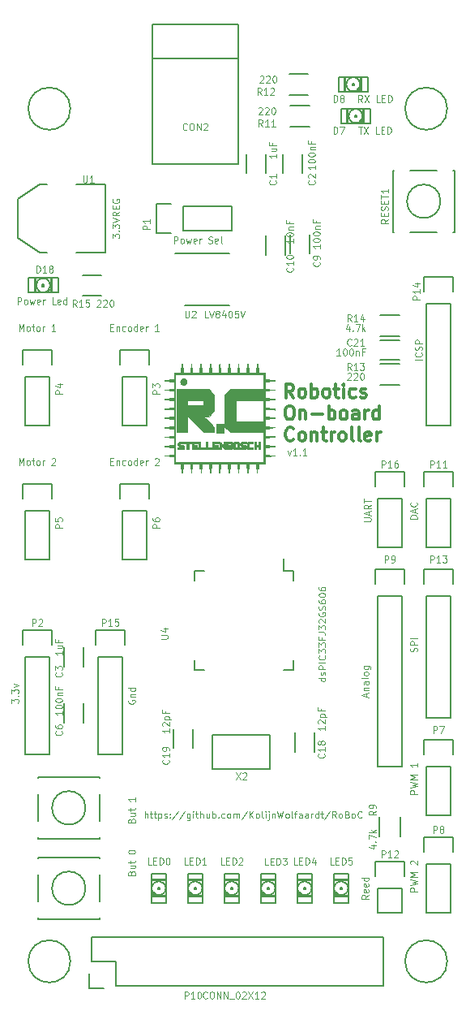
<source format=gto>
G04 #@! TF.FileFunction,Legend,Top*
%FSLAX46Y46*%
G04 Gerber Fmt 4.6, Leading zero omitted, Abs format (unit mm)*
G04 Created by KiCad (PCBNEW (2015-03-23 BZR 5533)-product) date Wed 06 May 2015 16:30:24 SAST*
%MOMM*%
G01*
G04 APERTURE LIST*
%ADD10C,0.100000*%
%ADD11C,0.120000*%
%ADD12C,0.300000*%
%ADD13C,0.150000*%
G04 APERTURE END LIST*
D10*
D11*
X141748000Y-82654000D02*
X141914667Y-83120667D01*
X142081333Y-82654000D01*
X142714666Y-83120667D02*
X142314666Y-83120667D01*
X142514666Y-83120667D02*
X142514666Y-82420667D01*
X142448000Y-82520667D01*
X142381333Y-82587333D01*
X142314666Y-82620667D01*
X143014667Y-83054000D02*
X143048000Y-83087333D01*
X143014667Y-83120667D01*
X142981333Y-83087333D01*
X143014667Y-83054000D01*
X143014667Y-83120667D01*
X143714666Y-83120667D02*
X143314666Y-83120667D01*
X143514666Y-83120667D02*
X143514666Y-82420667D01*
X143448000Y-82520667D01*
X143381333Y-82587333D01*
X143314666Y-82620667D01*
X126808538Y-120941267D02*
X126808538Y-120241267D01*
X127108538Y-120941267D02*
X127108538Y-120574600D01*
X127075204Y-120507933D01*
X127008538Y-120474600D01*
X126908538Y-120474600D01*
X126841871Y-120507933D01*
X126808538Y-120541267D01*
X127341871Y-120474600D02*
X127608537Y-120474600D01*
X127441871Y-120241267D02*
X127441871Y-120841267D01*
X127475204Y-120907933D01*
X127541871Y-120941267D01*
X127608537Y-120941267D01*
X127741871Y-120474600D02*
X128008537Y-120474600D01*
X127841871Y-120241267D02*
X127841871Y-120841267D01*
X127875204Y-120907933D01*
X127941871Y-120941267D01*
X128008537Y-120941267D01*
X128241871Y-120474600D02*
X128241871Y-121174600D01*
X128241871Y-120507933D02*
X128308537Y-120474600D01*
X128441871Y-120474600D01*
X128508537Y-120507933D01*
X128541871Y-120541267D01*
X128575204Y-120607933D01*
X128575204Y-120807933D01*
X128541871Y-120874600D01*
X128508537Y-120907933D01*
X128441871Y-120941267D01*
X128308537Y-120941267D01*
X128241871Y-120907933D01*
X128841870Y-120907933D02*
X128908537Y-120941267D01*
X129041870Y-120941267D01*
X129108537Y-120907933D01*
X129141870Y-120841267D01*
X129141870Y-120807933D01*
X129108537Y-120741267D01*
X129041870Y-120707933D01*
X128941870Y-120707933D01*
X128875204Y-120674600D01*
X128841870Y-120607933D01*
X128841870Y-120574600D01*
X128875204Y-120507933D01*
X128941870Y-120474600D01*
X129041870Y-120474600D01*
X129108537Y-120507933D01*
X129441871Y-120874600D02*
X129475204Y-120907933D01*
X129441871Y-120941267D01*
X129408537Y-120907933D01*
X129441871Y-120874600D01*
X129441871Y-120941267D01*
X129441871Y-120507933D02*
X129475204Y-120541267D01*
X129441871Y-120574600D01*
X129408537Y-120541267D01*
X129441871Y-120507933D01*
X129441871Y-120574600D01*
X130275204Y-120207933D02*
X129675204Y-121107933D01*
X131008537Y-120207933D02*
X130408537Y-121107933D01*
X131541870Y-120474600D02*
X131541870Y-121041267D01*
X131508536Y-121107933D01*
X131475203Y-121141267D01*
X131408536Y-121174600D01*
X131308536Y-121174600D01*
X131241870Y-121141267D01*
X131541870Y-120907933D02*
X131475203Y-120941267D01*
X131341870Y-120941267D01*
X131275203Y-120907933D01*
X131241870Y-120874600D01*
X131208536Y-120807933D01*
X131208536Y-120607933D01*
X131241870Y-120541267D01*
X131275203Y-120507933D01*
X131341870Y-120474600D01*
X131475203Y-120474600D01*
X131541870Y-120507933D01*
X131875203Y-120941267D02*
X131875203Y-120474600D01*
X131875203Y-120241267D02*
X131841869Y-120274600D01*
X131875203Y-120307933D01*
X131908536Y-120274600D01*
X131875203Y-120241267D01*
X131875203Y-120307933D01*
X132108536Y-120474600D02*
X132375202Y-120474600D01*
X132208536Y-120241267D02*
X132208536Y-120841267D01*
X132241869Y-120907933D01*
X132308536Y-120941267D01*
X132375202Y-120941267D01*
X132608536Y-120941267D02*
X132608536Y-120241267D01*
X132908536Y-120941267D02*
X132908536Y-120574600D01*
X132875202Y-120507933D01*
X132808536Y-120474600D01*
X132708536Y-120474600D01*
X132641869Y-120507933D01*
X132608536Y-120541267D01*
X133541869Y-120474600D02*
X133541869Y-120941267D01*
X133241869Y-120474600D02*
X133241869Y-120841267D01*
X133275202Y-120907933D01*
X133341869Y-120941267D01*
X133441869Y-120941267D01*
X133508535Y-120907933D01*
X133541869Y-120874600D01*
X133875202Y-120941267D02*
X133875202Y-120241267D01*
X133875202Y-120507933D02*
X133941868Y-120474600D01*
X134075202Y-120474600D01*
X134141868Y-120507933D01*
X134175202Y-120541267D01*
X134208535Y-120607933D01*
X134208535Y-120807933D01*
X134175202Y-120874600D01*
X134141868Y-120907933D01*
X134075202Y-120941267D01*
X133941868Y-120941267D01*
X133875202Y-120907933D01*
X134508535Y-120874600D02*
X134541868Y-120907933D01*
X134508535Y-120941267D01*
X134475201Y-120907933D01*
X134508535Y-120874600D01*
X134508535Y-120941267D01*
X135141868Y-120907933D02*
X135075201Y-120941267D01*
X134941868Y-120941267D01*
X134875201Y-120907933D01*
X134841868Y-120874600D01*
X134808534Y-120807933D01*
X134808534Y-120607933D01*
X134841868Y-120541267D01*
X134875201Y-120507933D01*
X134941868Y-120474600D01*
X135075201Y-120474600D01*
X135141868Y-120507933D01*
X135541868Y-120941267D02*
X135475201Y-120907933D01*
X135441868Y-120874600D01*
X135408534Y-120807933D01*
X135408534Y-120607933D01*
X135441868Y-120541267D01*
X135475201Y-120507933D01*
X135541868Y-120474600D01*
X135641868Y-120474600D01*
X135708534Y-120507933D01*
X135741868Y-120541267D01*
X135775201Y-120607933D01*
X135775201Y-120807933D01*
X135741868Y-120874600D01*
X135708534Y-120907933D01*
X135641868Y-120941267D01*
X135541868Y-120941267D01*
X136075201Y-120941267D02*
X136075201Y-120474600D01*
X136075201Y-120541267D02*
X136108534Y-120507933D01*
X136175201Y-120474600D01*
X136275201Y-120474600D01*
X136341867Y-120507933D01*
X136375201Y-120574600D01*
X136375201Y-120941267D01*
X136375201Y-120574600D02*
X136408534Y-120507933D01*
X136475201Y-120474600D01*
X136575201Y-120474600D01*
X136641867Y-120507933D01*
X136675201Y-120574600D01*
X136675201Y-120941267D01*
X137508534Y-120207933D02*
X136908534Y-121107933D01*
X137741867Y-120941267D02*
X137741867Y-120241267D01*
X138141867Y-120941267D02*
X137841867Y-120541267D01*
X138141867Y-120241267D02*
X137741867Y-120641267D01*
X138541867Y-120941267D02*
X138475200Y-120907933D01*
X138441867Y-120874600D01*
X138408533Y-120807933D01*
X138408533Y-120607933D01*
X138441867Y-120541267D01*
X138475200Y-120507933D01*
X138541867Y-120474600D01*
X138641867Y-120474600D01*
X138708533Y-120507933D01*
X138741867Y-120541267D01*
X138775200Y-120607933D01*
X138775200Y-120807933D01*
X138741867Y-120874600D01*
X138708533Y-120907933D01*
X138641867Y-120941267D01*
X138541867Y-120941267D01*
X139175200Y-120941267D02*
X139108533Y-120907933D01*
X139075200Y-120841267D01*
X139075200Y-120241267D01*
X139441867Y-120941267D02*
X139441867Y-120474600D01*
X139441867Y-120241267D02*
X139408533Y-120274600D01*
X139441867Y-120307933D01*
X139475200Y-120274600D01*
X139441867Y-120241267D01*
X139441867Y-120307933D01*
X139775200Y-120474600D02*
X139775200Y-121074600D01*
X139741866Y-121141267D01*
X139675200Y-121174600D01*
X139641866Y-121174600D01*
X139775200Y-120241267D02*
X139741866Y-120274600D01*
X139775200Y-120307933D01*
X139808533Y-120274600D01*
X139775200Y-120241267D01*
X139775200Y-120307933D01*
X140108533Y-120474600D02*
X140108533Y-120941267D01*
X140108533Y-120541267D02*
X140141866Y-120507933D01*
X140208533Y-120474600D01*
X140308533Y-120474600D01*
X140375199Y-120507933D01*
X140408533Y-120574600D01*
X140408533Y-120941267D01*
X140675199Y-120241267D02*
X140841866Y-120941267D01*
X140975199Y-120441267D01*
X141108532Y-120941267D01*
X141275199Y-120241267D01*
X141641866Y-120941267D02*
X141575199Y-120907933D01*
X141541866Y-120874600D01*
X141508532Y-120807933D01*
X141508532Y-120607933D01*
X141541866Y-120541267D01*
X141575199Y-120507933D01*
X141641866Y-120474600D01*
X141741866Y-120474600D01*
X141808532Y-120507933D01*
X141841866Y-120541267D01*
X141875199Y-120607933D01*
X141875199Y-120807933D01*
X141841866Y-120874600D01*
X141808532Y-120907933D01*
X141741866Y-120941267D01*
X141641866Y-120941267D01*
X142275199Y-120941267D02*
X142208532Y-120907933D01*
X142175199Y-120841267D01*
X142175199Y-120241267D01*
X142441866Y-120474600D02*
X142708532Y-120474600D01*
X142541866Y-120941267D02*
X142541866Y-120341267D01*
X142575199Y-120274600D01*
X142641866Y-120241267D01*
X142708532Y-120241267D01*
X143241866Y-120941267D02*
X143241866Y-120574600D01*
X143208532Y-120507933D01*
X143141866Y-120474600D01*
X143008532Y-120474600D01*
X142941866Y-120507933D01*
X143241866Y-120907933D02*
X143175199Y-120941267D01*
X143008532Y-120941267D01*
X142941866Y-120907933D01*
X142908532Y-120841267D01*
X142908532Y-120774600D01*
X142941866Y-120707933D01*
X143008532Y-120674600D01*
X143175199Y-120674600D01*
X143241866Y-120641267D01*
X143875199Y-120941267D02*
X143875199Y-120574600D01*
X143841865Y-120507933D01*
X143775199Y-120474600D01*
X143641865Y-120474600D01*
X143575199Y-120507933D01*
X143875199Y-120907933D02*
X143808532Y-120941267D01*
X143641865Y-120941267D01*
X143575199Y-120907933D01*
X143541865Y-120841267D01*
X143541865Y-120774600D01*
X143575199Y-120707933D01*
X143641865Y-120674600D01*
X143808532Y-120674600D01*
X143875199Y-120641267D01*
X144208532Y-120941267D02*
X144208532Y-120474600D01*
X144208532Y-120607933D02*
X144241865Y-120541267D01*
X144275198Y-120507933D01*
X144341865Y-120474600D01*
X144408532Y-120474600D01*
X144941865Y-120941267D02*
X144941865Y-120241267D01*
X144941865Y-120907933D02*
X144875198Y-120941267D01*
X144741865Y-120941267D01*
X144675198Y-120907933D01*
X144641865Y-120874600D01*
X144608531Y-120807933D01*
X144608531Y-120607933D01*
X144641865Y-120541267D01*
X144675198Y-120507933D01*
X144741865Y-120474600D01*
X144875198Y-120474600D01*
X144941865Y-120507933D01*
X145175198Y-120474600D02*
X145441864Y-120474600D01*
X145275198Y-120241267D02*
X145275198Y-120841267D01*
X145308531Y-120907933D01*
X145375198Y-120941267D01*
X145441864Y-120941267D01*
X146175198Y-120207933D02*
X145575198Y-121107933D01*
X146808531Y-120941267D02*
X146575197Y-120607933D01*
X146408531Y-120941267D02*
X146408531Y-120241267D01*
X146675197Y-120241267D01*
X146741864Y-120274600D01*
X146775197Y-120307933D01*
X146808531Y-120374600D01*
X146808531Y-120474600D01*
X146775197Y-120541267D01*
X146741864Y-120574600D01*
X146675197Y-120607933D01*
X146408531Y-120607933D01*
X147208531Y-120941267D02*
X147141864Y-120907933D01*
X147108531Y-120874600D01*
X147075197Y-120807933D01*
X147075197Y-120607933D01*
X147108531Y-120541267D01*
X147141864Y-120507933D01*
X147208531Y-120474600D01*
X147308531Y-120474600D01*
X147375197Y-120507933D01*
X147408531Y-120541267D01*
X147441864Y-120607933D01*
X147441864Y-120807933D01*
X147408531Y-120874600D01*
X147375197Y-120907933D01*
X147308531Y-120941267D01*
X147208531Y-120941267D01*
X147975197Y-120574600D02*
X148075197Y-120607933D01*
X148108530Y-120641267D01*
X148141864Y-120707933D01*
X148141864Y-120807933D01*
X148108530Y-120874600D01*
X148075197Y-120907933D01*
X148008530Y-120941267D01*
X147741864Y-120941267D01*
X147741864Y-120241267D01*
X147975197Y-120241267D01*
X148041864Y-120274600D01*
X148075197Y-120307933D01*
X148108530Y-120374600D01*
X148108530Y-120441267D01*
X148075197Y-120507933D01*
X148041864Y-120541267D01*
X147975197Y-120574600D01*
X147741864Y-120574600D01*
X148541864Y-120941267D02*
X148475197Y-120907933D01*
X148441864Y-120874600D01*
X148408530Y-120807933D01*
X148408530Y-120607933D01*
X148441864Y-120541267D01*
X148475197Y-120507933D01*
X148541864Y-120474600D01*
X148641864Y-120474600D01*
X148708530Y-120507933D01*
X148741864Y-120541267D01*
X148775197Y-120607933D01*
X148775197Y-120807933D01*
X148741864Y-120874600D01*
X148708530Y-120907933D01*
X148641864Y-120941267D01*
X148541864Y-120941267D01*
X149475197Y-120874600D02*
X149441863Y-120907933D01*
X149341863Y-120941267D01*
X149275197Y-120941267D01*
X149175197Y-120907933D01*
X149108530Y-120841267D01*
X149075197Y-120774600D01*
X149041863Y-120641267D01*
X149041863Y-120541267D01*
X149075197Y-120407933D01*
X149108530Y-120341267D01*
X149175197Y-120274600D01*
X149275197Y-120241267D01*
X149341863Y-120241267D01*
X149441863Y-120274600D01*
X149475197Y-120307933D01*
D12*
X142357333Y-77113333D02*
X141890667Y-76446667D01*
X141557333Y-77113333D02*
X141557333Y-75713333D01*
X142090667Y-75713333D01*
X142224000Y-75780000D01*
X142290667Y-75846667D01*
X142357333Y-75980000D01*
X142357333Y-76180000D01*
X142290667Y-76313333D01*
X142224000Y-76380000D01*
X142090667Y-76446667D01*
X141557333Y-76446667D01*
X143157333Y-77113333D02*
X143024000Y-77046667D01*
X142957333Y-76980000D01*
X142890667Y-76846667D01*
X142890667Y-76446667D01*
X142957333Y-76313333D01*
X143024000Y-76246667D01*
X143157333Y-76180000D01*
X143357333Y-76180000D01*
X143490667Y-76246667D01*
X143557333Y-76313333D01*
X143624000Y-76446667D01*
X143624000Y-76846667D01*
X143557333Y-76980000D01*
X143490667Y-77046667D01*
X143357333Y-77113333D01*
X143157333Y-77113333D01*
X144224000Y-77113333D02*
X144224000Y-75713333D01*
X144224000Y-76246667D02*
X144357334Y-76180000D01*
X144624000Y-76180000D01*
X144757334Y-76246667D01*
X144824000Y-76313333D01*
X144890667Y-76446667D01*
X144890667Y-76846667D01*
X144824000Y-76980000D01*
X144757334Y-77046667D01*
X144624000Y-77113333D01*
X144357334Y-77113333D01*
X144224000Y-77046667D01*
X145690667Y-77113333D02*
X145557334Y-77046667D01*
X145490667Y-76980000D01*
X145424001Y-76846667D01*
X145424001Y-76446667D01*
X145490667Y-76313333D01*
X145557334Y-76246667D01*
X145690667Y-76180000D01*
X145890667Y-76180000D01*
X146024001Y-76246667D01*
X146090667Y-76313333D01*
X146157334Y-76446667D01*
X146157334Y-76846667D01*
X146090667Y-76980000D01*
X146024001Y-77046667D01*
X145890667Y-77113333D01*
X145690667Y-77113333D01*
X146557334Y-76180000D02*
X147090668Y-76180000D01*
X146757334Y-75713333D02*
X146757334Y-76913333D01*
X146824001Y-77046667D01*
X146957334Y-77113333D01*
X147090668Y-77113333D01*
X147557334Y-77113333D02*
X147557334Y-76180000D01*
X147557334Y-75713333D02*
X147490668Y-75780000D01*
X147557334Y-75846667D01*
X147624001Y-75780000D01*
X147557334Y-75713333D01*
X147557334Y-75846667D01*
X148824001Y-77046667D02*
X148690668Y-77113333D01*
X148424001Y-77113333D01*
X148290668Y-77046667D01*
X148224001Y-76980000D01*
X148157335Y-76846667D01*
X148157335Y-76446667D01*
X148224001Y-76313333D01*
X148290668Y-76246667D01*
X148424001Y-76180000D01*
X148690668Y-76180000D01*
X148824001Y-76246667D01*
X149357335Y-77046667D02*
X149490668Y-77113333D01*
X149757335Y-77113333D01*
X149890668Y-77046667D01*
X149957335Y-76913333D01*
X149957335Y-76846667D01*
X149890668Y-76713333D01*
X149757335Y-76646667D01*
X149557335Y-76646667D01*
X149424001Y-76580000D01*
X149357335Y-76446667D01*
X149357335Y-76380000D01*
X149424001Y-76246667D01*
X149557335Y-76180000D01*
X149757335Y-76180000D01*
X149890668Y-76246667D01*
X141824000Y-77973333D02*
X142090667Y-77973333D01*
X142224000Y-78040000D01*
X142357333Y-78173333D01*
X142424000Y-78440000D01*
X142424000Y-78906667D01*
X142357333Y-79173333D01*
X142224000Y-79306667D01*
X142090667Y-79373333D01*
X141824000Y-79373333D01*
X141690667Y-79306667D01*
X141557333Y-79173333D01*
X141490667Y-78906667D01*
X141490667Y-78440000D01*
X141557333Y-78173333D01*
X141690667Y-78040000D01*
X141824000Y-77973333D01*
X143024000Y-78440000D02*
X143024000Y-79373333D01*
X143024000Y-78573333D02*
X143090667Y-78506667D01*
X143224000Y-78440000D01*
X143424000Y-78440000D01*
X143557334Y-78506667D01*
X143624000Y-78640000D01*
X143624000Y-79373333D01*
X144290667Y-78840000D02*
X145357334Y-78840000D01*
X146024000Y-79373333D02*
X146024000Y-77973333D01*
X146024000Y-78506667D02*
X146157334Y-78440000D01*
X146424000Y-78440000D01*
X146557334Y-78506667D01*
X146624000Y-78573333D01*
X146690667Y-78706667D01*
X146690667Y-79106667D01*
X146624000Y-79240000D01*
X146557334Y-79306667D01*
X146424000Y-79373333D01*
X146157334Y-79373333D01*
X146024000Y-79306667D01*
X147490667Y-79373333D02*
X147357334Y-79306667D01*
X147290667Y-79240000D01*
X147224001Y-79106667D01*
X147224001Y-78706667D01*
X147290667Y-78573333D01*
X147357334Y-78506667D01*
X147490667Y-78440000D01*
X147690667Y-78440000D01*
X147824001Y-78506667D01*
X147890667Y-78573333D01*
X147957334Y-78706667D01*
X147957334Y-79106667D01*
X147890667Y-79240000D01*
X147824001Y-79306667D01*
X147690667Y-79373333D01*
X147490667Y-79373333D01*
X149157334Y-79373333D02*
X149157334Y-78640000D01*
X149090668Y-78506667D01*
X148957334Y-78440000D01*
X148690668Y-78440000D01*
X148557334Y-78506667D01*
X149157334Y-79306667D02*
X149024001Y-79373333D01*
X148690668Y-79373333D01*
X148557334Y-79306667D01*
X148490668Y-79173333D01*
X148490668Y-79040000D01*
X148557334Y-78906667D01*
X148690668Y-78840000D01*
X149024001Y-78840000D01*
X149157334Y-78773333D01*
X149824001Y-79373333D02*
X149824001Y-78440000D01*
X149824001Y-78706667D02*
X149890668Y-78573333D01*
X149957335Y-78506667D01*
X150090668Y-78440000D01*
X150224001Y-78440000D01*
X151290668Y-79373333D02*
X151290668Y-77973333D01*
X151290668Y-79306667D02*
X151157335Y-79373333D01*
X150890668Y-79373333D01*
X150757335Y-79306667D01*
X150690668Y-79240000D01*
X150624002Y-79106667D01*
X150624002Y-78706667D01*
X150690668Y-78573333D01*
X150757335Y-78506667D01*
X150890668Y-78440000D01*
X151157335Y-78440000D01*
X151290668Y-78506667D01*
X142357333Y-81500000D02*
X142290667Y-81566667D01*
X142090667Y-81633333D01*
X141957333Y-81633333D01*
X141757333Y-81566667D01*
X141624000Y-81433333D01*
X141557333Y-81300000D01*
X141490667Y-81033333D01*
X141490667Y-80833333D01*
X141557333Y-80566667D01*
X141624000Y-80433333D01*
X141757333Y-80300000D01*
X141957333Y-80233333D01*
X142090667Y-80233333D01*
X142290667Y-80300000D01*
X142357333Y-80366667D01*
X143157333Y-81633333D02*
X143024000Y-81566667D01*
X142957333Y-81500000D01*
X142890667Y-81366667D01*
X142890667Y-80966667D01*
X142957333Y-80833333D01*
X143024000Y-80766667D01*
X143157333Y-80700000D01*
X143357333Y-80700000D01*
X143490667Y-80766667D01*
X143557333Y-80833333D01*
X143624000Y-80966667D01*
X143624000Y-81366667D01*
X143557333Y-81500000D01*
X143490667Y-81566667D01*
X143357333Y-81633333D01*
X143157333Y-81633333D01*
X144224000Y-80700000D02*
X144224000Y-81633333D01*
X144224000Y-80833333D02*
X144290667Y-80766667D01*
X144424000Y-80700000D01*
X144624000Y-80700000D01*
X144757334Y-80766667D01*
X144824000Y-80900000D01*
X144824000Y-81633333D01*
X145290667Y-80700000D02*
X145824001Y-80700000D01*
X145490667Y-80233333D02*
X145490667Y-81433333D01*
X145557334Y-81566667D01*
X145690667Y-81633333D01*
X145824001Y-81633333D01*
X146290667Y-81633333D02*
X146290667Y-80700000D01*
X146290667Y-80966667D02*
X146357334Y-80833333D01*
X146424001Y-80766667D01*
X146557334Y-80700000D01*
X146690667Y-80700000D01*
X147357334Y-81633333D02*
X147224001Y-81566667D01*
X147157334Y-81500000D01*
X147090668Y-81366667D01*
X147090668Y-80966667D01*
X147157334Y-80833333D01*
X147224001Y-80766667D01*
X147357334Y-80700000D01*
X147557334Y-80700000D01*
X147690668Y-80766667D01*
X147757334Y-80833333D01*
X147824001Y-80966667D01*
X147824001Y-81366667D01*
X147757334Y-81500000D01*
X147690668Y-81566667D01*
X147557334Y-81633333D01*
X147357334Y-81633333D01*
X148624001Y-81633333D02*
X148490668Y-81566667D01*
X148424001Y-81433333D01*
X148424001Y-80233333D01*
X149357334Y-81633333D02*
X149224001Y-81566667D01*
X149157334Y-81433333D01*
X149157334Y-80233333D01*
X150424001Y-81566667D02*
X150290667Y-81633333D01*
X150024001Y-81633333D01*
X149890667Y-81566667D01*
X149824001Y-81433333D01*
X149824001Y-80900000D01*
X149890667Y-80766667D01*
X150024001Y-80700000D01*
X150290667Y-80700000D01*
X150424001Y-80766667D01*
X150490667Y-80900000D01*
X150490667Y-81033333D01*
X149824001Y-81166667D01*
X151090667Y-81633333D02*
X151090667Y-80700000D01*
X151090667Y-80966667D02*
X151157334Y-80833333D01*
X151224001Y-80766667D01*
X151357334Y-80700000D01*
X151490667Y-80700000D01*
D13*
X139455000Y-53705000D02*
X139455000Y-51705000D01*
X137405000Y-51705000D02*
X137405000Y-53705000D01*
X143265000Y-53705000D02*
X143265000Y-51705000D01*
X141215000Y-51705000D02*
X141215000Y-53705000D01*
X118355000Y-103140000D02*
X118355000Y-105140000D01*
X120405000Y-105140000D02*
X120405000Y-103140000D01*
X120405000Y-110982000D02*
X120405000Y-108982000D01*
X118355000Y-108982000D02*
X118355000Y-110982000D01*
X141977000Y-60087000D02*
X141977000Y-62087000D01*
X144027000Y-62087000D02*
X144027000Y-60087000D01*
X141487000Y-62214000D02*
X141487000Y-60214000D01*
X139437000Y-60214000D02*
X139437000Y-62214000D01*
X142485000Y-112030000D02*
X142485000Y-114030000D01*
X144535000Y-114030000D02*
X144535000Y-112030000D01*
X131835000Y-113649000D02*
X131835000Y-111649000D01*
X129785000Y-111649000D02*
X129785000Y-113649000D01*
X153400000Y-71111000D02*
X151400000Y-71111000D01*
X151400000Y-73161000D02*
X153400000Y-73161000D01*
X136580880Y-41719500D02*
X127579120Y-41719500D01*
X136580880Y-38219380D02*
X127579120Y-38219380D01*
X127579120Y-38219380D02*
X127579120Y-52720240D01*
X127579120Y-52720240D02*
X136580880Y-52720240D01*
X136580880Y-52720240D02*
X136580880Y-38219380D01*
X147220940Y-128170940D02*
X147220940Y-128369060D01*
X147220940Y-128369060D02*
X147419060Y-128369060D01*
X147419060Y-128170940D02*
X147419060Y-128369060D01*
X147220940Y-128170940D02*
X147419060Y-128170940D01*
X146621500Y-128719580D02*
X146621500Y-129067560D01*
X146621500Y-129067560D02*
X146870420Y-129067560D01*
X146870420Y-128719580D02*
X146870420Y-129067560D01*
X146621500Y-128719580D02*
X146870420Y-128719580D01*
X146621500Y-129067560D02*
X146621500Y-129169160D01*
X146621500Y-129169160D02*
X147817840Y-129169160D01*
X147817840Y-129067560D02*
X147817840Y-129169160D01*
X146621500Y-129067560D02*
X147817840Y-129067560D01*
X147868640Y-129067560D02*
X147868640Y-129169160D01*
X147868640Y-129169160D02*
X148018500Y-129169160D01*
X148018500Y-129067560D02*
X148018500Y-129169160D01*
X147868640Y-129067560D02*
X148018500Y-129067560D01*
X146621500Y-127370840D02*
X146621500Y-127472440D01*
X146621500Y-127472440D02*
X147817840Y-127472440D01*
X147817840Y-127370840D02*
X147817840Y-127472440D01*
X146621500Y-127370840D02*
X147817840Y-127370840D01*
X147868640Y-127370840D02*
X147868640Y-127472440D01*
X147868640Y-127472440D02*
X148018500Y-127472440D01*
X148018500Y-127370840D02*
X148018500Y-127472440D01*
X147868640Y-127370840D02*
X148018500Y-127370840D01*
X146621500Y-128719580D02*
X146621500Y-128869440D01*
X146621500Y-128869440D02*
X146870420Y-128869440D01*
X146870420Y-128719580D02*
X146870420Y-128869440D01*
X146621500Y-128719580D02*
X146870420Y-128719580D01*
X146570700Y-129819400D02*
X146570700Y-126720600D01*
X146570700Y-126720600D02*
X148069300Y-126720600D01*
X148069300Y-126720600D02*
X148069300Y-129819400D01*
X148069300Y-129819400D02*
X146570700Y-129819400D01*
X146820646Y-127722738D02*
G75*
G03X146822160Y-128818640I499354J-547262D01*
G01*
X147818398Y-127721867D02*
G75*
G03X146822160Y-127721360I-498398J-548133D01*
G01*
X147819354Y-128817262D02*
G75*
G03X147817840Y-127721360I-499354J547262D01*
G01*
X146821602Y-128818133D02*
G75*
G03X147817840Y-128818640I498398J548133D01*
G01*
X143410940Y-128170940D02*
X143410940Y-128369060D01*
X143410940Y-128369060D02*
X143609060Y-128369060D01*
X143609060Y-128170940D02*
X143609060Y-128369060D01*
X143410940Y-128170940D02*
X143609060Y-128170940D01*
X142811500Y-128719580D02*
X142811500Y-129067560D01*
X142811500Y-129067560D02*
X143060420Y-129067560D01*
X143060420Y-128719580D02*
X143060420Y-129067560D01*
X142811500Y-128719580D02*
X143060420Y-128719580D01*
X142811500Y-129067560D02*
X142811500Y-129169160D01*
X142811500Y-129169160D02*
X144007840Y-129169160D01*
X144007840Y-129067560D02*
X144007840Y-129169160D01*
X142811500Y-129067560D02*
X144007840Y-129067560D01*
X144058640Y-129067560D02*
X144058640Y-129169160D01*
X144058640Y-129169160D02*
X144208500Y-129169160D01*
X144208500Y-129067560D02*
X144208500Y-129169160D01*
X144058640Y-129067560D02*
X144208500Y-129067560D01*
X142811500Y-127370840D02*
X142811500Y-127472440D01*
X142811500Y-127472440D02*
X144007840Y-127472440D01*
X144007840Y-127370840D02*
X144007840Y-127472440D01*
X142811500Y-127370840D02*
X144007840Y-127370840D01*
X144058640Y-127370840D02*
X144058640Y-127472440D01*
X144058640Y-127472440D02*
X144208500Y-127472440D01*
X144208500Y-127370840D02*
X144208500Y-127472440D01*
X144058640Y-127370840D02*
X144208500Y-127370840D01*
X142811500Y-128719580D02*
X142811500Y-128869440D01*
X142811500Y-128869440D02*
X143060420Y-128869440D01*
X143060420Y-128719580D02*
X143060420Y-128869440D01*
X142811500Y-128719580D02*
X143060420Y-128719580D01*
X142760700Y-129819400D02*
X142760700Y-126720600D01*
X142760700Y-126720600D02*
X144259300Y-126720600D01*
X144259300Y-126720600D02*
X144259300Y-129819400D01*
X144259300Y-129819400D02*
X142760700Y-129819400D01*
X143010646Y-127722738D02*
G75*
G03X143012160Y-128818640I499354J-547262D01*
G01*
X144008398Y-127721867D02*
G75*
G03X143012160Y-127721360I-498398J-548133D01*
G01*
X144009354Y-128817262D02*
G75*
G03X144007840Y-127721360I-499354J547262D01*
G01*
X143011602Y-128818133D02*
G75*
G03X144007840Y-128818640I498398J548133D01*
G01*
X139600940Y-128170940D02*
X139600940Y-128369060D01*
X139600940Y-128369060D02*
X139799060Y-128369060D01*
X139799060Y-128170940D02*
X139799060Y-128369060D01*
X139600940Y-128170940D02*
X139799060Y-128170940D01*
X139001500Y-128719580D02*
X139001500Y-129067560D01*
X139001500Y-129067560D02*
X139250420Y-129067560D01*
X139250420Y-128719580D02*
X139250420Y-129067560D01*
X139001500Y-128719580D02*
X139250420Y-128719580D01*
X139001500Y-129067560D02*
X139001500Y-129169160D01*
X139001500Y-129169160D02*
X140197840Y-129169160D01*
X140197840Y-129067560D02*
X140197840Y-129169160D01*
X139001500Y-129067560D02*
X140197840Y-129067560D01*
X140248640Y-129067560D02*
X140248640Y-129169160D01*
X140248640Y-129169160D02*
X140398500Y-129169160D01*
X140398500Y-129067560D02*
X140398500Y-129169160D01*
X140248640Y-129067560D02*
X140398500Y-129067560D01*
X139001500Y-127370840D02*
X139001500Y-127472440D01*
X139001500Y-127472440D02*
X140197840Y-127472440D01*
X140197840Y-127370840D02*
X140197840Y-127472440D01*
X139001500Y-127370840D02*
X140197840Y-127370840D01*
X140248640Y-127370840D02*
X140248640Y-127472440D01*
X140248640Y-127472440D02*
X140398500Y-127472440D01*
X140398500Y-127370840D02*
X140398500Y-127472440D01*
X140248640Y-127370840D02*
X140398500Y-127370840D01*
X139001500Y-128719580D02*
X139001500Y-128869440D01*
X139001500Y-128869440D02*
X139250420Y-128869440D01*
X139250420Y-128719580D02*
X139250420Y-128869440D01*
X139001500Y-128719580D02*
X139250420Y-128719580D01*
X138950700Y-129819400D02*
X138950700Y-126720600D01*
X138950700Y-126720600D02*
X140449300Y-126720600D01*
X140449300Y-126720600D02*
X140449300Y-129819400D01*
X140449300Y-129819400D02*
X138950700Y-129819400D01*
X139200646Y-127722738D02*
G75*
G03X139202160Y-128818640I499354J-547262D01*
G01*
X140198398Y-127721867D02*
G75*
G03X139202160Y-127721360I-498398J-548133D01*
G01*
X140199354Y-128817262D02*
G75*
G03X140197840Y-127721360I-499354J547262D01*
G01*
X139201602Y-128818133D02*
G75*
G03X140197840Y-128818640I498398J548133D01*
G01*
X135790940Y-128170940D02*
X135790940Y-128369060D01*
X135790940Y-128369060D02*
X135989060Y-128369060D01*
X135989060Y-128170940D02*
X135989060Y-128369060D01*
X135790940Y-128170940D02*
X135989060Y-128170940D01*
X135191500Y-128719580D02*
X135191500Y-129067560D01*
X135191500Y-129067560D02*
X135440420Y-129067560D01*
X135440420Y-128719580D02*
X135440420Y-129067560D01*
X135191500Y-128719580D02*
X135440420Y-128719580D01*
X135191500Y-129067560D02*
X135191500Y-129169160D01*
X135191500Y-129169160D02*
X136387840Y-129169160D01*
X136387840Y-129067560D02*
X136387840Y-129169160D01*
X135191500Y-129067560D02*
X136387840Y-129067560D01*
X136438640Y-129067560D02*
X136438640Y-129169160D01*
X136438640Y-129169160D02*
X136588500Y-129169160D01*
X136588500Y-129067560D02*
X136588500Y-129169160D01*
X136438640Y-129067560D02*
X136588500Y-129067560D01*
X135191500Y-127370840D02*
X135191500Y-127472440D01*
X135191500Y-127472440D02*
X136387840Y-127472440D01*
X136387840Y-127370840D02*
X136387840Y-127472440D01*
X135191500Y-127370840D02*
X136387840Y-127370840D01*
X136438640Y-127370840D02*
X136438640Y-127472440D01*
X136438640Y-127472440D02*
X136588500Y-127472440D01*
X136588500Y-127370840D02*
X136588500Y-127472440D01*
X136438640Y-127370840D02*
X136588500Y-127370840D01*
X135191500Y-128719580D02*
X135191500Y-128869440D01*
X135191500Y-128869440D02*
X135440420Y-128869440D01*
X135440420Y-128719580D02*
X135440420Y-128869440D01*
X135191500Y-128719580D02*
X135440420Y-128719580D01*
X135140700Y-129819400D02*
X135140700Y-126720600D01*
X135140700Y-126720600D02*
X136639300Y-126720600D01*
X136639300Y-126720600D02*
X136639300Y-129819400D01*
X136639300Y-129819400D02*
X135140700Y-129819400D01*
X135390646Y-127722738D02*
G75*
G03X135392160Y-128818640I499354J-547262D01*
G01*
X136388398Y-127721867D02*
G75*
G03X135392160Y-127721360I-498398J-548133D01*
G01*
X136389354Y-128817262D02*
G75*
G03X136387840Y-127721360I-499354J547262D01*
G01*
X135391602Y-128818133D02*
G75*
G03X136387840Y-128818640I498398J548133D01*
G01*
X131980940Y-128170940D02*
X131980940Y-128369060D01*
X131980940Y-128369060D02*
X132179060Y-128369060D01*
X132179060Y-128170940D02*
X132179060Y-128369060D01*
X131980940Y-128170940D02*
X132179060Y-128170940D01*
X131381500Y-128719580D02*
X131381500Y-129067560D01*
X131381500Y-129067560D02*
X131630420Y-129067560D01*
X131630420Y-128719580D02*
X131630420Y-129067560D01*
X131381500Y-128719580D02*
X131630420Y-128719580D01*
X131381500Y-129067560D02*
X131381500Y-129169160D01*
X131381500Y-129169160D02*
X132577840Y-129169160D01*
X132577840Y-129067560D02*
X132577840Y-129169160D01*
X131381500Y-129067560D02*
X132577840Y-129067560D01*
X132628640Y-129067560D02*
X132628640Y-129169160D01*
X132628640Y-129169160D02*
X132778500Y-129169160D01*
X132778500Y-129067560D02*
X132778500Y-129169160D01*
X132628640Y-129067560D02*
X132778500Y-129067560D01*
X131381500Y-127370840D02*
X131381500Y-127472440D01*
X131381500Y-127472440D02*
X132577840Y-127472440D01*
X132577840Y-127370840D02*
X132577840Y-127472440D01*
X131381500Y-127370840D02*
X132577840Y-127370840D01*
X132628640Y-127370840D02*
X132628640Y-127472440D01*
X132628640Y-127472440D02*
X132778500Y-127472440D01*
X132778500Y-127370840D02*
X132778500Y-127472440D01*
X132628640Y-127370840D02*
X132778500Y-127370840D01*
X131381500Y-128719580D02*
X131381500Y-128869440D01*
X131381500Y-128869440D02*
X131630420Y-128869440D01*
X131630420Y-128719580D02*
X131630420Y-128869440D01*
X131381500Y-128719580D02*
X131630420Y-128719580D01*
X131330700Y-129819400D02*
X131330700Y-126720600D01*
X131330700Y-126720600D02*
X132829300Y-126720600D01*
X132829300Y-126720600D02*
X132829300Y-129819400D01*
X132829300Y-129819400D02*
X131330700Y-129819400D01*
X131580646Y-127722738D02*
G75*
G03X131582160Y-128818640I499354J-547262D01*
G01*
X132578398Y-127721867D02*
G75*
G03X131582160Y-127721360I-498398J-548133D01*
G01*
X132579354Y-128817262D02*
G75*
G03X132577840Y-127721360I-499354J547262D01*
G01*
X131581602Y-128818133D02*
G75*
G03X132577840Y-128818640I498398J548133D01*
G01*
X128170940Y-128170940D02*
X128170940Y-128369060D01*
X128170940Y-128369060D02*
X128369060Y-128369060D01*
X128369060Y-128170940D02*
X128369060Y-128369060D01*
X128170940Y-128170940D02*
X128369060Y-128170940D01*
X127571500Y-128719580D02*
X127571500Y-129067560D01*
X127571500Y-129067560D02*
X127820420Y-129067560D01*
X127820420Y-128719580D02*
X127820420Y-129067560D01*
X127571500Y-128719580D02*
X127820420Y-128719580D01*
X127571500Y-129067560D02*
X127571500Y-129169160D01*
X127571500Y-129169160D02*
X128767840Y-129169160D01*
X128767840Y-129067560D02*
X128767840Y-129169160D01*
X127571500Y-129067560D02*
X128767840Y-129067560D01*
X128818640Y-129067560D02*
X128818640Y-129169160D01*
X128818640Y-129169160D02*
X128968500Y-129169160D01*
X128968500Y-129067560D02*
X128968500Y-129169160D01*
X128818640Y-129067560D02*
X128968500Y-129067560D01*
X127571500Y-127370840D02*
X127571500Y-127472440D01*
X127571500Y-127472440D02*
X128767840Y-127472440D01*
X128767840Y-127370840D02*
X128767840Y-127472440D01*
X127571500Y-127370840D02*
X128767840Y-127370840D01*
X128818640Y-127370840D02*
X128818640Y-127472440D01*
X128818640Y-127472440D02*
X128968500Y-127472440D01*
X128968500Y-127370840D02*
X128968500Y-127472440D01*
X128818640Y-127370840D02*
X128968500Y-127370840D01*
X127571500Y-128719580D02*
X127571500Y-128869440D01*
X127571500Y-128869440D02*
X127820420Y-128869440D01*
X127820420Y-128719580D02*
X127820420Y-128869440D01*
X127571500Y-128719580D02*
X127820420Y-128719580D01*
X127520700Y-129819400D02*
X127520700Y-126720600D01*
X127520700Y-126720600D02*
X129019300Y-126720600D01*
X129019300Y-126720600D02*
X129019300Y-129819400D01*
X129019300Y-129819400D02*
X127520700Y-129819400D01*
X127770646Y-127722738D02*
G75*
G03X127772160Y-128818640I499354J-547262D01*
G01*
X128768398Y-127721867D02*
G75*
G03X127772160Y-127721360I-498398J-548133D01*
G01*
X128769354Y-128817262D02*
G75*
G03X128767840Y-127721360I-499354J547262D01*
G01*
X127771602Y-128818133D02*
G75*
G03X128767840Y-128818640I498398J548133D01*
G01*
X148744940Y-47851060D02*
X148943060Y-47851060D01*
X148943060Y-47851060D02*
X148943060Y-47652940D01*
X148744940Y-47652940D02*
X148943060Y-47652940D01*
X148744940Y-47851060D02*
X148744940Y-47652940D01*
X149293580Y-48450500D02*
X149641560Y-48450500D01*
X149641560Y-48450500D02*
X149641560Y-48201580D01*
X149293580Y-48201580D02*
X149641560Y-48201580D01*
X149293580Y-48450500D02*
X149293580Y-48201580D01*
X149641560Y-48450500D02*
X149743160Y-48450500D01*
X149743160Y-48450500D02*
X149743160Y-47254160D01*
X149641560Y-47254160D02*
X149743160Y-47254160D01*
X149641560Y-48450500D02*
X149641560Y-47254160D01*
X149641560Y-47203360D02*
X149743160Y-47203360D01*
X149743160Y-47203360D02*
X149743160Y-47053500D01*
X149641560Y-47053500D02*
X149743160Y-47053500D01*
X149641560Y-47203360D02*
X149641560Y-47053500D01*
X147944840Y-48450500D02*
X148046440Y-48450500D01*
X148046440Y-48450500D02*
X148046440Y-47254160D01*
X147944840Y-47254160D02*
X148046440Y-47254160D01*
X147944840Y-48450500D02*
X147944840Y-47254160D01*
X147944840Y-47203360D02*
X148046440Y-47203360D01*
X148046440Y-47203360D02*
X148046440Y-47053500D01*
X147944840Y-47053500D02*
X148046440Y-47053500D01*
X147944840Y-47203360D02*
X147944840Y-47053500D01*
X149293580Y-48450500D02*
X149443440Y-48450500D01*
X149443440Y-48450500D02*
X149443440Y-48201580D01*
X149293580Y-48201580D02*
X149443440Y-48201580D01*
X149293580Y-48450500D02*
X149293580Y-48201580D01*
X150393400Y-48501300D02*
X147294600Y-48501300D01*
X147294600Y-48501300D02*
X147294600Y-47002700D01*
X147294600Y-47002700D02*
X150393400Y-47002700D01*
X150393400Y-47002700D02*
X150393400Y-48501300D01*
X148296738Y-48251354D02*
G75*
G03X149392640Y-48249840I547262J499354D01*
G01*
X148295867Y-47253602D02*
G75*
G03X148295360Y-48249840I548133J-498398D01*
G01*
X149391262Y-47252646D02*
G75*
G03X148295360Y-47254160I-547262J-499354D01*
G01*
X149392133Y-48250398D02*
G75*
G03X149392640Y-47254160I-548133J498398D01*
G01*
X148490940Y-44549060D02*
X148689060Y-44549060D01*
X148689060Y-44549060D02*
X148689060Y-44350940D01*
X148490940Y-44350940D02*
X148689060Y-44350940D01*
X148490940Y-44549060D02*
X148490940Y-44350940D01*
X149039580Y-45148500D02*
X149387560Y-45148500D01*
X149387560Y-45148500D02*
X149387560Y-44899580D01*
X149039580Y-44899580D02*
X149387560Y-44899580D01*
X149039580Y-45148500D02*
X149039580Y-44899580D01*
X149387560Y-45148500D02*
X149489160Y-45148500D01*
X149489160Y-45148500D02*
X149489160Y-43952160D01*
X149387560Y-43952160D02*
X149489160Y-43952160D01*
X149387560Y-45148500D02*
X149387560Y-43952160D01*
X149387560Y-43901360D02*
X149489160Y-43901360D01*
X149489160Y-43901360D02*
X149489160Y-43751500D01*
X149387560Y-43751500D02*
X149489160Y-43751500D01*
X149387560Y-43901360D02*
X149387560Y-43751500D01*
X147690840Y-45148500D02*
X147792440Y-45148500D01*
X147792440Y-45148500D02*
X147792440Y-43952160D01*
X147690840Y-43952160D02*
X147792440Y-43952160D01*
X147690840Y-45148500D02*
X147690840Y-43952160D01*
X147690840Y-43901360D02*
X147792440Y-43901360D01*
X147792440Y-43901360D02*
X147792440Y-43751500D01*
X147690840Y-43751500D02*
X147792440Y-43751500D01*
X147690840Y-43901360D02*
X147690840Y-43751500D01*
X149039580Y-45148500D02*
X149189440Y-45148500D01*
X149189440Y-45148500D02*
X149189440Y-44899580D01*
X149039580Y-44899580D02*
X149189440Y-44899580D01*
X149039580Y-45148500D02*
X149039580Y-44899580D01*
X150139400Y-45199300D02*
X147040600Y-45199300D01*
X147040600Y-45199300D02*
X147040600Y-43700700D01*
X147040600Y-43700700D02*
X150139400Y-43700700D01*
X150139400Y-43700700D02*
X150139400Y-45199300D01*
X148042738Y-44949354D02*
G75*
G03X149138640Y-44947840I547262J499354D01*
G01*
X148041867Y-43951602D02*
G75*
G03X148041360Y-44947840I548133J-498398D01*
G01*
X149137262Y-43950646D02*
G75*
G03X148041360Y-43952160I-547262J-499354D01*
G01*
X149138133Y-44948398D02*
G75*
G03X149138640Y-43952160I-548133J498398D01*
G01*
X116105940Y-65504060D02*
X116304060Y-65504060D01*
X116304060Y-65504060D02*
X116304060Y-65305940D01*
X116105940Y-65305940D02*
X116304060Y-65305940D01*
X116105940Y-65504060D02*
X116105940Y-65305940D01*
X116654580Y-66103500D02*
X117002560Y-66103500D01*
X117002560Y-66103500D02*
X117002560Y-65854580D01*
X116654580Y-65854580D02*
X117002560Y-65854580D01*
X116654580Y-66103500D02*
X116654580Y-65854580D01*
X117002560Y-66103500D02*
X117104160Y-66103500D01*
X117104160Y-66103500D02*
X117104160Y-64907160D01*
X117002560Y-64907160D02*
X117104160Y-64907160D01*
X117002560Y-66103500D02*
X117002560Y-64907160D01*
X117002560Y-64856360D02*
X117104160Y-64856360D01*
X117104160Y-64856360D02*
X117104160Y-64706500D01*
X117002560Y-64706500D02*
X117104160Y-64706500D01*
X117002560Y-64856360D02*
X117002560Y-64706500D01*
X115305840Y-66103500D02*
X115407440Y-66103500D01*
X115407440Y-66103500D02*
X115407440Y-64907160D01*
X115305840Y-64907160D02*
X115407440Y-64907160D01*
X115305840Y-66103500D02*
X115305840Y-64907160D01*
X115305840Y-64856360D02*
X115407440Y-64856360D01*
X115407440Y-64856360D02*
X115407440Y-64706500D01*
X115305840Y-64706500D02*
X115407440Y-64706500D01*
X115305840Y-64856360D02*
X115305840Y-64706500D01*
X116654580Y-66103500D02*
X116804440Y-66103500D01*
X116804440Y-66103500D02*
X116804440Y-65854580D01*
X116654580Y-65854580D02*
X116804440Y-65854580D01*
X116654580Y-66103500D02*
X116654580Y-65854580D01*
X117754400Y-66154300D02*
X114655600Y-66154300D01*
X114655600Y-66154300D02*
X114655600Y-64655700D01*
X114655600Y-64655700D02*
X117754400Y-64655700D01*
X117754400Y-64655700D02*
X117754400Y-66154300D01*
X115657738Y-65904354D02*
G75*
G03X116753640Y-65902840I547262J499354D01*
G01*
X115656867Y-64906602D02*
G75*
G03X115656360Y-65902840I548133J-498398D01*
G01*
X116752262Y-64905646D02*
G75*
G03X115656360Y-64907160I-547262J-499354D01*
G01*
X116753133Y-65903398D02*
G75*
G03X116753640Y-64907160I-548133J498398D01*
G01*
X130810000Y-59690000D02*
X135890000Y-59690000D01*
X135890000Y-59690000D02*
X135890000Y-57150000D01*
X135890000Y-57150000D02*
X130810000Y-57150000D01*
X127990000Y-56870000D02*
X129540000Y-56870000D01*
X130810000Y-57150000D02*
X130810000Y-59690000D01*
X129540000Y-59970000D02*
X127990000Y-59970000D01*
X127990000Y-59970000D02*
X127990000Y-56870000D01*
X124460000Y-74930000D02*
X124460000Y-80010000D01*
X124460000Y-80010000D02*
X127000000Y-80010000D01*
X127000000Y-80010000D02*
X127000000Y-74930000D01*
X127280000Y-72110000D02*
X127280000Y-73660000D01*
X127000000Y-74930000D02*
X124460000Y-74930000D01*
X124180000Y-73660000D02*
X124180000Y-72110000D01*
X124180000Y-72110000D02*
X127280000Y-72110000D01*
X114300000Y-74930000D02*
X114300000Y-80010000D01*
X114300000Y-80010000D02*
X116840000Y-80010000D01*
X116840000Y-80010000D02*
X116840000Y-74930000D01*
X117120000Y-72110000D02*
X117120000Y-73660000D01*
X116840000Y-74930000D02*
X114300000Y-74930000D01*
X114020000Y-73660000D02*
X114020000Y-72110000D01*
X114020000Y-72110000D02*
X117120000Y-72110000D01*
X114300000Y-88900000D02*
X114300000Y-93980000D01*
X114300000Y-93980000D02*
X116840000Y-93980000D01*
X116840000Y-93980000D02*
X116840000Y-88900000D01*
X117120000Y-86080000D02*
X117120000Y-87630000D01*
X116840000Y-88900000D02*
X114300000Y-88900000D01*
X114020000Y-87630000D02*
X114020000Y-86080000D01*
X114020000Y-86080000D02*
X117120000Y-86080000D01*
X124460000Y-88900000D02*
X124460000Y-93980000D01*
X124460000Y-93980000D02*
X127000000Y-93980000D01*
X127000000Y-93980000D02*
X127000000Y-88900000D01*
X127280000Y-86080000D02*
X127280000Y-87630000D01*
X127000000Y-88900000D02*
X124460000Y-88900000D01*
X124180000Y-87630000D02*
X124180000Y-86080000D01*
X124180000Y-86080000D02*
X127280000Y-86080000D01*
X156210000Y-115570000D02*
X156210000Y-120650000D01*
X156210000Y-120650000D02*
X158750000Y-120650000D01*
X158750000Y-120650000D02*
X158750000Y-115570000D01*
X159030000Y-112750000D02*
X159030000Y-114300000D01*
X158750000Y-115570000D02*
X156210000Y-115570000D01*
X155930000Y-114300000D02*
X155930000Y-112750000D01*
X155930000Y-112750000D02*
X159030000Y-112750000D01*
X156210000Y-125730000D02*
X156210000Y-130810000D01*
X156210000Y-130810000D02*
X158750000Y-130810000D01*
X158750000Y-130810000D02*
X158750000Y-125730000D01*
X159030000Y-122910000D02*
X159030000Y-124460000D01*
X158750000Y-125730000D02*
X156210000Y-125730000D01*
X155930000Y-124460000D02*
X155930000Y-122910000D01*
X155930000Y-122910000D02*
X159030000Y-122910000D01*
X153670000Y-97790000D02*
X153670000Y-115570000D01*
X153670000Y-115570000D02*
X151130000Y-115570000D01*
X151130000Y-115570000D02*
X151130000Y-97790000D01*
X153950000Y-94970000D02*
X153950000Y-96520000D01*
X153670000Y-97790000D02*
X151130000Y-97790000D01*
X150850000Y-96520000D02*
X150850000Y-94970000D01*
X150850000Y-94970000D02*
X153950000Y-94970000D01*
X156210000Y-87630000D02*
X156210000Y-92710000D01*
X156210000Y-92710000D02*
X158750000Y-92710000D01*
X158750000Y-92710000D02*
X158750000Y-87630000D01*
X159030000Y-84810000D02*
X159030000Y-86360000D01*
X158750000Y-87630000D02*
X156210000Y-87630000D01*
X155930000Y-86360000D02*
X155930000Y-84810000D01*
X155930000Y-84810000D02*
X159030000Y-84810000D01*
X153670000Y-128270000D02*
X153670000Y-130810000D01*
X153950000Y-125450000D02*
X153950000Y-127000000D01*
X153670000Y-128270000D02*
X151130000Y-128270000D01*
X150850000Y-127000000D02*
X150850000Y-125450000D01*
X150850000Y-125450000D02*
X153950000Y-125450000D01*
X151130000Y-128270000D02*
X151130000Y-130810000D01*
X151130000Y-130810000D02*
X153670000Y-130810000D01*
X158750000Y-97790000D02*
X158750000Y-110490000D01*
X158750000Y-110490000D02*
X156210000Y-110490000D01*
X156210000Y-110490000D02*
X156210000Y-97790000D01*
X159030000Y-94970000D02*
X159030000Y-96520000D01*
X158750000Y-97790000D02*
X156210000Y-97790000D01*
X155930000Y-96520000D02*
X155930000Y-94970000D01*
X155930000Y-94970000D02*
X159030000Y-94970000D01*
X158750000Y-67310000D02*
X158750000Y-80010000D01*
X158750000Y-80010000D02*
X156210000Y-80010000D01*
X156210000Y-80010000D02*
X156210000Y-67310000D01*
X159030000Y-64490000D02*
X159030000Y-66040000D01*
X158750000Y-67310000D02*
X156210000Y-67310000D01*
X155930000Y-66040000D02*
X155930000Y-64490000D01*
X155930000Y-64490000D02*
X159030000Y-64490000D01*
X151325000Y-122869200D02*
X151325000Y-120869200D01*
X153475000Y-120869200D02*
X153475000Y-122869200D01*
X144002000Y-48827000D02*
X142002000Y-48827000D01*
X142002000Y-46677000D02*
X144002000Y-46677000D01*
X143875000Y-45525000D02*
X141875000Y-45525000D01*
X141875000Y-43375000D02*
X143875000Y-43375000D01*
X153400000Y-75751000D02*
X151400000Y-75751000D01*
X151400000Y-73601000D02*
X153400000Y-73601000D01*
X153400000Y-70671000D02*
X151400000Y-70671000D01*
X151400000Y-68521000D02*
X153400000Y-68521000D01*
X122285000Y-66480000D02*
X120285000Y-66480000D01*
X120285000Y-64330000D02*
X122285000Y-64330000D01*
X119634000Y-61976000D02*
X122682000Y-61976000D01*
X122682000Y-61976000D02*
X122682000Y-54864000D01*
X122682000Y-54864000D02*
X119634000Y-54864000D01*
X116586000Y-61976000D02*
X115824000Y-61976000D01*
X115824000Y-61976000D02*
X113538000Y-60452000D01*
X113538000Y-60452000D02*
X113538000Y-56388000D01*
X113538000Y-56388000D02*
X115824000Y-54864000D01*
X115824000Y-54864000D02*
X116586000Y-54864000D01*
X133906000Y-112296000D02*
X139906000Y-112296000D01*
X139906000Y-112296000D02*
X139906000Y-115796000D01*
X139906000Y-115796000D02*
X133906000Y-115796000D01*
X133906000Y-115796000D02*
X133906000Y-112296000D01*
X119040000Y-135890000D02*
G75*
G03X119040000Y-135890000I-2200000J0D01*
G01*
X158410000Y-46990000D02*
G75*
G03X158410000Y-46990000I-2200000J0D01*
G01*
X119040000Y-46990000D02*
G75*
G03X119040000Y-46990000I-2200000J0D01*
G01*
X158410000Y-135890000D02*
G75*
G03X158410000Y-135890000I-2200000J0D01*
G01*
X114020000Y-102870000D02*
X114020000Y-101320000D01*
X114020000Y-101320000D02*
X117120000Y-101320000D01*
X117120000Y-101320000D02*
X117120000Y-102870000D01*
X116840000Y-104140000D02*
X116840000Y-114300000D01*
X116840000Y-114300000D02*
X114300000Y-114300000D01*
X114300000Y-114300000D02*
X114300000Y-104140000D01*
X116840000Y-104140000D02*
X114300000Y-104140000D01*
X121640000Y-102870000D02*
X121640000Y-101320000D01*
X121640000Y-101320000D02*
X124740000Y-101320000D01*
X124740000Y-101320000D02*
X124740000Y-102870000D01*
X124460000Y-104140000D02*
X124460000Y-114300000D01*
X124460000Y-114300000D02*
X121920000Y-114300000D01*
X121920000Y-114300000D02*
X121920000Y-104140000D01*
X124460000Y-104140000D02*
X121920000Y-104140000D01*
X151130000Y-87630000D02*
X151130000Y-92710000D01*
X151130000Y-92710000D02*
X153670000Y-92710000D01*
X153670000Y-92710000D02*
X153670000Y-87630000D01*
X153950000Y-84810000D02*
X153950000Y-86360000D01*
X153670000Y-87630000D02*
X151130000Y-87630000D01*
X150850000Y-86360000D02*
X150850000Y-84810000D01*
X150850000Y-84810000D02*
X153950000Y-84810000D01*
X151765000Y-133350000D02*
X121285000Y-133350000D01*
X123825000Y-138430000D02*
X151765000Y-138430000D01*
X151765000Y-133350000D02*
X151765000Y-138430000D01*
X121285000Y-133350000D02*
X121285000Y-135890000D01*
X121005000Y-137160000D02*
X121005000Y-138710000D01*
X121285000Y-135890000D02*
X123825000Y-135890000D01*
X123825000Y-135890000D02*
X123825000Y-138430000D01*
X121005000Y-138710000D02*
X122555000Y-138710000D01*
X157706714Y-56642000D02*
G75*
G03X157706714Y-56642000I-1750714J0D01*
G01*
X152731000Y-53417000D02*
X152856000Y-53417000D01*
X159181000Y-53417000D02*
X159056000Y-53417000D01*
X159181000Y-59867000D02*
X159056000Y-59867000D01*
X152856000Y-59867000D02*
X152731000Y-59867000D01*
X154556000Y-53417000D02*
X157356000Y-53417000D01*
X152731000Y-59867000D02*
X152731000Y-53417000D01*
X154556000Y-59867000D02*
X157356000Y-59867000D01*
X159181000Y-59867000D02*
X159181000Y-53417000D01*
X120622714Y-128270000D02*
G75*
G03X120622714Y-128270000I-1750714J0D01*
G01*
X122097000Y-125045000D02*
X122097000Y-125170000D01*
X122097000Y-131495000D02*
X122097000Y-131370000D01*
X115647000Y-131495000D02*
X115647000Y-131370000D01*
X115647000Y-125170000D02*
X115647000Y-125045000D01*
X122097000Y-126870000D02*
X122097000Y-129670000D01*
X115647000Y-125045000D02*
X122097000Y-125045000D01*
X115647000Y-126870000D02*
X115647000Y-129670000D01*
X115647000Y-131495000D02*
X122097000Y-131495000D01*
X120622714Y-119888000D02*
G75*
G03X120622714Y-119888000I-1750714J0D01*
G01*
X115647000Y-123113000D02*
X115647000Y-122988000D01*
X115647000Y-116663000D02*
X115647000Y-116788000D01*
X122097000Y-116663000D02*
X122097000Y-116788000D01*
X122097000Y-122988000D02*
X122097000Y-123113000D01*
X115647000Y-121288000D02*
X115647000Y-118488000D01*
X122097000Y-123113000D02*
X115647000Y-123113000D01*
X122097000Y-121288000D02*
X122097000Y-118488000D01*
X122097000Y-116663000D02*
X115647000Y-116663000D01*
X131025000Y-62045000D02*
X131025000Y-62070000D01*
X135675000Y-62045000D02*
X135675000Y-62070000D01*
X135675000Y-67495000D02*
X135675000Y-67470000D01*
X131025000Y-67495000D02*
X131025000Y-67470000D01*
X131025000Y-62045000D02*
X135675000Y-62045000D01*
X131025000Y-67495000D02*
X135675000Y-67495000D01*
X131025000Y-62070000D02*
X129950000Y-62070000D01*
X142335000Y-95155000D02*
X141285000Y-95155000D01*
X142335000Y-105505000D02*
X141285000Y-105505000D01*
X131985000Y-105505000D02*
X133035000Y-105505000D01*
X131985000Y-95155000D02*
X133035000Y-95155000D01*
X142335000Y-95155000D02*
X142335000Y-96205000D01*
X131985000Y-95155000D02*
X131985000Y-96205000D01*
X131985000Y-105505000D02*
X131985000Y-104455000D01*
X142335000Y-105505000D02*
X142335000Y-104455000D01*
X141285000Y-95155000D02*
X141285000Y-93880000D01*
D10*
G36*
X140402235Y-83162266D02*
X140400879Y-83172498D01*
X140394196Y-83180136D01*
X140378268Y-83185640D01*
X140349176Y-83189467D01*
X140303000Y-83192075D01*
X140235821Y-83193922D01*
X140143719Y-83195467D01*
X140114617Y-83195884D01*
X139827000Y-83199942D01*
X139822272Y-83241030D01*
X139817544Y-83282118D01*
X139579478Y-83282118D01*
X139341412Y-83282118D01*
X139341412Y-83640706D01*
X139341412Y-83999295D01*
X139206941Y-83999295D01*
X139206941Y-83849883D01*
X139206941Y-79255471D01*
X139206941Y-74661059D01*
X134612529Y-74661059D01*
X130018117Y-74661059D01*
X130018117Y-79255471D01*
X130018117Y-83849883D01*
X134612529Y-83849883D01*
X139206941Y-83849883D01*
X139206941Y-83999295D01*
X139005235Y-83999295D01*
X138669059Y-83999295D01*
X138669059Y-84238353D01*
X138669059Y-84477412D01*
X138616765Y-84477412D01*
X138564470Y-84477412D01*
X138564470Y-84701530D01*
X138564275Y-84787665D01*
X138563293Y-84848357D01*
X138560932Y-84888046D01*
X138556602Y-84911170D01*
X138549710Y-84922168D01*
X138539665Y-84925480D01*
X138534588Y-84925647D01*
X138523103Y-84924179D01*
X138515011Y-84916813D01*
X138509719Y-84899112D01*
X138506636Y-84866636D01*
X138505170Y-84814947D01*
X138504728Y-84739604D01*
X138504706Y-84701530D01*
X138504510Y-84615395D01*
X138503528Y-84554703D01*
X138501168Y-84515014D01*
X138496838Y-84491890D01*
X138489946Y-84480891D01*
X138479900Y-84477579D01*
X138474823Y-84477412D01*
X138463650Y-84476016D01*
X138455674Y-84468962D01*
X138450358Y-84451950D01*
X138447165Y-84420679D01*
X138445558Y-84370849D01*
X138444998Y-84298161D01*
X138444941Y-84238353D01*
X138444941Y-83999295D01*
X138063941Y-83999295D01*
X137682941Y-83999295D01*
X137682941Y-84238353D01*
X137682941Y-84477412D01*
X137630647Y-84477412D01*
X137578353Y-84477412D01*
X137578353Y-84701530D01*
X137578157Y-84787665D01*
X137577175Y-84848357D01*
X137574815Y-84888046D01*
X137570485Y-84911170D01*
X137563593Y-84922168D01*
X137553547Y-84925480D01*
X137548470Y-84925647D01*
X137536986Y-84924179D01*
X137528893Y-84916813D01*
X137523602Y-84899112D01*
X137520518Y-84866636D01*
X137519052Y-84814947D01*
X137518610Y-84739604D01*
X137518588Y-84701530D01*
X137518392Y-84615395D01*
X137517410Y-84554703D01*
X137515050Y-84515014D01*
X137510720Y-84491890D01*
X137503828Y-84480891D01*
X137493782Y-84477579D01*
X137488706Y-84477412D01*
X137477532Y-84476016D01*
X137469556Y-84468962D01*
X137464241Y-84451950D01*
X137461048Y-84420679D01*
X137459440Y-84370849D01*
X137458880Y-84298161D01*
X137458823Y-84238353D01*
X137458823Y-83999295D01*
X137077823Y-83999295D01*
X136696823Y-83999295D01*
X136696823Y-84238353D01*
X136696823Y-84477412D01*
X136652000Y-84477412D01*
X136607176Y-84477412D01*
X136607176Y-84701530D01*
X136606980Y-84787665D01*
X136605998Y-84848357D01*
X136603638Y-84888046D01*
X136599308Y-84911170D01*
X136592416Y-84922168D01*
X136582370Y-84925480D01*
X136577294Y-84925647D01*
X136565809Y-84924179D01*
X136557717Y-84916813D01*
X136552425Y-84899112D01*
X136549342Y-84866636D01*
X136547875Y-84814947D01*
X136547434Y-84739604D01*
X136547412Y-84701530D01*
X136547412Y-84477412D01*
X136510059Y-84477412D01*
X136472706Y-84477412D01*
X136472706Y-84238353D01*
X136472706Y-83999295D01*
X136091706Y-83999295D01*
X135710706Y-83999295D01*
X135710706Y-84238353D01*
X135710706Y-84477412D01*
X135665882Y-84477412D01*
X135621059Y-84477412D01*
X135621059Y-84701530D01*
X135620863Y-84787665D01*
X135619881Y-84848357D01*
X135617521Y-84888046D01*
X135613190Y-84911170D01*
X135606299Y-84922168D01*
X135596253Y-84925480D01*
X135591176Y-84925647D01*
X135579692Y-84924179D01*
X135571599Y-84916813D01*
X135566307Y-84899112D01*
X135563224Y-84866636D01*
X135561758Y-84814947D01*
X135561316Y-84739604D01*
X135561294Y-84701530D01*
X135561098Y-84615395D01*
X135560116Y-84554703D01*
X135557756Y-84515014D01*
X135553426Y-84491890D01*
X135546534Y-84480891D01*
X135536488Y-84477579D01*
X135531412Y-84477412D01*
X135520238Y-84476016D01*
X135512262Y-84468962D01*
X135506947Y-84451950D01*
X135503754Y-84420679D01*
X135502146Y-84370849D01*
X135501586Y-84298161D01*
X135501529Y-84238353D01*
X135501529Y-83999295D01*
X135113059Y-83999295D01*
X134724588Y-83999295D01*
X134724588Y-84238353D01*
X134724588Y-84477412D01*
X134687235Y-84477412D01*
X134649882Y-84477412D01*
X134649882Y-84701530D01*
X134649882Y-84925647D01*
X134612529Y-84925647D01*
X134575176Y-84925647D01*
X134575176Y-84701530D01*
X134574980Y-84615395D01*
X134573998Y-84554703D01*
X134571638Y-84515014D01*
X134567308Y-84491890D01*
X134560416Y-84480891D01*
X134550370Y-84477579D01*
X134545294Y-84477412D01*
X134534120Y-84476016D01*
X134526145Y-84468962D01*
X134520829Y-84451950D01*
X134517636Y-84420679D01*
X134516028Y-84370849D01*
X134515468Y-84298161D01*
X134515412Y-84238353D01*
X134515412Y-83999295D01*
X134134412Y-83999295D01*
X133753412Y-83999295D01*
X133753412Y-84238353D01*
X133753237Y-84327742D01*
X133752355Y-84391548D01*
X133750229Y-84434073D01*
X133746320Y-84459616D01*
X133740091Y-84472478D01*
X133731005Y-84476958D01*
X133723529Y-84477412D01*
X133712045Y-84478881D01*
X133703952Y-84486246D01*
X133698660Y-84503947D01*
X133695577Y-84536423D01*
X133694111Y-84588113D01*
X133693669Y-84663455D01*
X133693647Y-84701530D01*
X133693443Y-84787688D01*
X133692442Y-84848401D01*
X133690061Y-84888103D01*
X133685716Y-84911229D01*
X133678824Y-84922216D01*
X133668801Y-84925498D01*
X133664164Y-84925647D01*
X133652712Y-84923960D01*
X133644541Y-84915920D01*
X133638969Y-84897062D01*
X133635315Y-84862919D01*
X133632899Y-84809026D01*
X133631039Y-84730916D01*
X133630546Y-84705265D01*
X133626412Y-84484883D01*
X133585323Y-84480155D01*
X133544235Y-84475427D01*
X133544235Y-84237361D01*
X133544235Y-83999295D01*
X133155765Y-83999295D01*
X132767294Y-83999295D01*
X132767294Y-84238353D01*
X132767119Y-84327742D01*
X132766238Y-84391548D01*
X132764111Y-84434073D01*
X132760202Y-84459616D01*
X132753974Y-84472478D01*
X132744888Y-84476958D01*
X132737412Y-84477412D01*
X132725927Y-84478881D01*
X132717835Y-84486246D01*
X132712543Y-84503947D01*
X132709460Y-84536423D01*
X132707993Y-84588113D01*
X132707551Y-84663455D01*
X132707529Y-84701530D01*
X132707333Y-84787665D01*
X132706351Y-84848357D01*
X132703991Y-84888046D01*
X132699661Y-84911170D01*
X132692769Y-84922168D01*
X132682723Y-84925480D01*
X132677647Y-84925647D01*
X132666162Y-84924179D01*
X132658070Y-84916813D01*
X132652778Y-84899112D01*
X132649695Y-84866636D01*
X132648228Y-84814947D01*
X132647787Y-84739604D01*
X132647765Y-84701530D01*
X132647765Y-84477412D01*
X132602941Y-84477412D01*
X132558117Y-84477412D01*
X132558117Y-84238353D01*
X132558117Y-83999295D01*
X132169647Y-83999295D01*
X131781176Y-83999295D01*
X131781176Y-84238353D01*
X131781176Y-84477412D01*
X131743823Y-84477412D01*
X131706470Y-84477412D01*
X131706470Y-84701530D01*
X131706275Y-84787665D01*
X131705293Y-84848357D01*
X131702932Y-84888046D01*
X131698602Y-84911170D01*
X131691710Y-84922168D01*
X131681665Y-84925480D01*
X131676588Y-84925647D01*
X131665103Y-84924179D01*
X131657011Y-84916813D01*
X131651719Y-84899112D01*
X131648636Y-84866636D01*
X131647170Y-84814947D01*
X131646728Y-84739604D01*
X131646706Y-84701530D01*
X131646706Y-84477412D01*
X131609353Y-84477412D01*
X131572000Y-84477412D01*
X131572000Y-84238353D01*
X131572000Y-83999295D01*
X131191000Y-83999295D01*
X130810000Y-83999295D01*
X130810000Y-84238353D01*
X130810000Y-84477412D01*
X130772647Y-84477412D01*
X130735294Y-84477412D01*
X130735294Y-84701530D01*
X130735098Y-84787665D01*
X130734116Y-84848357D01*
X130731756Y-84888046D01*
X130727426Y-84911170D01*
X130720534Y-84922168D01*
X130710488Y-84925480D01*
X130705412Y-84925647D01*
X130693927Y-84924179D01*
X130685835Y-84916813D01*
X130680543Y-84899112D01*
X130677460Y-84866636D01*
X130675993Y-84814947D01*
X130675551Y-84739604D01*
X130675529Y-84701530D01*
X130675529Y-84477412D01*
X130630706Y-84477412D01*
X130585882Y-84477412D01*
X130585882Y-84238353D01*
X130585882Y-83999295D01*
X130227294Y-83999295D01*
X129868706Y-83999295D01*
X129868706Y-83640706D01*
X129868706Y-83282118D01*
X129629647Y-83282118D01*
X129390588Y-83282118D01*
X129390588Y-83237295D01*
X129390588Y-83192471D01*
X129114176Y-83192471D01*
X129017064Y-83192336D01*
X128945831Y-83191643D01*
X128896476Y-83189959D01*
X128864996Y-83186852D01*
X128847389Y-83181889D01*
X128839653Y-83174636D01*
X128837786Y-83164663D01*
X128837765Y-83162589D01*
X128839012Y-83152090D01*
X128845422Y-83144389D01*
X128860997Y-83139053D01*
X128889739Y-83135650D01*
X128935650Y-83133747D01*
X129002734Y-83132910D01*
X129094991Y-83132709D01*
X129114176Y-83132706D01*
X129390588Y-83132706D01*
X129390588Y-83095353D01*
X129390588Y-83058000D01*
X129629647Y-83058000D01*
X129868706Y-83058000D01*
X129868706Y-82677000D01*
X129868706Y-82296000D01*
X129630594Y-82296000D01*
X129392481Y-82296000D01*
X129387799Y-82247442D01*
X129383117Y-82198883D01*
X129110441Y-82194810D01*
X129014034Y-82193217D01*
X128943484Y-82191413D01*
X128894768Y-82188901D01*
X128863861Y-82185185D01*
X128846742Y-82179770D01*
X128839385Y-82172159D01*
X128837767Y-82161857D01*
X128837765Y-82161193D01*
X128839078Y-82150811D01*
X128845685Y-82143195D01*
X128861586Y-82137918D01*
X128890781Y-82134553D01*
X128937269Y-82132671D01*
X129005052Y-82131846D01*
X129098129Y-82131649D01*
X129114176Y-82131647D01*
X129211289Y-82131513D01*
X129282522Y-82130820D01*
X129331877Y-82129136D01*
X129363357Y-82126029D01*
X129380963Y-82121065D01*
X129388699Y-82113813D01*
X129390566Y-82103839D01*
X129390588Y-82101765D01*
X129391984Y-82090592D01*
X129399038Y-82082616D01*
X129416051Y-82077300D01*
X129447321Y-82074107D01*
X129497151Y-82072500D01*
X129569839Y-82071940D01*
X129629647Y-82071883D01*
X129868706Y-82071883D01*
X129868706Y-81690883D01*
X129868706Y-81309883D01*
X129629647Y-81309883D01*
X129390588Y-81309883D01*
X129390588Y-81272530D01*
X129390588Y-81235177D01*
X129114176Y-81235177D01*
X129017064Y-81235042D01*
X128945831Y-81234349D01*
X128896476Y-81232665D01*
X128864996Y-81229558D01*
X128847389Y-81224595D01*
X128839653Y-81217342D01*
X128837786Y-81207369D01*
X128837765Y-81205295D01*
X128839012Y-81194796D01*
X128845422Y-81187095D01*
X128860997Y-81181759D01*
X128889739Y-81178356D01*
X128935650Y-81176453D01*
X129002734Y-81175616D01*
X129094991Y-81175414D01*
X129114176Y-81175412D01*
X129390588Y-81175412D01*
X129390588Y-81130589D01*
X129390588Y-81085765D01*
X129629647Y-81085765D01*
X129868706Y-81085765D01*
X129868706Y-80704765D01*
X129868706Y-80323765D01*
X129629647Y-80323765D01*
X129390588Y-80323765D01*
X129390588Y-80286412D01*
X129390588Y-80249059D01*
X129114176Y-80249059D01*
X129017064Y-80248924D01*
X128945831Y-80248231D01*
X128896476Y-80246548D01*
X128864996Y-80243440D01*
X128847389Y-80238477D01*
X128839653Y-80231225D01*
X128837786Y-80221251D01*
X128837765Y-80219177D01*
X128839012Y-80208678D01*
X128845422Y-80200977D01*
X128860997Y-80195642D01*
X128889739Y-80192238D01*
X128935650Y-80190335D01*
X129002734Y-80189499D01*
X129094991Y-80189297D01*
X129114176Y-80189295D01*
X129390588Y-80189295D01*
X129390588Y-80151942D01*
X129390588Y-80114589D01*
X129629647Y-80114589D01*
X129868706Y-80114589D01*
X129868706Y-79733589D01*
X129868706Y-79352589D01*
X129629647Y-79352589D01*
X129390588Y-79352589D01*
X129390588Y-79300295D01*
X129390588Y-79248000D01*
X129114176Y-79248000D01*
X129017064Y-79247866D01*
X128945831Y-79247173D01*
X128896476Y-79245489D01*
X128864996Y-79242382D01*
X128847389Y-79237418D01*
X128839653Y-79230166D01*
X128837786Y-79220192D01*
X128837765Y-79218118D01*
X128839012Y-79207619D01*
X128845422Y-79199919D01*
X128860997Y-79194583D01*
X128889739Y-79191180D01*
X128935650Y-79189276D01*
X129002734Y-79188440D01*
X129094991Y-79188238D01*
X129114176Y-79188236D01*
X129211289Y-79188101D01*
X129282522Y-79187408D01*
X129331877Y-79185724D01*
X129363357Y-79182617D01*
X129380963Y-79177653D01*
X129388699Y-79170401D01*
X129390566Y-79160427D01*
X129390588Y-79158353D01*
X129391984Y-79147180D01*
X129399038Y-79139204D01*
X129416051Y-79133888D01*
X129447321Y-79130695D01*
X129497151Y-79129088D01*
X129569839Y-79128528D01*
X129629647Y-79128471D01*
X129868706Y-79128471D01*
X129868706Y-78747471D01*
X129868706Y-78366471D01*
X129629647Y-78366471D01*
X129390588Y-78366471D01*
X129390588Y-78329118D01*
X129390588Y-78291765D01*
X129114176Y-78291765D01*
X128837765Y-78291765D01*
X128837765Y-78254412D01*
X128837765Y-78217059D01*
X129114176Y-78217059D01*
X129211289Y-78216924D01*
X129282522Y-78216231D01*
X129331877Y-78214548D01*
X129363357Y-78211440D01*
X129380963Y-78206477D01*
X129388699Y-78199225D01*
X129390566Y-78189251D01*
X129390588Y-78187177D01*
X129391984Y-78176003D01*
X129399038Y-78168027D01*
X129416051Y-78162712D01*
X129447321Y-78159519D01*
X129497151Y-78157911D01*
X129569839Y-78157351D01*
X129629647Y-78157295D01*
X129868706Y-78157295D01*
X129868706Y-77768824D01*
X129868706Y-77380353D01*
X129629647Y-77380353D01*
X129390588Y-77380353D01*
X129390588Y-77343000D01*
X129390588Y-77305647D01*
X129114176Y-77305647D01*
X128837765Y-77305647D01*
X128837765Y-77268295D01*
X128837765Y-77230942D01*
X129114176Y-77230942D01*
X129211289Y-77230807D01*
X129282522Y-77230114D01*
X129331877Y-77228430D01*
X129363357Y-77225323D01*
X129380963Y-77220359D01*
X129388699Y-77213107D01*
X129390566Y-77203133D01*
X129390588Y-77201059D01*
X129391984Y-77189886D01*
X129399038Y-77181910D01*
X129416051Y-77176594D01*
X129447321Y-77173401D01*
X129497151Y-77171794D01*
X129569839Y-77171234D01*
X129629647Y-77171177D01*
X129868706Y-77171177D01*
X129868706Y-76782706D01*
X129868706Y-76394236D01*
X129629647Y-76394236D01*
X129540258Y-76394061D01*
X129476452Y-76393179D01*
X129433927Y-76391053D01*
X129408384Y-76387144D01*
X129395522Y-76380915D01*
X129391042Y-76371829D01*
X129390588Y-76364353D01*
X129389341Y-76353855D01*
X129382931Y-76346154D01*
X129367356Y-76340818D01*
X129338614Y-76337415D01*
X129292702Y-76335511D01*
X129225619Y-76334675D01*
X129133362Y-76334473D01*
X129114176Y-76334471D01*
X129017064Y-76334336D01*
X128945831Y-76333643D01*
X128896476Y-76331959D01*
X128864996Y-76328852D01*
X128847389Y-76323889D01*
X128839653Y-76316636D01*
X128837786Y-76306663D01*
X128837765Y-76304589D01*
X128839012Y-76294090D01*
X128845422Y-76286389D01*
X128860997Y-76281053D01*
X128889739Y-76277650D01*
X128935650Y-76275747D01*
X129002734Y-76274910D01*
X129094991Y-76274709D01*
X129114176Y-76274706D01*
X129390588Y-76274706D01*
X129390588Y-76229883D01*
X129390588Y-76185059D01*
X129629647Y-76185059D01*
X129868706Y-76185059D01*
X129868706Y-75804059D01*
X129868706Y-75423059D01*
X129630639Y-75423059D01*
X129392573Y-75423059D01*
X129387845Y-75381971D01*
X129383117Y-75340883D01*
X129110441Y-75336810D01*
X129014034Y-75335217D01*
X128943484Y-75333413D01*
X128894768Y-75330901D01*
X128863861Y-75327185D01*
X128846742Y-75321770D01*
X128839385Y-75314159D01*
X128837767Y-75303857D01*
X128837765Y-75303193D01*
X128839078Y-75292811D01*
X128845685Y-75285195D01*
X128861586Y-75279918D01*
X128890781Y-75276553D01*
X128937269Y-75274671D01*
X129005052Y-75273846D01*
X129098129Y-75273649D01*
X129114176Y-75273647D01*
X129390588Y-75273647D01*
X129390588Y-75236295D01*
X129390588Y-75198942D01*
X129629647Y-75198942D01*
X129868706Y-75198942D01*
X129868706Y-74862765D01*
X129868706Y-74526589D01*
X130227294Y-74526589D01*
X130585882Y-74526589D01*
X130585882Y-74280059D01*
X130585882Y-74033530D01*
X130623235Y-74033530D01*
X130660588Y-74033530D01*
X130660588Y-73809412D01*
X130660784Y-73723277D01*
X130661766Y-73662585D01*
X130664126Y-73622896D01*
X130668456Y-73599772D01*
X130675348Y-73588774D01*
X130685394Y-73585461D01*
X130690470Y-73585295D01*
X130701955Y-73586763D01*
X130710047Y-73594129D01*
X130715339Y-73611830D01*
X130718422Y-73644306D01*
X130719889Y-73695995D01*
X130720330Y-73771338D01*
X130720353Y-73809412D01*
X130720353Y-74033530D01*
X130765176Y-74033530D01*
X130810000Y-74033530D01*
X130810000Y-74280059D01*
X130810000Y-74526589D01*
X131191000Y-74526589D01*
X131572000Y-74526589D01*
X131572000Y-74280059D01*
X131572000Y-74033530D01*
X131609353Y-74033530D01*
X131646706Y-74033530D01*
X131646706Y-73809412D01*
X131646901Y-73723277D01*
X131647884Y-73662585D01*
X131650244Y-73622896D01*
X131654574Y-73599772D01*
X131661466Y-73588774D01*
X131671511Y-73585461D01*
X131676588Y-73585295D01*
X131688073Y-73586763D01*
X131696165Y-73594129D01*
X131701457Y-73611830D01*
X131704540Y-73644306D01*
X131706007Y-73695995D01*
X131706448Y-73771338D01*
X131706470Y-73809412D01*
X131706470Y-74033530D01*
X131743453Y-74033530D01*
X131780436Y-74033530D01*
X131784541Y-74276324D01*
X131788647Y-74519118D01*
X132169647Y-74519118D01*
X132550647Y-74519118D01*
X132554752Y-74276324D01*
X132558858Y-74033530D01*
X132595840Y-74033530D01*
X132632823Y-74033530D01*
X132632823Y-73809412D01*
X132633019Y-73723277D01*
X132634001Y-73662585D01*
X132636361Y-73622896D01*
X132640691Y-73599772D01*
X132647583Y-73588774D01*
X132657629Y-73585461D01*
X132662706Y-73585295D01*
X132674190Y-73586763D01*
X132682283Y-73594129D01*
X132687574Y-73611830D01*
X132690658Y-73644306D01*
X132692124Y-73695995D01*
X132692566Y-73771338D01*
X132692588Y-73809412D01*
X132692588Y-74033530D01*
X132729571Y-74033530D01*
X132766554Y-74033530D01*
X132770659Y-74276324D01*
X132774765Y-74519118D01*
X133155765Y-74519118D01*
X133536765Y-74519118D01*
X133540870Y-74276324D01*
X133544975Y-74033530D01*
X133581958Y-74033530D01*
X133618941Y-74033530D01*
X133618941Y-73809412D01*
X133619137Y-73723277D01*
X133620119Y-73662585D01*
X133622479Y-73622896D01*
X133626809Y-73599772D01*
X133633701Y-73588774D01*
X133643747Y-73585461D01*
X133648823Y-73585295D01*
X133660308Y-73586763D01*
X133668400Y-73594129D01*
X133673692Y-73611830D01*
X133676775Y-73644306D01*
X133678242Y-73695995D01*
X133678683Y-73771338D01*
X133678706Y-73809412D01*
X133678706Y-74033530D01*
X133716059Y-74033530D01*
X133753412Y-74033530D01*
X133753412Y-74280059D01*
X133753412Y-74526589D01*
X134134412Y-74526589D01*
X134515412Y-74526589D01*
X134515412Y-74280059D01*
X134515412Y-74033530D01*
X134552765Y-74033530D01*
X134590117Y-74033530D01*
X134590117Y-73809412D01*
X134590313Y-73723277D01*
X134591295Y-73662585D01*
X134593655Y-73622896D01*
X134597986Y-73599772D01*
X134604878Y-73588774D01*
X134614923Y-73585461D01*
X134620000Y-73585295D01*
X134631484Y-73586763D01*
X134639577Y-73594129D01*
X134644869Y-73611830D01*
X134647952Y-73644306D01*
X134649418Y-73695995D01*
X134649860Y-73771338D01*
X134649882Y-73809412D01*
X134649882Y-74033530D01*
X134686865Y-74033530D01*
X134723848Y-74033530D01*
X134727953Y-74276324D01*
X134732059Y-74519118D01*
X135113059Y-74519118D01*
X135494059Y-74519118D01*
X135498164Y-74276324D01*
X135499879Y-74186086D01*
X135501885Y-74121468D01*
X135504770Y-74078213D01*
X135509126Y-74052059D01*
X135515542Y-74038748D01*
X135524607Y-74034019D01*
X135531782Y-74033530D01*
X135543127Y-74031986D01*
X135551122Y-74024397D01*
X135556349Y-74006326D01*
X135559395Y-73973340D01*
X135560842Y-73921000D01*
X135561274Y-73844873D01*
X135561294Y-73809412D01*
X135561490Y-73723277D01*
X135562472Y-73662585D01*
X135564832Y-73622896D01*
X135569162Y-73599772D01*
X135576054Y-73588774D01*
X135586100Y-73585461D01*
X135591176Y-73585295D01*
X135602661Y-73586763D01*
X135610753Y-73594129D01*
X135616045Y-73611830D01*
X135619128Y-73644306D01*
X135620595Y-73695995D01*
X135621036Y-73771338D01*
X135621059Y-73809412D01*
X135621059Y-74033530D01*
X135665882Y-74033530D01*
X135710706Y-74033530D01*
X135710706Y-74280059D01*
X135710706Y-74526589D01*
X136091706Y-74526589D01*
X136472706Y-74526589D01*
X136472706Y-74280059D01*
X136472706Y-74033530D01*
X136510059Y-74033530D01*
X136547412Y-74033530D01*
X136547412Y-73809412D01*
X136547607Y-73723277D01*
X136548589Y-73662585D01*
X136550950Y-73622896D01*
X136555280Y-73599772D01*
X136562172Y-73588774D01*
X136572217Y-73585461D01*
X136577294Y-73585295D01*
X136588779Y-73586763D01*
X136596871Y-73594129D01*
X136602163Y-73611830D01*
X136605246Y-73644306D01*
X136606712Y-73695995D01*
X136607154Y-73771338D01*
X136607176Y-73809412D01*
X136607176Y-74033530D01*
X136652000Y-74033530D01*
X136696823Y-74033530D01*
X136696823Y-74280059D01*
X136696823Y-74526589D01*
X137077823Y-74526589D01*
X137458823Y-74526589D01*
X137458823Y-74280059D01*
X137458823Y-74033530D01*
X137496176Y-74033530D01*
X137533529Y-74033530D01*
X137533529Y-73809412D01*
X137533725Y-73723277D01*
X137534707Y-73662585D01*
X137537067Y-73622896D01*
X137541397Y-73599772D01*
X137548289Y-73588774D01*
X137558335Y-73585461D01*
X137563412Y-73585295D01*
X137574896Y-73586763D01*
X137582989Y-73594129D01*
X137588280Y-73611830D01*
X137591364Y-73644306D01*
X137592830Y-73695995D01*
X137593272Y-73771338D01*
X137593294Y-73809412D01*
X137593294Y-74033530D01*
X137638117Y-74033530D01*
X137682941Y-74033530D01*
X137682941Y-74280059D01*
X137682941Y-74526589D01*
X138063941Y-74526589D01*
X138444941Y-74526589D01*
X138444941Y-74280059D01*
X138444941Y-74033530D01*
X138482294Y-74033530D01*
X138519647Y-74033530D01*
X138519647Y-73809412D01*
X138519843Y-73723277D01*
X138520825Y-73662585D01*
X138523185Y-73622896D01*
X138527515Y-73599772D01*
X138534407Y-73588774D01*
X138544453Y-73585461D01*
X138549529Y-73585295D01*
X138561014Y-73586763D01*
X138569106Y-73594129D01*
X138574398Y-73611830D01*
X138577481Y-73644306D01*
X138578948Y-73695995D01*
X138579389Y-73771338D01*
X138579412Y-73809412D01*
X138579412Y-74033530D01*
X138624235Y-74033530D01*
X138669059Y-74033530D01*
X138669059Y-74280059D01*
X138669059Y-74526589D01*
X139005235Y-74526589D01*
X139341412Y-74526589D01*
X139341412Y-74862765D01*
X139341412Y-75198942D01*
X139579478Y-75198942D01*
X139817544Y-75198942D01*
X139822272Y-75240030D01*
X139827000Y-75281118D01*
X140114617Y-75285176D01*
X140214008Y-75286723D01*
X140287433Y-75288459D01*
X140338812Y-75290836D01*
X140372059Y-75294310D01*
X140391092Y-75299332D01*
X140399828Y-75306356D01*
X140402184Y-75315836D01*
X140402235Y-75318471D01*
X140400811Y-75328594D01*
X140393927Y-75336155D01*
X140377668Y-75341608D01*
X140348115Y-75345404D01*
X140301352Y-75347999D01*
X140233463Y-75349845D01*
X140140530Y-75351395D01*
X140114617Y-75351766D01*
X140015343Y-75353256D01*
X139941950Y-75354866D01*
X139890443Y-75357110D01*
X139856823Y-75360504D01*
X139837094Y-75365564D01*
X139827257Y-75372802D01*
X139823315Y-75382736D01*
X139822225Y-75389442D01*
X139819554Y-75402024D01*
X139812743Y-75410995D01*
X139797384Y-75416966D01*
X139769065Y-75420547D01*
X139723379Y-75422349D01*
X139655913Y-75422983D01*
X139579431Y-75423059D01*
X139341412Y-75423059D01*
X139341412Y-75804059D01*
X139341412Y-76185059D01*
X139579478Y-76185059D01*
X139817544Y-76185059D01*
X139822272Y-76226147D01*
X139827000Y-76267236D01*
X140114617Y-76271294D01*
X140213986Y-76272835D01*
X140287392Y-76274557D01*
X140338756Y-76276919D01*
X140371997Y-76280378D01*
X140391034Y-76285392D01*
X140399786Y-76292420D01*
X140402173Y-76301919D01*
X140402235Y-76304911D01*
X140400955Y-76315158D01*
X140394488Y-76322716D01*
X140378896Y-76327993D01*
X140350241Y-76331399D01*
X140304586Y-76333341D01*
X140237991Y-76334227D01*
X140146518Y-76334465D01*
X140116954Y-76334471D01*
X140017944Y-76334615D01*
X139944766Y-76335324D01*
X139893369Y-76337011D01*
X139859701Y-76340087D01*
X139839713Y-76344967D01*
X139829353Y-76352063D01*
X139824572Y-76361789D01*
X139823858Y-76364353D01*
X139819316Y-76375579D01*
X139809526Y-76383578D01*
X139790024Y-76388895D01*
X139756351Y-76392074D01*
X139704043Y-76393659D01*
X139628640Y-76394193D01*
X139578728Y-76394236D01*
X139341412Y-76394236D01*
X139341412Y-76782706D01*
X139341412Y-77171177D01*
X139578728Y-77171177D01*
X139667929Y-77171379D01*
X139731711Y-77172349D01*
X139774534Y-77174629D01*
X139800861Y-77178764D01*
X139815154Y-77185299D01*
X139821873Y-77194776D01*
X139823858Y-77201059D01*
X139827949Y-77211426D01*
X139836716Y-77219072D01*
X139854210Y-77224410D01*
X139884482Y-77227852D01*
X139931582Y-77229812D01*
X139999560Y-77230703D01*
X140092468Y-77230937D01*
X140116954Y-77230942D01*
X140215824Y-77231069D01*
X140288752Y-77231727D01*
X140339679Y-77233327D01*
X140372543Y-77236284D01*
X140391286Y-77241008D01*
X140399847Y-77247914D01*
X140402167Y-77257414D01*
X140402235Y-77260824D01*
X140401037Y-77271086D01*
X140394843Y-77278684D01*
X140379754Y-77284016D01*
X140351871Y-77287484D01*
X140307294Y-77289486D01*
X140242125Y-77290423D01*
X140152465Y-77290694D01*
X140110882Y-77290706D01*
X139819529Y-77290706D01*
X139819529Y-77335530D01*
X139819529Y-77380353D01*
X139580470Y-77380353D01*
X139341412Y-77380353D01*
X139341412Y-77768824D01*
X139341412Y-78157295D01*
X139580470Y-78157295D01*
X139819529Y-78157295D01*
X139819529Y-78194647D01*
X139819529Y-78232000D01*
X140068976Y-78232000D01*
X140318423Y-78232000D01*
X140360329Y-78272149D01*
X140389534Y-78310112D01*
X140402175Y-78347460D01*
X140402235Y-78349650D01*
X140402235Y-78387003D01*
X140360329Y-78346855D01*
X140318423Y-78306706D01*
X140068976Y-78306706D01*
X139977384Y-78306868D01*
X139911463Y-78307690D01*
X139867002Y-78309675D01*
X139839791Y-78313330D01*
X139825620Y-78319157D01*
X139820277Y-78327662D01*
X139819529Y-78336589D01*
X139818133Y-78347762D01*
X139811079Y-78355738D01*
X139794067Y-78361054D01*
X139762796Y-78364246D01*
X139712966Y-78365854D01*
X139640278Y-78366414D01*
X139580470Y-78366471D01*
X139341412Y-78366471D01*
X139341412Y-78747471D01*
X139341412Y-79128471D01*
X139579431Y-79128471D01*
X139668533Y-79128596D01*
X139732162Y-79129378D01*
X139774729Y-79131427D01*
X139800643Y-79135355D01*
X139814314Y-79141772D01*
X139820153Y-79151288D01*
X139822225Y-79162089D01*
X139824640Y-79173701D01*
X139830780Y-79182340D01*
X139844643Y-79188518D01*
X139870225Y-79192753D01*
X139911525Y-79195557D01*
X139972539Y-79197448D01*
X140057265Y-79198939D01*
X140114617Y-79199764D01*
X140214008Y-79201311D01*
X140287433Y-79203047D01*
X140338812Y-79205425D01*
X140372059Y-79208898D01*
X140391092Y-79213920D01*
X140399828Y-79220944D01*
X140402184Y-79230424D01*
X140402235Y-79233059D01*
X140400811Y-79243183D01*
X140393927Y-79250744D01*
X140377668Y-79256196D01*
X140348115Y-79259992D01*
X140301352Y-79262587D01*
X140233463Y-79264433D01*
X140140530Y-79265983D01*
X140114617Y-79266354D01*
X140015343Y-79267844D01*
X139941950Y-79269454D01*
X139890443Y-79271699D01*
X139856823Y-79275093D01*
X139837094Y-79280152D01*
X139827257Y-79287391D01*
X139823315Y-79297325D01*
X139822225Y-79304030D01*
X139819554Y-79316612D01*
X139812743Y-79325583D01*
X139797384Y-79331554D01*
X139769065Y-79335135D01*
X139723379Y-79336938D01*
X139655913Y-79337571D01*
X139579431Y-79337647D01*
X139341412Y-79337647D01*
X139341412Y-79726118D01*
X139341412Y-80114589D01*
X139578728Y-80114589D01*
X139667929Y-80114791D01*
X139731711Y-80115760D01*
X139774534Y-80118041D01*
X139800861Y-80122176D01*
X139815154Y-80128711D01*
X139821873Y-80138188D01*
X139823858Y-80144471D01*
X139827949Y-80154838D01*
X139836716Y-80162484D01*
X139854210Y-80167821D01*
X139884482Y-80171264D01*
X139931582Y-80173224D01*
X139999560Y-80174114D01*
X140092468Y-80174349D01*
X140116954Y-80174353D01*
X140215841Y-80174486D01*
X140288784Y-80175156D01*
X140339721Y-80176772D01*
X140372591Y-80179741D01*
X140391331Y-80184471D01*
X140399880Y-80191372D01*
X140402176Y-80200850D01*
X140402235Y-80203913D01*
X140400879Y-80214145D01*
X140394196Y-80221783D01*
X140378268Y-80227287D01*
X140349176Y-80231114D01*
X140303000Y-80233722D01*
X140235821Y-80235569D01*
X140143719Y-80237114D01*
X140114617Y-80237531D01*
X139827000Y-80241589D01*
X139822272Y-80282677D01*
X139817544Y-80323765D01*
X139579478Y-80323765D01*
X139341412Y-80323765D01*
X139341412Y-80704765D01*
X139341412Y-81085765D01*
X139579431Y-81085765D01*
X139668533Y-81085890D01*
X139732162Y-81086672D01*
X139774729Y-81088722D01*
X139800643Y-81092649D01*
X139814314Y-81099066D01*
X139820153Y-81108582D01*
X139822225Y-81119383D01*
X139824640Y-81130996D01*
X139830780Y-81139634D01*
X139844643Y-81145813D01*
X139870225Y-81150047D01*
X139911525Y-81152851D01*
X139972539Y-81154742D01*
X140057265Y-81156233D01*
X140114617Y-81157058D01*
X140214008Y-81158605D01*
X140287433Y-81160341D01*
X140338812Y-81162719D01*
X140372059Y-81166192D01*
X140391092Y-81171214D01*
X140399828Y-81178238D01*
X140402184Y-81187719D01*
X140402235Y-81190353D01*
X140400811Y-81200477D01*
X140393927Y-81208038D01*
X140377668Y-81213490D01*
X140348115Y-81217287D01*
X140301352Y-81219881D01*
X140233463Y-81221727D01*
X140140530Y-81223278D01*
X140114617Y-81223648D01*
X139827000Y-81227706D01*
X139822272Y-81268795D01*
X139817544Y-81309883D01*
X139579478Y-81309883D01*
X139341412Y-81309883D01*
X139341412Y-81690883D01*
X139341412Y-82071883D01*
X139579478Y-82071883D01*
X139817544Y-82071883D01*
X139822272Y-82112971D01*
X139827000Y-82154059D01*
X140114617Y-82158117D01*
X140214008Y-82159664D01*
X140287433Y-82161400D01*
X140338812Y-82163778D01*
X140372059Y-82167251D01*
X140391092Y-82172273D01*
X140399828Y-82179297D01*
X140402184Y-82188777D01*
X140402235Y-82191412D01*
X140400811Y-82201536D01*
X140393927Y-82209097D01*
X140377668Y-82214549D01*
X140348115Y-82218345D01*
X140301352Y-82220940D01*
X140233463Y-82222786D01*
X140140530Y-82224336D01*
X140114617Y-82224707D01*
X140015343Y-82226197D01*
X139941950Y-82227807D01*
X139890443Y-82230051D01*
X139856823Y-82233446D01*
X139837094Y-82238505D01*
X139827257Y-82245744D01*
X139823315Y-82255678D01*
X139822225Y-82262383D01*
X139819554Y-82274965D01*
X139812743Y-82283936D01*
X139797384Y-82289907D01*
X139769065Y-82293488D01*
X139723379Y-82295291D01*
X139655913Y-82295924D01*
X139579431Y-82296000D01*
X139341412Y-82296000D01*
X139341412Y-82677000D01*
X139341412Y-83058000D01*
X139580470Y-83058000D01*
X139819529Y-83058000D01*
X139819529Y-83095353D01*
X139819529Y-83132706D01*
X140110882Y-83132706D01*
X140210957Y-83132834D01*
X140285046Y-83133482D01*
X140337049Y-83135044D01*
X140370861Y-83137916D01*
X140390380Y-83142495D01*
X140399504Y-83149174D01*
X140402130Y-83158350D01*
X140402235Y-83162266D01*
X140402235Y-83162266D01*
X140402235Y-83162266D01*
G37*
X140402235Y-83162266D02*
X140400879Y-83172498D01*
X140394196Y-83180136D01*
X140378268Y-83185640D01*
X140349176Y-83189467D01*
X140303000Y-83192075D01*
X140235821Y-83193922D01*
X140143719Y-83195467D01*
X140114617Y-83195884D01*
X139827000Y-83199942D01*
X139822272Y-83241030D01*
X139817544Y-83282118D01*
X139579478Y-83282118D01*
X139341412Y-83282118D01*
X139341412Y-83640706D01*
X139341412Y-83999295D01*
X139206941Y-83999295D01*
X139206941Y-83849883D01*
X139206941Y-79255471D01*
X139206941Y-74661059D01*
X134612529Y-74661059D01*
X130018117Y-74661059D01*
X130018117Y-79255471D01*
X130018117Y-83849883D01*
X134612529Y-83849883D01*
X139206941Y-83849883D01*
X139206941Y-83999295D01*
X139005235Y-83999295D01*
X138669059Y-83999295D01*
X138669059Y-84238353D01*
X138669059Y-84477412D01*
X138616765Y-84477412D01*
X138564470Y-84477412D01*
X138564470Y-84701530D01*
X138564275Y-84787665D01*
X138563293Y-84848357D01*
X138560932Y-84888046D01*
X138556602Y-84911170D01*
X138549710Y-84922168D01*
X138539665Y-84925480D01*
X138534588Y-84925647D01*
X138523103Y-84924179D01*
X138515011Y-84916813D01*
X138509719Y-84899112D01*
X138506636Y-84866636D01*
X138505170Y-84814947D01*
X138504728Y-84739604D01*
X138504706Y-84701530D01*
X138504510Y-84615395D01*
X138503528Y-84554703D01*
X138501168Y-84515014D01*
X138496838Y-84491890D01*
X138489946Y-84480891D01*
X138479900Y-84477579D01*
X138474823Y-84477412D01*
X138463650Y-84476016D01*
X138455674Y-84468962D01*
X138450358Y-84451950D01*
X138447165Y-84420679D01*
X138445558Y-84370849D01*
X138444998Y-84298161D01*
X138444941Y-84238353D01*
X138444941Y-83999295D01*
X138063941Y-83999295D01*
X137682941Y-83999295D01*
X137682941Y-84238353D01*
X137682941Y-84477412D01*
X137630647Y-84477412D01*
X137578353Y-84477412D01*
X137578353Y-84701530D01*
X137578157Y-84787665D01*
X137577175Y-84848357D01*
X137574815Y-84888046D01*
X137570485Y-84911170D01*
X137563593Y-84922168D01*
X137553547Y-84925480D01*
X137548470Y-84925647D01*
X137536986Y-84924179D01*
X137528893Y-84916813D01*
X137523602Y-84899112D01*
X137520518Y-84866636D01*
X137519052Y-84814947D01*
X137518610Y-84739604D01*
X137518588Y-84701530D01*
X137518392Y-84615395D01*
X137517410Y-84554703D01*
X137515050Y-84515014D01*
X137510720Y-84491890D01*
X137503828Y-84480891D01*
X137493782Y-84477579D01*
X137488706Y-84477412D01*
X137477532Y-84476016D01*
X137469556Y-84468962D01*
X137464241Y-84451950D01*
X137461048Y-84420679D01*
X137459440Y-84370849D01*
X137458880Y-84298161D01*
X137458823Y-84238353D01*
X137458823Y-83999295D01*
X137077823Y-83999295D01*
X136696823Y-83999295D01*
X136696823Y-84238353D01*
X136696823Y-84477412D01*
X136652000Y-84477412D01*
X136607176Y-84477412D01*
X136607176Y-84701530D01*
X136606980Y-84787665D01*
X136605998Y-84848357D01*
X136603638Y-84888046D01*
X136599308Y-84911170D01*
X136592416Y-84922168D01*
X136582370Y-84925480D01*
X136577294Y-84925647D01*
X136565809Y-84924179D01*
X136557717Y-84916813D01*
X136552425Y-84899112D01*
X136549342Y-84866636D01*
X136547875Y-84814947D01*
X136547434Y-84739604D01*
X136547412Y-84701530D01*
X136547412Y-84477412D01*
X136510059Y-84477412D01*
X136472706Y-84477412D01*
X136472706Y-84238353D01*
X136472706Y-83999295D01*
X136091706Y-83999295D01*
X135710706Y-83999295D01*
X135710706Y-84238353D01*
X135710706Y-84477412D01*
X135665882Y-84477412D01*
X135621059Y-84477412D01*
X135621059Y-84701530D01*
X135620863Y-84787665D01*
X135619881Y-84848357D01*
X135617521Y-84888046D01*
X135613190Y-84911170D01*
X135606299Y-84922168D01*
X135596253Y-84925480D01*
X135591176Y-84925647D01*
X135579692Y-84924179D01*
X135571599Y-84916813D01*
X135566307Y-84899112D01*
X135563224Y-84866636D01*
X135561758Y-84814947D01*
X135561316Y-84739604D01*
X135561294Y-84701530D01*
X135561098Y-84615395D01*
X135560116Y-84554703D01*
X135557756Y-84515014D01*
X135553426Y-84491890D01*
X135546534Y-84480891D01*
X135536488Y-84477579D01*
X135531412Y-84477412D01*
X135520238Y-84476016D01*
X135512262Y-84468962D01*
X135506947Y-84451950D01*
X135503754Y-84420679D01*
X135502146Y-84370849D01*
X135501586Y-84298161D01*
X135501529Y-84238353D01*
X135501529Y-83999295D01*
X135113059Y-83999295D01*
X134724588Y-83999295D01*
X134724588Y-84238353D01*
X134724588Y-84477412D01*
X134687235Y-84477412D01*
X134649882Y-84477412D01*
X134649882Y-84701530D01*
X134649882Y-84925647D01*
X134612529Y-84925647D01*
X134575176Y-84925647D01*
X134575176Y-84701530D01*
X134574980Y-84615395D01*
X134573998Y-84554703D01*
X134571638Y-84515014D01*
X134567308Y-84491890D01*
X134560416Y-84480891D01*
X134550370Y-84477579D01*
X134545294Y-84477412D01*
X134534120Y-84476016D01*
X134526145Y-84468962D01*
X134520829Y-84451950D01*
X134517636Y-84420679D01*
X134516028Y-84370849D01*
X134515468Y-84298161D01*
X134515412Y-84238353D01*
X134515412Y-83999295D01*
X134134412Y-83999295D01*
X133753412Y-83999295D01*
X133753412Y-84238353D01*
X133753237Y-84327742D01*
X133752355Y-84391548D01*
X133750229Y-84434073D01*
X133746320Y-84459616D01*
X133740091Y-84472478D01*
X133731005Y-84476958D01*
X133723529Y-84477412D01*
X133712045Y-84478881D01*
X133703952Y-84486246D01*
X133698660Y-84503947D01*
X133695577Y-84536423D01*
X133694111Y-84588113D01*
X133693669Y-84663455D01*
X133693647Y-84701530D01*
X133693443Y-84787688D01*
X133692442Y-84848401D01*
X133690061Y-84888103D01*
X133685716Y-84911229D01*
X133678824Y-84922216D01*
X133668801Y-84925498D01*
X133664164Y-84925647D01*
X133652712Y-84923960D01*
X133644541Y-84915920D01*
X133638969Y-84897062D01*
X133635315Y-84862919D01*
X133632899Y-84809026D01*
X133631039Y-84730916D01*
X133630546Y-84705265D01*
X133626412Y-84484883D01*
X133585323Y-84480155D01*
X133544235Y-84475427D01*
X133544235Y-84237361D01*
X133544235Y-83999295D01*
X133155765Y-83999295D01*
X132767294Y-83999295D01*
X132767294Y-84238353D01*
X132767119Y-84327742D01*
X132766238Y-84391548D01*
X132764111Y-84434073D01*
X132760202Y-84459616D01*
X132753974Y-84472478D01*
X132744888Y-84476958D01*
X132737412Y-84477412D01*
X132725927Y-84478881D01*
X132717835Y-84486246D01*
X132712543Y-84503947D01*
X132709460Y-84536423D01*
X132707993Y-84588113D01*
X132707551Y-84663455D01*
X132707529Y-84701530D01*
X132707333Y-84787665D01*
X132706351Y-84848357D01*
X132703991Y-84888046D01*
X132699661Y-84911170D01*
X132692769Y-84922168D01*
X132682723Y-84925480D01*
X132677647Y-84925647D01*
X132666162Y-84924179D01*
X132658070Y-84916813D01*
X132652778Y-84899112D01*
X132649695Y-84866636D01*
X132648228Y-84814947D01*
X132647787Y-84739604D01*
X132647765Y-84701530D01*
X132647765Y-84477412D01*
X132602941Y-84477412D01*
X132558117Y-84477412D01*
X132558117Y-84238353D01*
X132558117Y-83999295D01*
X132169647Y-83999295D01*
X131781176Y-83999295D01*
X131781176Y-84238353D01*
X131781176Y-84477412D01*
X131743823Y-84477412D01*
X131706470Y-84477412D01*
X131706470Y-84701530D01*
X131706275Y-84787665D01*
X131705293Y-84848357D01*
X131702932Y-84888046D01*
X131698602Y-84911170D01*
X131691710Y-84922168D01*
X131681665Y-84925480D01*
X131676588Y-84925647D01*
X131665103Y-84924179D01*
X131657011Y-84916813D01*
X131651719Y-84899112D01*
X131648636Y-84866636D01*
X131647170Y-84814947D01*
X131646728Y-84739604D01*
X131646706Y-84701530D01*
X131646706Y-84477412D01*
X131609353Y-84477412D01*
X131572000Y-84477412D01*
X131572000Y-84238353D01*
X131572000Y-83999295D01*
X131191000Y-83999295D01*
X130810000Y-83999295D01*
X130810000Y-84238353D01*
X130810000Y-84477412D01*
X130772647Y-84477412D01*
X130735294Y-84477412D01*
X130735294Y-84701530D01*
X130735098Y-84787665D01*
X130734116Y-84848357D01*
X130731756Y-84888046D01*
X130727426Y-84911170D01*
X130720534Y-84922168D01*
X130710488Y-84925480D01*
X130705412Y-84925647D01*
X130693927Y-84924179D01*
X130685835Y-84916813D01*
X130680543Y-84899112D01*
X130677460Y-84866636D01*
X130675993Y-84814947D01*
X130675551Y-84739604D01*
X130675529Y-84701530D01*
X130675529Y-84477412D01*
X130630706Y-84477412D01*
X130585882Y-84477412D01*
X130585882Y-84238353D01*
X130585882Y-83999295D01*
X130227294Y-83999295D01*
X129868706Y-83999295D01*
X129868706Y-83640706D01*
X129868706Y-83282118D01*
X129629647Y-83282118D01*
X129390588Y-83282118D01*
X129390588Y-83237295D01*
X129390588Y-83192471D01*
X129114176Y-83192471D01*
X129017064Y-83192336D01*
X128945831Y-83191643D01*
X128896476Y-83189959D01*
X128864996Y-83186852D01*
X128847389Y-83181889D01*
X128839653Y-83174636D01*
X128837786Y-83164663D01*
X128837765Y-83162589D01*
X128839012Y-83152090D01*
X128845422Y-83144389D01*
X128860997Y-83139053D01*
X128889739Y-83135650D01*
X128935650Y-83133747D01*
X129002734Y-83132910D01*
X129094991Y-83132709D01*
X129114176Y-83132706D01*
X129390588Y-83132706D01*
X129390588Y-83095353D01*
X129390588Y-83058000D01*
X129629647Y-83058000D01*
X129868706Y-83058000D01*
X129868706Y-82677000D01*
X129868706Y-82296000D01*
X129630594Y-82296000D01*
X129392481Y-82296000D01*
X129387799Y-82247442D01*
X129383117Y-82198883D01*
X129110441Y-82194810D01*
X129014034Y-82193217D01*
X128943484Y-82191413D01*
X128894768Y-82188901D01*
X128863861Y-82185185D01*
X128846742Y-82179770D01*
X128839385Y-82172159D01*
X128837767Y-82161857D01*
X128837765Y-82161193D01*
X128839078Y-82150811D01*
X128845685Y-82143195D01*
X128861586Y-82137918D01*
X128890781Y-82134553D01*
X128937269Y-82132671D01*
X129005052Y-82131846D01*
X129098129Y-82131649D01*
X129114176Y-82131647D01*
X129211289Y-82131513D01*
X129282522Y-82130820D01*
X129331877Y-82129136D01*
X129363357Y-82126029D01*
X129380963Y-82121065D01*
X129388699Y-82113813D01*
X129390566Y-82103839D01*
X129390588Y-82101765D01*
X129391984Y-82090592D01*
X129399038Y-82082616D01*
X129416051Y-82077300D01*
X129447321Y-82074107D01*
X129497151Y-82072500D01*
X129569839Y-82071940D01*
X129629647Y-82071883D01*
X129868706Y-82071883D01*
X129868706Y-81690883D01*
X129868706Y-81309883D01*
X129629647Y-81309883D01*
X129390588Y-81309883D01*
X129390588Y-81272530D01*
X129390588Y-81235177D01*
X129114176Y-81235177D01*
X129017064Y-81235042D01*
X128945831Y-81234349D01*
X128896476Y-81232665D01*
X128864996Y-81229558D01*
X128847389Y-81224595D01*
X128839653Y-81217342D01*
X128837786Y-81207369D01*
X128837765Y-81205295D01*
X128839012Y-81194796D01*
X128845422Y-81187095D01*
X128860997Y-81181759D01*
X128889739Y-81178356D01*
X128935650Y-81176453D01*
X129002734Y-81175616D01*
X129094991Y-81175414D01*
X129114176Y-81175412D01*
X129390588Y-81175412D01*
X129390588Y-81130589D01*
X129390588Y-81085765D01*
X129629647Y-81085765D01*
X129868706Y-81085765D01*
X129868706Y-80704765D01*
X129868706Y-80323765D01*
X129629647Y-80323765D01*
X129390588Y-80323765D01*
X129390588Y-80286412D01*
X129390588Y-80249059D01*
X129114176Y-80249059D01*
X129017064Y-80248924D01*
X128945831Y-80248231D01*
X128896476Y-80246548D01*
X128864996Y-80243440D01*
X128847389Y-80238477D01*
X128839653Y-80231225D01*
X128837786Y-80221251D01*
X128837765Y-80219177D01*
X128839012Y-80208678D01*
X128845422Y-80200977D01*
X128860997Y-80195642D01*
X128889739Y-80192238D01*
X128935650Y-80190335D01*
X129002734Y-80189499D01*
X129094991Y-80189297D01*
X129114176Y-80189295D01*
X129390588Y-80189295D01*
X129390588Y-80151942D01*
X129390588Y-80114589D01*
X129629647Y-80114589D01*
X129868706Y-80114589D01*
X129868706Y-79733589D01*
X129868706Y-79352589D01*
X129629647Y-79352589D01*
X129390588Y-79352589D01*
X129390588Y-79300295D01*
X129390588Y-79248000D01*
X129114176Y-79248000D01*
X129017064Y-79247866D01*
X128945831Y-79247173D01*
X128896476Y-79245489D01*
X128864996Y-79242382D01*
X128847389Y-79237418D01*
X128839653Y-79230166D01*
X128837786Y-79220192D01*
X128837765Y-79218118D01*
X128839012Y-79207619D01*
X128845422Y-79199919D01*
X128860997Y-79194583D01*
X128889739Y-79191180D01*
X128935650Y-79189276D01*
X129002734Y-79188440D01*
X129094991Y-79188238D01*
X129114176Y-79188236D01*
X129211289Y-79188101D01*
X129282522Y-79187408D01*
X129331877Y-79185724D01*
X129363357Y-79182617D01*
X129380963Y-79177653D01*
X129388699Y-79170401D01*
X129390566Y-79160427D01*
X129390588Y-79158353D01*
X129391984Y-79147180D01*
X129399038Y-79139204D01*
X129416051Y-79133888D01*
X129447321Y-79130695D01*
X129497151Y-79129088D01*
X129569839Y-79128528D01*
X129629647Y-79128471D01*
X129868706Y-79128471D01*
X129868706Y-78747471D01*
X129868706Y-78366471D01*
X129629647Y-78366471D01*
X129390588Y-78366471D01*
X129390588Y-78329118D01*
X129390588Y-78291765D01*
X129114176Y-78291765D01*
X128837765Y-78291765D01*
X128837765Y-78254412D01*
X128837765Y-78217059D01*
X129114176Y-78217059D01*
X129211289Y-78216924D01*
X129282522Y-78216231D01*
X129331877Y-78214548D01*
X129363357Y-78211440D01*
X129380963Y-78206477D01*
X129388699Y-78199225D01*
X129390566Y-78189251D01*
X129390588Y-78187177D01*
X129391984Y-78176003D01*
X129399038Y-78168027D01*
X129416051Y-78162712D01*
X129447321Y-78159519D01*
X129497151Y-78157911D01*
X129569839Y-78157351D01*
X129629647Y-78157295D01*
X129868706Y-78157295D01*
X129868706Y-77768824D01*
X129868706Y-77380353D01*
X129629647Y-77380353D01*
X129390588Y-77380353D01*
X129390588Y-77343000D01*
X129390588Y-77305647D01*
X129114176Y-77305647D01*
X128837765Y-77305647D01*
X128837765Y-77268295D01*
X128837765Y-77230942D01*
X129114176Y-77230942D01*
X129211289Y-77230807D01*
X129282522Y-77230114D01*
X129331877Y-77228430D01*
X129363357Y-77225323D01*
X129380963Y-77220359D01*
X129388699Y-77213107D01*
X129390566Y-77203133D01*
X129390588Y-77201059D01*
X129391984Y-77189886D01*
X129399038Y-77181910D01*
X129416051Y-77176594D01*
X129447321Y-77173401D01*
X129497151Y-77171794D01*
X129569839Y-77171234D01*
X129629647Y-77171177D01*
X129868706Y-77171177D01*
X129868706Y-76782706D01*
X129868706Y-76394236D01*
X129629647Y-76394236D01*
X129540258Y-76394061D01*
X129476452Y-76393179D01*
X129433927Y-76391053D01*
X129408384Y-76387144D01*
X129395522Y-76380915D01*
X129391042Y-76371829D01*
X129390588Y-76364353D01*
X129389341Y-76353855D01*
X129382931Y-76346154D01*
X129367356Y-76340818D01*
X129338614Y-76337415D01*
X129292702Y-76335511D01*
X129225619Y-76334675D01*
X129133362Y-76334473D01*
X129114176Y-76334471D01*
X129017064Y-76334336D01*
X128945831Y-76333643D01*
X128896476Y-76331959D01*
X128864996Y-76328852D01*
X128847389Y-76323889D01*
X128839653Y-76316636D01*
X128837786Y-76306663D01*
X128837765Y-76304589D01*
X128839012Y-76294090D01*
X128845422Y-76286389D01*
X128860997Y-76281053D01*
X128889739Y-76277650D01*
X128935650Y-76275747D01*
X129002734Y-76274910D01*
X129094991Y-76274709D01*
X129114176Y-76274706D01*
X129390588Y-76274706D01*
X129390588Y-76229883D01*
X129390588Y-76185059D01*
X129629647Y-76185059D01*
X129868706Y-76185059D01*
X129868706Y-75804059D01*
X129868706Y-75423059D01*
X129630639Y-75423059D01*
X129392573Y-75423059D01*
X129387845Y-75381971D01*
X129383117Y-75340883D01*
X129110441Y-75336810D01*
X129014034Y-75335217D01*
X128943484Y-75333413D01*
X128894768Y-75330901D01*
X128863861Y-75327185D01*
X128846742Y-75321770D01*
X128839385Y-75314159D01*
X128837767Y-75303857D01*
X128837765Y-75303193D01*
X128839078Y-75292811D01*
X128845685Y-75285195D01*
X128861586Y-75279918D01*
X128890781Y-75276553D01*
X128937269Y-75274671D01*
X129005052Y-75273846D01*
X129098129Y-75273649D01*
X129114176Y-75273647D01*
X129390588Y-75273647D01*
X129390588Y-75236295D01*
X129390588Y-75198942D01*
X129629647Y-75198942D01*
X129868706Y-75198942D01*
X129868706Y-74862765D01*
X129868706Y-74526589D01*
X130227294Y-74526589D01*
X130585882Y-74526589D01*
X130585882Y-74280059D01*
X130585882Y-74033530D01*
X130623235Y-74033530D01*
X130660588Y-74033530D01*
X130660588Y-73809412D01*
X130660784Y-73723277D01*
X130661766Y-73662585D01*
X130664126Y-73622896D01*
X130668456Y-73599772D01*
X130675348Y-73588774D01*
X130685394Y-73585461D01*
X130690470Y-73585295D01*
X130701955Y-73586763D01*
X130710047Y-73594129D01*
X130715339Y-73611830D01*
X130718422Y-73644306D01*
X130719889Y-73695995D01*
X130720330Y-73771338D01*
X130720353Y-73809412D01*
X130720353Y-74033530D01*
X130765176Y-74033530D01*
X130810000Y-74033530D01*
X130810000Y-74280059D01*
X130810000Y-74526589D01*
X131191000Y-74526589D01*
X131572000Y-74526589D01*
X131572000Y-74280059D01*
X131572000Y-74033530D01*
X131609353Y-74033530D01*
X131646706Y-74033530D01*
X131646706Y-73809412D01*
X131646901Y-73723277D01*
X131647884Y-73662585D01*
X131650244Y-73622896D01*
X131654574Y-73599772D01*
X131661466Y-73588774D01*
X131671511Y-73585461D01*
X131676588Y-73585295D01*
X131688073Y-73586763D01*
X131696165Y-73594129D01*
X131701457Y-73611830D01*
X131704540Y-73644306D01*
X131706007Y-73695995D01*
X131706448Y-73771338D01*
X131706470Y-73809412D01*
X131706470Y-74033530D01*
X131743453Y-74033530D01*
X131780436Y-74033530D01*
X131784541Y-74276324D01*
X131788647Y-74519118D01*
X132169647Y-74519118D01*
X132550647Y-74519118D01*
X132554752Y-74276324D01*
X132558858Y-74033530D01*
X132595840Y-74033530D01*
X132632823Y-74033530D01*
X132632823Y-73809412D01*
X132633019Y-73723277D01*
X132634001Y-73662585D01*
X132636361Y-73622896D01*
X132640691Y-73599772D01*
X132647583Y-73588774D01*
X132657629Y-73585461D01*
X132662706Y-73585295D01*
X132674190Y-73586763D01*
X132682283Y-73594129D01*
X132687574Y-73611830D01*
X132690658Y-73644306D01*
X132692124Y-73695995D01*
X132692566Y-73771338D01*
X132692588Y-73809412D01*
X132692588Y-74033530D01*
X132729571Y-74033530D01*
X132766554Y-74033530D01*
X132770659Y-74276324D01*
X132774765Y-74519118D01*
X133155765Y-74519118D01*
X133536765Y-74519118D01*
X133540870Y-74276324D01*
X133544975Y-74033530D01*
X133581958Y-74033530D01*
X133618941Y-74033530D01*
X133618941Y-73809412D01*
X133619137Y-73723277D01*
X133620119Y-73662585D01*
X133622479Y-73622896D01*
X133626809Y-73599772D01*
X133633701Y-73588774D01*
X133643747Y-73585461D01*
X133648823Y-73585295D01*
X133660308Y-73586763D01*
X133668400Y-73594129D01*
X133673692Y-73611830D01*
X133676775Y-73644306D01*
X133678242Y-73695995D01*
X133678683Y-73771338D01*
X133678706Y-73809412D01*
X133678706Y-74033530D01*
X133716059Y-74033530D01*
X133753412Y-74033530D01*
X133753412Y-74280059D01*
X133753412Y-74526589D01*
X134134412Y-74526589D01*
X134515412Y-74526589D01*
X134515412Y-74280059D01*
X134515412Y-74033530D01*
X134552765Y-74033530D01*
X134590117Y-74033530D01*
X134590117Y-73809412D01*
X134590313Y-73723277D01*
X134591295Y-73662585D01*
X134593655Y-73622896D01*
X134597986Y-73599772D01*
X134604878Y-73588774D01*
X134614923Y-73585461D01*
X134620000Y-73585295D01*
X134631484Y-73586763D01*
X134639577Y-73594129D01*
X134644869Y-73611830D01*
X134647952Y-73644306D01*
X134649418Y-73695995D01*
X134649860Y-73771338D01*
X134649882Y-73809412D01*
X134649882Y-74033530D01*
X134686865Y-74033530D01*
X134723848Y-74033530D01*
X134727953Y-74276324D01*
X134732059Y-74519118D01*
X135113059Y-74519118D01*
X135494059Y-74519118D01*
X135498164Y-74276324D01*
X135499879Y-74186086D01*
X135501885Y-74121468D01*
X135504770Y-74078213D01*
X135509126Y-74052059D01*
X135515542Y-74038748D01*
X135524607Y-74034019D01*
X135531782Y-74033530D01*
X135543127Y-74031986D01*
X135551122Y-74024397D01*
X135556349Y-74006326D01*
X135559395Y-73973340D01*
X135560842Y-73921000D01*
X135561274Y-73844873D01*
X135561294Y-73809412D01*
X135561490Y-73723277D01*
X135562472Y-73662585D01*
X135564832Y-73622896D01*
X135569162Y-73599772D01*
X135576054Y-73588774D01*
X135586100Y-73585461D01*
X135591176Y-73585295D01*
X135602661Y-73586763D01*
X135610753Y-73594129D01*
X135616045Y-73611830D01*
X135619128Y-73644306D01*
X135620595Y-73695995D01*
X135621036Y-73771338D01*
X135621059Y-73809412D01*
X135621059Y-74033530D01*
X135665882Y-74033530D01*
X135710706Y-74033530D01*
X135710706Y-74280059D01*
X135710706Y-74526589D01*
X136091706Y-74526589D01*
X136472706Y-74526589D01*
X136472706Y-74280059D01*
X136472706Y-74033530D01*
X136510059Y-74033530D01*
X136547412Y-74033530D01*
X136547412Y-73809412D01*
X136547607Y-73723277D01*
X136548589Y-73662585D01*
X136550950Y-73622896D01*
X136555280Y-73599772D01*
X136562172Y-73588774D01*
X136572217Y-73585461D01*
X136577294Y-73585295D01*
X136588779Y-73586763D01*
X136596871Y-73594129D01*
X136602163Y-73611830D01*
X136605246Y-73644306D01*
X136606712Y-73695995D01*
X136607154Y-73771338D01*
X136607176Y-73809412D01*
X136607176Y-74033530D01*
X136652000Y-74033530D01*
X136696823Y-74033530D01*
X136696823Y-74280059D01*
X136696823Y-74526589D01*
X137077823Y-74526589D01*
X137458823Y-74526589D01*
X137458823Y-74280059D01*
X137458823Y-74033530D01*
X137496176Y-74033530D01*
X137533529Y-74033530D01*
X137533529Y-73809412D01*
X137533725Y-73723277D01*
X137534707Y-73662585D01*
X137537067Y-73622896D01*
X137541397Y-73599772D01*
X137548289Y-73588774D01*
X137558335Y-73585461D01*
X137563412Y-73585295D01*
X137574896Y-73586763D01*
X137582989Y-73594129D01*
X137588280Y-73611830D01*
X137591364Y-73644306D01*
X137592830Y-73695995D01*
X137593272Y-73771338D01*
X137593294Y-73809412D01*
X137593294Y-74033530D01*
X137638117Y-74033530D01*
X137682941Y-74033530D01*
X137682941Y-74280059D01*
X137682941Y-74526589D01*
X138063941Y-74526589D01*
X138444941Y-74526589D01*
X138444941Y-74280059D01*
X138444941Y-74033530D01*
X138482294Y-74033530D01*
X138519647Y-74033530D01*
X138519647Y-73809412D01*
X138519843Y-73723277D01*
X138520825Y-73662585D01*
X138523185Y-73622896D01*
X138527515Y-73599772D01*
X138534407Y-73588774D01*
X138544453Y-73585461D01*
X138549529Y-73585295D01*
X138561014Y-73586763D01*
X138569106Y-73594129D01*
X138574398Y-73611830D01*
X138577481Y-73644306D01*
X138578948Y-73695995D01*
X138579389Y-73771338D01*
X138579412Y-73809412D01*
X138579412Y-74033530D01*
X138624235Y-74033530D01*
X138669059Y-74033530D01*
X138669059Y-74280059D01*
X138669059Y-74526589D01*
X139005235Y-74526589D01*
X139341412Y-74526589D01*
X139341412Y-74862765D01*
X139341412Y-75198942D01*
X139579478Y-75198942D01*
X139817544Y-75198942D01*
X139822272Y-75240030D01*
X139827000Y-75281118D01*
X140114617Y-75285176D01*
X140214008Y-75286723D01*
X140287433Y-75288459D01*
X140338812Y-75290836D01*
X140372059Y-75294310D01*
X140391092Y-75299332D01*
X140399828Y-75306356D01*
X140402184Y-75315836D01*
X140402235Y-75318471D01*
X140400811Y-75328594D01*
X140393927Y-75336155D01*
X140377668Y-75341608D01*
X140348115Y-75345404D01*
X140301352Y-75347999D01*
X140233463Y-75349845D01*
X140140530Y-75351395D01*
X140114617Y-75351766D01*
X140015343Y-75353256D01*
X139941950Y-75354866D01*
X139890443Y-75357110D01*
X139856823Y-75360504D01*
X139837094Y-75365564D01*
X139827257Y-75372802D01*
X139823315Y-75382736D01*
X139822225Y-75389442D01*
X139819554Y-75402024D01*
X139812743Y-75410995D01*
X139797384Y-75416966D01*
X139769065Y-75420547D01*
X139723379Y-75422349D01*
X139655913Y-75422983D01*
X139579431Y-75423059D01*
X139341412Y-75423059D01*
X139341412Y-75804059D01*
X139341412Y-76185059D01*
X139579478Y-76185059D01*
X139817544Y-76185059D01*
X139822272Y-76226147D01*
X139827000Y-76267236D01*
X140114617Y-76271294D01*
X140213986Y-76272835D01*
X140287392Y-76274557D01*
X140338756Y-76276919D01*
X140371997Y-76280378D01*
X140391034Y-76285392D01*
X140399786Y-76292420D01*
X140402173Y-76301919D01*
X140402235Y-76304911D01*
X140400955Y-76315158D01*
X140394488Y-76322716D01*
X140378896Y-76327993D01*
X140350241Y-76331399D01*
X140304586Y-76333341D01*
X140237991Y-76334227D01*
X140146518Y-76334465D01*
X140116954Y-76334471D01*
X140017944Y-76334615D01*
X139944766Y-76335324D01*
X139893369Y-76337011D01*
X139859701Y-76340087D01*
X139839713Y-76344967D01*
X139829353Y-76352063D01*
X139824572Y-76361789D01*
X139823858Y-76364353D01*
X139819316Y-76375579D01*
X139809526Y-76383578D01*
X139790024Y-76388895D01*
X139756351Y-76392074D01*
X139704043Y-76393659D01*
X139628640Y-76394193D01*
X139578728Y-76394236D01*
X139341412Y-76394236D01*
X139341412Y-76782706D01*
X139341412Y-77171177D01*
X139578728Y-77171177D01*
X139667929Y-77171379D01*
X139731711Y-77172349D01*
X139774534Y-77174629D01*
X139800861Y-77178764D01*
X139815154Y-77185299D01*
X139821873Y-77194776D01*
X139823858Y-77201059D01*
X139827949Y-77211426D01*
X139836716Y-77219072D01*
X139854210Y-77224410D01*
X139884482Y-77227852D01*
X139931582Y-77229812D01*
X139999560Y-77230703D01*
X140092468Y-77230937D01*
X140116954Y-77230942D01*
X140215824Y-77231069D01*
X140288752Y-77231727D01*
X140339679Y-77233327D01*
X140372543Y-77236284D01*
X140391286Y-77241008D01*
X140399847Y-77247914D01*
X140402167Y-77257414D01*
X140402235Y-77260824D01*
X140401037Y-77271086D01*
X140394843Y-77278684D01*
X140379754Y-77284016D01*
X140351871Y-77287484D01*
X140307294Y-77289486D01*
X140242125Y-77290423D01*
X140152465Y-77290694D01*
X140110882Y-77290706D01*
X139819529Y-77290706D01*
X139819529Y-77335530D01*
X139819529Y-77380353D01*
X139580470Y-77380353D01*
X139341412Y-77380353D01*
X139341412Y-77768824D01*
X139341412Y-78157295D01*
X139580470Y-78157295D01*
X139819529Y-78157295D01*
X139819529Y-78194647D01*
X139819529Y-78232000D01*
X140068976Y-78232000D01*
X140318423Y-78232000D01*
X140360329Y-78272149D01*
X140389534Y-78310112D01*
X140402175Y-78347460D01*
X140402235Y-78349650D01*
X140402235Y-78387003D01*
X140360329Y-78346855D01*
X140318423Y-78306706D01*
X140068976Y-78306706D01*
X139977384Y-78306868D01*
X139911463Y-78307690D01*
X139867002Y-78309675D01*
X139839791Y-78313330D01*
X139825620Y-78319157D01*
X139820277Y-78327662D01*
X139819529Y-78336589D01*
X139818133Y-78347762D01*
X139811079Y-78355738D01*
X139794067Y-78361054D01*
X139762796Y-78364246D01*
X139712966Y-78365854D01*
X139640278Y-78366414D01*
X139580470Y-78366471D01*
X139341412Y-78366471D01*
X139341412Y-78747471D01*
X139341412Y-79128471D01*
X139579431Y-79128471D01*
X139668533Y-79128596D01*
X139732162Y-79129378D01*
X139774729Y-79131427D01*
X139800643Y-79135355D01*
X139814314Y-79141772D01*
X139820153Y-79151288D01*
X139822225Y-79162089D01*
X139824640Y-79173701D01*
X139830780Y-79182340D01*
X139844643Y-79188518D01*
X139870225Y-79192753D01*
X139911525Y-79195557D01*
X139972539Y-79197448D01*
X140057265Y-79198939D01*
X140114617Y-79199764D01*
X140214008Y-79201311D01*
X140287433Y-79203047D01*
X140338812Y-79205425D01*
X140372059Y-79208898D01*
X140391092Y-79213920D01*
X140399828Y-79220944D01*
X140402184Y-79230424D01*
X140402235Y-79233059D01*
X140400811Y-79243183D01*
X140393927Y-79250744D01*
X140377668Y-79256196D01*
X140348115Y-79259992D01*
X140301352Y-79262587D01*
X140233463Y-79264433D01*
X140140530Y-79265983D01*
X140114617Y-79266354D01*
X140015343Y-79267844D01*
X139941950Y-79269454D01*
X139890443Y-79271699D01*
X139856823Y-79275093D01*
X139837094Y-79280152D01*
X139827257Y-79287391D01*
X139823315Y-79297325D01*
X139822225Y-79304030D01*
X139819554Y-79316612D01*
X139812743Y-79325583D01*
X139797384Y-79331554D01*
X139769065Y-79335135D01*
X139723379Y-79336938D01*
X139655913Y-79337571D01*
X139579431Y-79337647D01*
X139341412Y-79337647D01*
X139341412Y-79726118D01*
X139341412Y-80114589D01*
X139578728Y-80114589D01*
X139667929Y-80114791D01*
X139731711Y-80115760D01*
X139774534Y-80118041D01*
X139800861Y-80122176D01*
X139815154Y-80128711D01*
X139821873Y-80138188D01*
X139823858Y-80144471D01*
X139827949Y-80154838D01*
X139836716Y-80162484D01*
X139854210Y-80167821D01*
X139884482Y-80171264D01*
X139931582Y-80173224D01*
X139999560Y-80174114D01*
X140092468Y-80174349D01*
X140116954Y-80174353D01*
X140215841Y-80174486D01*
X140288784Y-80175156D01*
X140339721Y-80176772D01*
X140372591Y-80179741D01*
X140391331Y-80184471D01*
X140399880Y-80191372D01*
X140402176Y-80200850D01*
X140402235Y-80203913D01*
X140400879Y-80214145D01*
X140394196Y-80221783D01*
X140378268Y-80227287D01*
X140349176Y-80231114D01*
X140303000Y-80233722D01*
X140235821Y-80235569D01*
X140143719Y-80237114D01*
X140114617Y-80237531D01*
X139827000Y-80241589D01*
X139822272Y-80282677D01*
X139817544Y-80323765D01*
X139579478Y-80323765D01*
X139341412Y-80323765D01*
X139341412Y-80704765D01*
X139341412Y-81085765D01*
X139579431Y-81085765D01*
X139668533Y-81085890D01*
X139732162Y-81086672D01*
X139774729Y-81088722D01*
X139800643Y-81092649D01*
X139814314Y-81099066D01*
X139820153Y-81108582D01*
X139822225Y-81119383D01*
X139824640Y-81130996D01*
X139830780Y-81139634D01*
X139844643Y-81145813D01*
X139870225Y-81150047D01*
X139911525Y-81152851D01*
X139972539Y-81154742D01*
X140057265Y-81156233D01*
X140114617Y-81157058D01*
X140214008Y-81158605D01*
X140287433Y-81160341D01*
X140338812Y-81162719D01*
X140372059Y-81166192D01*
X140391092Y-81171214D01*
X140399828Y-81178238D01*
X140402184Y-81187719D01*
X140402235Y-81190353D01*
X140400811Y-81200477D01*
X140393927Y-81208038D01*
X140377668Y-81213490D01*
X140348115Y-81217287D01*
X140301352Y-81219881D01*
X140233463Y-81221727D01*
X140140530Y-81223278D01*
X140114617Y-81223648D01*
X139827000Y-81227706D01*
X139822272Y-81268795D01*
X139817544Y-81309883D01*
X139579478Y-81309883D01*
X139341412Y-81309883D01*
X139341412Y-81690883D01*
X139341412Y-82071883D01*
X139579478Y-82071883D01*
X139817544Y-82071883D01*
X139822272Y-82112971D01*
X139827000Y-82154059D01*
X140114617Y-82158117D01*
X140214008Y-82159664D01*
X140287433Y-82161400D01*
X140338812Y-82163778D01*
X140372059Y-82167251D01*
X140391092Y-82172273D01*
X140399828Y-82179297D01*
X140402184Y-82188777D01*
X140402235Y-82191412D01*
X140400811Y-82201536D01*
X140393927Y-82209097D01*
X140377668Y-82214549D01*
X140348115Y-82218345D01*
X140301352Y-82220940D01*
X140233463Y-82222786D01*
X140140530Y-82224336D01*
X140114617Y-82224707D01*
X140015343Y-82226197D01*
X139941950Y-82227807D01*
X139890443Y-82230051D01*
X139856823Y-82233446D01*
X139837094Y-82238505D01*
X139827257Y-82245744D01*
X139823315Y-82255678D01*
X139822225Y-82262383D01*
X139819554Y-82274965D01*
X139812743Y-82283936D01*
X139797384Y-82289907D01*
X139769065Y-82293488D01*
X139723379Y-82295291D01*
X139655913Y-82295924D01*
X139579431Y-82296000D01*
X139341412Y-82296000D01*
X139341412Y-82677000D01*
X139341412Y-83058000D01*
X139580470Y-83058000D01*
X139819529Y-83058000D01*
X139819529Y-83095353D01*
X139819529Y-83132706D01*
X140110882Y-83132706D01*
X140210957Y-83132834D01*
X140285046Y-83133482D01*
X140337049Y-83135044D01*
X140370861Y-83137916D01*
X140390380Y-83142495D01*
X140399504Y-83149174D01*
X140402130Y-83158350D01*
X140402235Y-83162266D01*
X140402235Y-83162266D01*
G36*
X130914588Y-82260163D02*
X130914152Y-82324410D01*
X130911429Y-82366624D01*
X130904298Y-82394654D01*
X130890639Y-82416349D01*
X130868329Y-82439558D01*
X130865318Y-82442481D01*
X130816048Y-82490236D01*
X130544083Y-82490236D01*
X130272117Y-82490236D01*
X130272117Y-82400589D01*
X130272117Y-82310942D01*
X130511176Y-82310942D01*
X130750235Y-82310942D01*
X130750235Y-82258647D01*
X130750235Y-82206353D01*
X130558931Y-82206353D01*
X130367626Y-82206353D01*
X130319872Y-82157083D01*
X130297174Y-82132286D01*
X130283119Y-82109760D01*
X130275636Y-82081544D01*
X130272659Y-82039674D01*
X130272118Y-81976187D01*
X130272117Y-81973249D01*
X130272554Y-81909003D01*
X130275277Y-81866789D01*
X130282407Y-81838759D01*
X130296067Y-81817063D01*
X130318376Y-81793854D01*
X130321388Y-81790931D01*
X130370658Y-81743177D01*
X130642623Y-81743177D01*
X130914588Y-81743177D01*
X130914588Y-81832824D01*
X130914588Y-81922471D01*
X130683000Y-81922471D01*
X130451412Y-81922471D01*
X130451412Y-81974765D01*
X130451412Y-82027059D01*
X130635245Y-82027059D01*
X130819079Y-82027059D01*
X130866834Y-82076329D01*
X130889531Y-82101127D01*
X130903587Y-82123652D01*
X130911069Y-82151869D01*
X130914047Y-82193739D01*
X130914588Y-82257226D01*
X130914588Y-82260163D01*
X130914588Y-82260163D01*
X130914588Y-82260163D01*
G37*
X130914588Y-82260163D02*
X130914152Y-82324410D01*
X130911429Y-82366624D01*
X130904298Y-82394654D01*
X130890639Y-82416349D01*
X130868329Y-82439558D01*
X130865318Y-82442481D01*
X130816048Y-82490236D01*
X130544083Y-82490236D01*
X130272117Y-82490236D01*
X130272117Y-82400589D01*
X130272117Y-82310942D01*
X130511176Y-82310942D01*
X130750235Y-82310942D01*
X130750235Y-82258647D01*
X130750235Y-82206353D01*
X130558931Y-82206353D01*
X130367626Y-82206353D01*
X130319872Y-82157083D01*
X130297174Y-82132286D01*
X130283119Y-82109760D01*
X130275636Y-82081544D01*
X130272659Y-82039674D01*
X130272118Y-81976187D01*
X130272117Y-81973249D01*
X130272554Y-81909003D01*
X130275277Y-81866789D01*
X130282407Y-81838759D01*
X130296067Y-81817063D01*
X130318376Y-81793854D01*
X130321388Y-81790931D01*
X130370658Y-81743177D01*
X130642623Y-81743177D01*
X130914588Y-81743177D01*
X130914588Y-81832824D01*
X130914588Y-81922471D01*
X130683000Y-81922471D01*
X130451412Y-81922471D01*
X130451412Y-81974765D01*
X130451412Y-82027059D01*
X130635245Y-82027059D01*
X130819079Y-82027059D01*
X130866834Y-82076329D01*
X130889531Y-82101127D01*
X130903587Y-82123652D01*
X130911069Y-82151869D01*
X130914047Y-82193739D01*
X130914588Y-82257226D01*
X130914588Y-82260163D01*
X130914588Y-82260163D01*
G36*
X131631765Y-81922471D02*
X131542117Y-81922471D01*
X131452470Y-81922471D01*
X131452470Y-82206353D01*
X131452470Y-82490236D01*
X131318000Y-82490236D01*
X131183529Y-82490236D01*
X131183529Y-82206353D01*
X131183529Y-81922471D01*
X131086412Y-81922471D01*
X130989294Y-81922471D01*
X130989294Y-81832824D01*
X130989294Y-81743177D01*
X131310529Y-81743177D01*
X131631765Y-81743177D01*
X131631765Y-81832824D01*
X131631765Y-81922471D01*
X131631765Y-81922471D01*
X131631765Y-81922471D01*
G37*
X131631765Y-81922471D02*
X131542117Y-81922471D01*
X131452470Y-81922471D01*
X131452470Y-82206353D01*
X131452470Y-82490236D01*
X131318000Y-82490236D01*
X131183529Y-82490236D01*
X131183529Y-82206353D01*
X131183529Y-81922471D01*
X131086412Y-81922471D01*
X130989294Y-81922471D01*
X130989294Y-81832824D01*
X130989294Y-81743177D01*
X131310529Y-81743177D01*
X131631765Y-81743177D01*
X131631765Y-81832824D01*
X131631765Y-81922471D01*
X131631765Y-81922471D01*
G36*
X132363882Y-82490236D02*
X132042647Y-82490236D01*
X131721412Y-82490236D01*
X131721412Y-82116706D01*
X131721412Y-81743177D01*
X132042647Y-81743177D01*
X132363882Y-81743177D01*
X132363882Y-81832824D01*
X132363882Y-81922471D01*
X132132294Y-81922471D01*
X131900706Y-81922471D01*
X131900706Y-81974765D01*
X131900706Y-82027059D01*
X132087470Y-82027059D01*
X132274235Y-82027059D01*
X132274235Y-82116706D01*
X132274235Y-82206353D01*
X132087470Y-82206353D01*
X131900706Y-82206353D01*
X131900706Y-82258647D01*
X131900706Y-82310942D01*
X132132294Y-82310942D01*
X132363882Y-82310942D01*
X132363882Y-82400589D01*
X132363882Y-82490236D01*
X132363882Y-82490236D01*
X132363882Y-82490236D01*
G37*
X132363882Y-82490236D02*
X132042647Y-82490236D01*
X131721412Y-82490236D01*
X131721412Y-82116706D01*
X131721412Y-81743177D01*
X132042647Y-81743177D01*
X132363882Y-81743177D01*
X132363882Y-81832824D01*
X132363882Y-81922471D01*
X132132294Y-81922471D01*
X131900706Y-81922471D01*
X131900706Y-81974765D01*
X131900706Y-82027059D01*
X132087470Y-82027059D01*
X132274235Y-82027059D01*
X132274235Y-82116706D01*
X132274235Y-82206353D01*
X132087470Y-82206353D01*
X131900706Y-82206353D01*
X131900706Y-82258647D01*
X131900706Y-82310942D01*
X132132294Y-82310942D01*
X132363882Y-82310942D01*
X132363882Y-82400589D01*
X132363882Y-82490236D01*
X132363882Y-82490236D01*
G36*
X133081059Y-82490236D02*
X132759823Y-82490236D01*
X132438588Y-82490236D01*
X132438588Y-82116706D01*
X132438588Y-81743177D01*
X132528235Y-81743177D01*
X132617882Y-81743177D01*
X132617882Y-82027059D01*
X132617882Y-82310942D01*
X132849470Y-82310942D01*
X133081059Y-82310942D01*
X133081059Y-82400589D01*
X133081059Y-82490236D01*
X133081059Y-82490236D01*
X133081059Y-82490236D01*
G37*
X133081059Y-82490236D02*
X132759823Y-82490236D01*
X132438588Y-82490236D01*
X132438588Y-82116706D01*
X132438588Y-81743177D01*
X132528235Y-81743177D01*
X132617882Y-81743177D01*
X132617882Y-82027059D01*
X132617882Y-82310942D01*
X132849470Y-82310942D01*
X133081059Y-82310942D01*
X133081059Y-82400589D01*
X133081059Y-82490236D01*
X133081059Y-82490236D01*
G36*
X133798235Y-82490236D02*
X133477000Y-82490236D01*
X133155765Y-82490236D01*
X133155765Y-82116706D01*
X133155765Y-81743177D01*
X133245412Y-81743177D01*
X133335059Y-81743177D01*
X133335059Y-82027059D01*
X133335059Y-82310942D01*
X133566647Y-82310942D01*
X133798235Y-82310942D01*
X133798235Y-82400589D01*
X133798235Y-82490236D01*
X133798235Y-82490236D01*
X133798235Y-82490236D01*
G37*
X133798235Y-82490236D02*
X133477000Y-82490236D01*
X133155765Y-82490236D01*
X133155765Y-82116706D01*
X133155765Y-81743177D01*
X133245412Y-81743177D01*
X133335059Y-81743177D01*
X133335059Y-82027059D01*
X133335059Y-82310942D01*
X133566647Y-82310942D01*
X133798235Y-82310942D01*
X133798235Y-82400589D01*
X133798235Y-82490236D01*
X133798235Y-82490236D01*
G36*
X134530353Y-82490236D02*
X134209117Y-82490236D01*
X133887882Y-82490236D01*
X133887882Y-82116706D01*
X133887882Y-81743177D01*
X134209117Y-81743177D01*
X134530353Y-81743177D01*
X134530353Y-81832824D01*
X134530353Y-81922471D01*
X134298765Y-81922471D01*
X134067176Y-81922471D01*
X134067176Y-81974765D01*
X134067176Y-82027059D01*
X134253941Y-82027059D01*
X134440706Y-82027059D01*
X134440706Y-82116706D01*
X134440706Y-82206353D01*
X134253941Y-82206353D01*
X134067176Y-82206353D01*
X134067176Y-82258647D01*
X134067176Y-82310942D01*
X134298765Y-82310942D01*
X134530353Y-82310942D01*
X134530353Y-82400589D01*
X134530353Y-82490236D01*
X134530353Y-82490236D01*
X134530353Y-82490236D01*
G37*
X134530353Y-82490236D02*
X134209117Y-82490236D01*
X133887882Y-82490236D01*
X133887882Y-82116706D01*
X133887882Y-81743177D01*
X134209117Y-81743177D01*
X134530353Y-81743177D01*
X134530353Y-81832824D01*
X134530353Y-81922471D01*
X134298765Y-81922471D01*
X134067176Y-81922471D01*
X134067176Y-81974765D01*
X134067176Y-82027059D01*
X134253941Y-82027059D01*
X134440706Y-82027059D01*
X134440706Y-82116706D01*
X134440706Y-82206353D01*
X134253941Y-82206353D01*
X134067176Y-82206353D01*
X134067176Y-82258647D01*
X134067176Y-82310942D01*
X134298765Y-82310942D01*
X134530353Y-82310942D01*
X134530353Y-82400589D01*
X134530353Y-82490236D01*
X134530353Y-82490236D01*
G36*
X135247529Y-82490236D02*
X135213687Y-82490236D01*
X135190298Y-82480945D01*
X135151616Y-82452384D01*
X135096422Y-82403514D01*
X135023492Y-82333302D01*
X134993529Y-82303471D01*
X134932657Y-82243071D01*
X134878809Y-82190809D01*
X134835588Y-82150090D01*
X134806601Y-82124319D01*
X134795783Y-82116706D01*
X134791453Y-82130703D01*
X134787876Y-82168923D01*
X134785397Y-82225708D01*
X134784363Y-82295401D01*
X134784353Y-82303471D01*
X134784353Y-82490236D01*
X134694706Y-82490236D01*
X134605059Y-82490236D01*
X134605059Y-82116706D01*
X134605059Y-81743177D01*
X134646371Y-81743177D01*
X134666110Y-81747326D01*
X134691606Y-81761531D01*
X134726069Y-81788426D01*
X134772712Y-81830646D01*
X134834745Y-81890826D01*
X134874000Y-81929942D01*
X134934872Y-81990341D01*
X134988720Y-82042603D01*
X135031941Y-82083322D01*
X135060928Y-82109094D01*
X135071746Y-82116706D01*
X135076076Y-82102709D01*
X135079653Y-82064490D01*
X135082132Y-82007705D01*
X135083166Y-81938011D01*
X135083176Y-81929942D01*
X135083176Y-81743177D01*
X135165353Y-81743177D01*
X135247529Y-81743177D01*
X135247529Y-82116706D01*
X135247529Y-82490236D01*
X135247529Y-82490236D01*
X135247529Y-82490236D01*
G37*
X135247529Y-82490236D02*
X135213687Y-82490236D01*
X135190298Y-82480945D01*
X135151616Y-82452384D01*
X135096422Y-82403514D01*
X135023492Y-82333302D01*
X134993529Y-82303471D01*
X134932657Y-82243071D01*
X134878809Y-82190809D01*
X134835588Y-82150090D01*
X134806601Y-82124319D01*
X134795783Y-82116706D01*
X134791453Y-82130703D01*
X134787876Y-82168923D01*
X134785397Y-82225708D01*
X134784363Y-82295401D01*
X134784353Y-82303471D01*
X134784353Y-82490236D01*
X134694706Y-82490236D01*
X134605059Y-82490236D01*
X134605059Y-82116706D01*
X134605059Y-81743177D01*
X134646371Y-81743177D01*
X134666110Y-81747326D01*
X134691606Y-81761531D01*
X134726069Y-81788426D01*
X134772712Y-81830646D01*
X134834745Y-81890826D01*
X134874000Y-81929942D01*
X134934872Y-81990341D01*
X134988720Y-82042603D01*
X135031941Y-82083322D01*
X135060928Y-82109094D01*
X135071746Y-82116706D01*
X135076076Y-82102709D01*
X135079653Y-82064490D01*
X135082132Y-82007705D01*
X135083166Y-81938011D01*
X135083176Y-81929942D01*
X135083176Y-81743177D01*
X135165353Y-81743177D01*
X135247529Y-81743177D01*
X135247529Y-82116706D01*
X135247529Y-82490236D01*
X135247529Y-82490236D01*
G36*
X135979647Y-82394727D02*
X135930377Y-82442481D01*
X135881107Y-82490236D01*
X135815294Y-82490236D01*
X135815294Y-82310942D01*
X135815294Y-82258647D01*
X135815294Y-82206353D01*
X135815294Y-82027059D01*
X135815294Y-81974765D01*
X135815294Y-81922471D01*
X135665882Y-81922471D01*
X135516470Y-81922471D01*
X135516470Y-81974765D01*
X135516470Y-82027059D01*
X135665882Y-82027059D01*
X135815294Y-82027059D01*
X135815294Y-82206353D01*
X135665882Y-82206353D01*
X135516470Y-82206353D01*
X135516470Y-82258647D01*
X135516470Y-82310942D01*
X135665882Y-82310942D01*
X135815294Y-82310942D01*
X135815294Y-82490236D01*
X135609141Y-82490236D01*
X135337176Y-82490236D01*
X135337176Y-82116706D01*
X135337176Y-81743177D01*
X135610657Y-81743177D01*
X135884138Y-81743177D01*
X135931892Y-81792447D01*
X135979647Y-81841717D01*
X135979647Y-82118222D01*
X135979647Y-82394727D01*
X135979647Y-82394727D01*
X135979647Y-82394727D01*
G37*
X135979647Y-82394727D02*
X135930377Y-82442481D01*
X135881107Y-82490236D01*
X135815294Y-82490236D01*
X135815294Y-82310942D01*
X135815294Y-82258647D01*
X135815294Y-82206353D01*
X135815294Y-82027059D01*
X135815294Y-81974765D01*
X135815294Y-81922471D01*
X135665882Y-81922471D01*
X135516470Y-81922471D01*
X135516470Y-81974765D01*
X135516470Y-82027059D01*
X135665882Y-82027059D01*
X135815294Y-82027059D01*
X135815294Y-82206353D01*
X135665882Y-82206353D01*
X135516470Y-82206353D01*
X135516470Y-82258647D01*
X135516470Y-82310942D01*
X135665882Y-82310942D01*
X135815294Y-82310942D01*
X135815294Y-82490236D01*
X135609141Y-82490236D01*
X135337176Y-82490236D01*
X135337176Y-82116706D01*
X135337176Y-81743177D01*
X135610657Y-81743177D01*
X135884138Y-81743177D01*
X135931892Y-81792447D01*
X135979647Y-81841717D01*
X135979647Y-82118222D01*
X135979647Y-82394727D01*
X135979647Y-82394727D01*
G36*
X136696823Y-82394727D02*
X136647553Y-82442481D01*
X136598283Y-82490236D01*
X136532470Y-82490236D01*
X136532470Y-82310942D01*
X136532470Y-82116706D01*
X136532470Y-81922471D01*
X136383059Y-81922471D01*
X136233647Y-81922471D01*
X136233647Y-82116706D01*
X136233647Y-82310942D01*
X136383059Y-82310942D01*
X136532470Y-82310942D01*
X136532470Y-82490236D01*
X136374072Y-82490236D01*
X136149862Y-82490236D01*
X136102107Y-82440966D01*
X136054353Y-82391695D01*
X136054353Y-82115191D01*
X136054353Y-81838686D01*
X136103623Y-81790931D01*
X136152893Y-81743177D01*
X136377104Y-81743177D01*
X136601314Y-81743177D01*
X136649069Y-81792447D01*
X136696823Y-81841717D01*
X136696823Y-82118222D01*
X136696823Y-82394727D01*
X136696823Y-82394727D01*
X136696823Y-82394727D01*
G37*
X136696823Y-82394727D02*
X136647553Y-82442481D01*
X136598283Y-82490236D01*
X136532470Y-82490236D01*
X136532470Y-82310942D01*
X136532470Y-82116706D01*
X136532470Y-81922471D01*
X136383059Y-81922471D01*
X136233647Y-81922471D01*
X136233647Y-82116706D01*
X136233647Y-82310942D01*
X136383059Y-82310942D01*
X136532470Y-82310942D01*
X136532470Y-82490236D01*
X136374072Y-82490236D01*
X136149862Y-82490236D01*
X136102107Y-82440966D01*
X136054353Y-82391695D01*
X136054353Y-82115191D01*
X136054353Y-81838686D01*
X136103623Y-81790931D01*
X136152893Y-81743177D01*
X136377104Y-81743177D01*
X136601314Y-81743177D01*
X136649069Y-81792447D01*
X136696823Y-81841717D01*
X136696823Y-82118222D01*
X136696823Y-82394727D01*
X136696823Y-82394727D01*
G36*
X137428941Y-82260163D02*
X137428505Y-82324410D01*
X137425782Y-82366624D01*
X137418651Y-82394654D01*
X137404992Y-82416349D01*
X137382682Y-82439558D01*
X137379671Y-82442481D01*
X137330401Y-82490236D01*
X137058436Y-82490236D01*
X136786470Y-82490236D01*
X136786470Y-82400589D01*
X136786470Y-82310942D01*
X137025529Y-82310942D01*
X137264588Y-82310942D01*
X137264588Y-82258647D01*
X137264588Y-82206353D01*
X137073284Y-82206353D01*
X136881979Y-82206353D01*
X136834225Y-82157083D01*
X136811527Y-82132286D01*
X136797472Y-82109760D01*
X136789989Y-82081544D01*
X136787012Y-82039674D01*
X136786471Y-81976187D01*
X136786470Y-81973249D01*
X136786907Y-81909003D01*
X136789629Y-81866789D01*
X136796760Y-81838759D01*
X136810420Y-81817063D01*
X136832729Y-81793854D01*
X136835741Y-81790931D01*
X136885011Y-81743177D01*
X137156976Y-81743177D01*
X137428941Y-81743177D01*
X137428941Y-81832824D01*
X137428941Y-81922471D01*
X137197353Y-81922471D01*
X136965765Y-81922471D01*
X136965765Y-81974765D01*
X136965765Y-82027059D01*
X137149598Y-82027059D01*
X137333432Y-82027059D01*
X137381186Y-82076329D01*
X137403884Y-82101127D01*
X137417940Y-82123652D01*
X137425422Y-82151869D01*
X137428400Y-82193739D01*
X137428941Y-82257226D01*
X137428941Y-82260163D01*
X137428941Y-82260163D01*
X137428941Y-82260163D01*
G37*
X137428941Y-82260163D02*
X137428505Y-82324410D01*
X137425782Y-82366624D01*
X137418651Y-82394654D01*
X137404992Y-82416349D01*
X137382682Y-82439558D01*
X137379671Y-82442481D01*
X137330401Y-82490236D01*
X137058436Y-82490236D01*
X136786470Y-82490236D01*
X136786470Y-82400589D01*
X136786470Y-82310942D01*
X137025529Y-82310942D01*
X137264588Y-82310942D01*
X137264588Y-82258647D01*
X137264588Y-82206353D01*
X137073284Y-82206353D01*
X136881979Y-82206353D01*
X136834225Y-82157083D01*
X136811527Y-82132286D01*
X136797472Y-82109760D01*
X136789989Y-82081544D01*
X136787012Y-82039674D01*
X136786471Y-81976187D01*
X136786470Y-81973249D01*
X136786907Y-81909003D01*
X136789629Y-81866789D01*
X136796760Y-81838759D01*
X136810420Y-81817063D01*
X136832729Y-81793854D01*
X136835741Y-81790931D01*
X136885011Y-81743177D01*
X137156976Y-81743177D01*
X137428941Y-81743177D01*
X137428941Y-81832824D01*
X137428941Y-81922471D01*
X137197353Y-81922471D01*
X136965765Y-81922471D01*
X136965765Y-81974765D01*
X136965765Y-82027059D01*
X137149598Y-82027059D01*
X137333432Y-82027059D01*
X137381186Y-82076329D01*
X137403884Y-82101127D01*
X137417940Y-82123652D01*
X137425422Y-82151869D01*
X137428400Y-82193739D01*
X137428941Y-82257226D01*
X137428941Y-82260163D01*
X137428941Y-82260163D01*
G36*
X138146117Y-82490236D02*
X137872637Y-82490236D01*
X137599156Y-82490236D01*
X137551401Y-82440966D01*
X137503647Y-82391695D01*
X137503647Y-82115191D01*
X137503647Y-81838686D01*
X137552917Y-81790931D01*
X137602187Y-81743177D01*
X137874152Y-81743177D01*
X138146117Y-81743177D01*
X138146117Y-81832824D01*
X138146117Y-81922471D01*
X137914529Y-81922471D01*
X137682941Y-81922471D01*
X137682941Y-82116706D01*
X137682941Y-82310942D01*
X137914529Y-82310942D01*
X138146117Y-82310942D01*
X138146117Y-82400589D01*
X138146117Y-82490236D01*
X138146117Y-82490236D01*
X138146117Y-82490236D01*
G37*
X138146117Y-82490236D02*
X137872637Y-82490236D01*
X137599156Y-82490236D01*
X137551401Y-82440966D01*
X137503647Y-82391695D01*
X137503647Y-82115191D01*
X137503647Y-81838686D01*
X137552917Y-81790931D01*
X137602187Y-81743177D01*
X137874152Y-81743177D01*
X138146117Y-81743177D01*
X138146117Y-81832824D01*
X138146117Y-81922471D01*
X137914529Y-81922471D01*
X137682941Y-81922471D01*
X137682941Y-82116706D01*
X137682941Y-82310942D01*
X137914529Y-82310942D01*
X138146117Y-82310942D01*
X138146117Y-82400589D01*
X138146117Y-82490236D01*
X138146117Y-82490236D01*
G36*
X138878235Y-82490236D02*
X138796059Y-82490236D01*
X138713882Y-82490236D01*
X138713882Y-82348295D01*
X138713882Y-82206353D01*
X138564470Y-82206353D01*
X138415059Y-82206353D01*
X138415059Y-82348295D01*
X138415059Y-82490236D01*
X138325412Y-82490236D01*
X138235765Y-82490236D01*
X138235765Y-82116706D01*
X138235765Y-81743177D01*
X138325412Y-81743177D01*
X138415059Y-81743177D01*
X138415059Y-81885118D01*
X138415059Y-82027059D01*
X138564470Y-82027059D01*
X138713882Y-82027059D01*
X138713882Y-81885118D01*
X138713882Y-81743177D01*
X138796059Y-81743177D01*
X138878235Y-81743177D01*
X138878235Y-82116706D01*
X138878235Y-82490236D01*
X138878235Y-82490236D01*
X138878235Y-82490236D01*
G37*
X138878235Y-82490236D02*
X138796059Y-82490236D01*
X138713882Y-82490236D01*
X138713882Y-82348295D01*
X138713882Y-82206353D01*
X138564470Y-82206353D01*
X138415059Y-82206353D01*
X138415059Y-82348295D01*
X138415059Y-82490236D01*
X138325412Y-82490236D01*
X138235765Y-82490236D01*
X138235765Y-82116706D01*
X138235765Y-81743177D01*
X138325412Y-81743177D01*
X138415059Y-81743177D01*
X138415059Y-81885118D01*
X138415059Y-82027059D01*
X138564470Y-82027059D01*
X138713882Y-82027059D01*
X138713882Y-81885118D01*
X138713882Y-81743177D01*
X138796059Y-81743177D01*
X138878235Y-81743177D01*
X138878235Y-82116706D01*
X138878235Y-82490236D01*
X138878235Y-82490236D01*
G36*
X135023412Y-80757059D02*
X134642412Y-80757059D01*
X134261412Y-80757059D01*
X134261412Y-80293883D01*
X134261412Y-79830706D01*
X134642412Y-79830706D01*
X135023412Y-79830706D01*
X135023412Y-80293883D01*
X135023412Y-80757059D01*
X135023412Y-80757059D01*
X135023412Y-80757059D01*
G37*
X135023412Y-80757059D02*
X134642412Y-80757059D01*
X134261412Y-80757059D01*
X134261412Y-80293883D01*
X134261412Y-79830706D01*
X134642412Y-79830706D01*
X135023412Y-79830706D01*
X135023412Y-80293883D01*
X135023412Y-80757059D01*
X135023412Y-80757059D01*
G36*
X134067176Y-80742118D02*
X133518137Y-80742118D01*
X132969097Y-80742118D01*
X132121137Y-79894255D01*
X131273176Y-79046393D01*
X131273176Y-79894255D01*
X131273176Y-80742118D01*
X130712882Y-80742118D01*
X130152588Y-80742118D01*
X130152588Y-78493471D01*
X130152588Y-76244824D01*
X131829883Y-76244824D01*
X133507177Y-76244824D01*
X133787177Y-76525115D01*
X134067176Y-76805406D01*
X134067176Y-77649586D01*
X134067176Y-78493766D01*
X133786885Y-78773766D01*
X133506595Y-79053765D01*
X133222930Y-79053765D01*
X132961529Y-79053765D01*
X132961529Y-77933177D01*
X132961529Y-77649295D01*
X132961529Y-77365412D01*
X132117353Y-77365412D01*
X131273176Y-77365412D01*
X131273176Y-77649295D01*
X131273176Y-77933177D01*
X132117353Y-77933177D01*
X132961529Y-77933177D01*
X132961529Y-79053765D01*
X132939265Y-79053765D01*
X133503221Y-79617867D01*
X134067176Y-80181969D01*
X134067176Y-80462044D01*
X134067176Y-80742118D01*
X134067176Y-80742118D01*
X134067176Y-80742118D01*
G37*
X134067176Y-80742118D02*
X133518137Y-80742118D01*
X132969097Y-80742118D01*
X132121137Y-79894255D01*
X131273176Y-79046393D01*
X131273176Y-79894255D01*
X131273176Y-80742118D01*
X130712882Y-80742118D01*
X130152588Y-80742118D01*
X130152588Y-78493471D01*
X130152588Y-76244824D01*
X131829883Y-76244824D01*
X133507177Y-76244824D01*
X133787177Y-76525115D01*
X134067176Y-76805406D01*
X134067176Y-77649586D01*
X134067176Y-78493766D01*
X133786885Y-78773766D01*
X133506595Y-79053765D01*
X133222930Y-79053765D01*
X132961529Y-79053765D01*
X132961529Y-77933177D01*
X132961529Y-77649295D01*
X132961529Y-77365412D01*
X132117353Y-77365412D01*
X131273176Y-77365412D01*
X131273176Y-77649295D01*
X131273176Y-77933177D01*
X132117353Y-77933177D01*
X132961529Y-77933177D01*
X132961529Y-79053765D01*
X132939265Y-79053765D01*
X133503221Y-79617867D01*
X134067176Y-80181969D01*
X134067176Y-80462044D01*
X134067176Y-80742118D01*
X134067176Y-80742118D01*
G36*
X139087412Y-80742118D02*
X137417591Y-80742118D01*
X135747771Y-80742118D01*
X135460297Y-80454360D01*
X135172823Y-80166602D01*
X135172823Y-78493471D01*
X135172823Y-76820339D01*
X135460297Y-76532582D01*
X135747771Y-76244824D01*
X137417591Y-76244824D01*
X139087412Y-76244824D01*
X139087412Y-76805118D01*
X139087412Y-77365412D01*
X137690412Y-77365412D01*
X136293412Y-77365412D01*
X136293412Y-78493471D01*
X136293412Y-79621530D01*
X137690412Y-79621530D01*
X139087412Y-79621530D01*
X139087412Y-80181824D01*
X139087412Y-80742118D01*
X139087412Y-80742118D01*
X139087412Y-80742118D01*
G37*
X139087412Y-80742118D02*
X137417591Y-80742118D01*
X135747771Y-80742118D01*
X135460297Y-80454360D01*
X135172823Y-80166602D01*
X135172823Y-78493471D01*
X135172823Y-76820339D01*
X135460297Y-76532582D01*
X135747771Y-76244824D01*
X137417591Y-76244824D01*
X139087412Y-76244824D01*
X139087412Y-76805118D01*
X139087412Y-77365412D01*
X137690412Y-77365412D01*
X136293412Y-77365412D01*
X136293412Y-78493471D01*
X136293412Y-79621530D01*
X137690412Y-79621530D01*
X139087412Y-79621530D01*
X139087412Y-80181824D01*
X139087412Y-80742118D01*
X139087412Y-80742118D01*
G36*
X131199597Y-75454276D02*
X131188181Y-75540309D01*
X131153185Y-75623542D01*
X131093013Y-75699691D01*
X131082334Y-75709683D01*
X131000862Y-75763916D01*
X130908731Y-75792051D01*
X130811990Y-75792728D01*
X130761651Y-75781711D01*
X130674964Y-75740835D01*
X130604839Y-75677990D01*
X130554982Y-75598183D01*
X130529097Y-75506422D01*
X130526258Y-75463668D01*
X130539061Y-75360504D01*
X130576010Y-75272098D01*
X130634382Y-75201241D01*
X130711454Y-75150726D01*
X130804503Y-75123345D01*
X130862294Y-75119157D01*
X130958840Y-75132035D01*
X131041382Y-75167815D01*
X131108325Y-75222213D01*
X131158073Y-75290944D01*
X131189029Y-75369727D01*
X131199597Y-75454276D01*
X131199597Y-75454276D01*
X131199597Y-75454276D01*
G37*
X131199597Y-75454276D02*
X131188181Y-75540309D01*
X131153185Y-75623542D01*
X131093013Y-75699691D01*
X131082334Y-75709683D01*
X131000862Y-75763916D01*
X130908731Y-75792051D01*
X130811990Y-75792728D01*
X130761651Y-75781711D01*
X130674964Y-75740835D01*
X130604839Y-75677990D01*
X130554982Y-75598183D01*
X130529097Y-75506422D01*
X130526258Y-75463668D01*
X130539061Y-75360504D01*
X130576010Y-75272098D01*
X130634382Y-75201241D01*
X130711454Y-75150726D01*
X130804503Y-75123345D01*
X130862294Y-75119157D01*
X130958840Y-75132035D01*
X131041382Y-75167815D01*
X131108325Y-75222213D01*
X131158073Y-75290944D01*
X131189029Y-75369727D01*
X131199597Y-75454276D01*
X131199597Y-75454276D01*
X140458000Y-54472666D02*
X140491333Y-54506000D01*
X140524667Y-54606000D01*
X140524667Y-54672666D01*
X140491333Y-54772666D01*
X140424667Y-54839333D01*
X140358000Y-54872666D01*
X140224667Y-54906000D01*
X140124667Y-54906000D01*
X139991333Y-54872666D01*
X139924667Y-54839333D01*
X139858000Y-54772666D01*
X139824667Y-54672666D01*
X139824667Y-54606000D01*
X139858000Y-54506000D01*
X139891333Y-54472666D01*
X140524667Y-53806000D02*
X140524667Y-54206000D01*
X140524667Y-54006000D02*
X139824667Y-54006000D01*
X139924667Y-54072666D01*
X139991333Y-54139333D01*
X140024667Y-54206000D01*
X140524667Y-51724667D02*
X140524667Y-52124667D01*
X140524667Y-51924667D02*
X139824667Y-51924667D01*
X139924667Y-51991333D01*
X139991333Y-52058000D01*
X140024667Y-52124667D01*
X140058000Y-51124666D02*
X140524667Y-51124666D01*
X140058000Y-51424666D02*
X140424667Y-51424666D01*
X140491333Y-51391333D01*
X140524667Y-51324666D01*
X140524667Y-51224666D01*
X140491333Y-51158000D01*
X140458000Y-51124666D01*
X140158000Y-50558000D02*
X140158000Y-50791333D01*
X140524667Y-50791333D02*
X139824667Y-50791333D01*
X139824667Y-50458000D01*
X144522000Y-54472666D02*
X144555333Y-54506000D01*
X144588667Y-54606000D01*
X144588667Y-54672666D01*
X144555333Y-54772666D01*
X144488667Y-54839333D01*
X144422000Y-54872666D01*
X144288667Y-54906000D01*
X144188667Y-54906000D01*
X144055333Y-54872666D01*
X143988667Y-54839333D01*
X143922000Y-54772666D01*
X143888667Y-54672666D01*
X143888667Y-54606000D01*
X143922000Y-54506000D01*
X143955333Y-54472666D01*
X143955333Y-54206000D02*
X143922000Y-54172666D01*
X143888667Y-54106000D01*
X143888667Y-53939333D01*
X143922000Y-53872666D01*
X143955333Y-53839333D01*
X144022000Y-53806000D01*
X144088667Y-53806000D01*
X144188667Y-53839333D01*
X144588667Y-54239333D01*
X144588667Y-53806000D01*
X144588667Y-52899334D02*
X144588667Y-53299334D01*
X144588667Y-53099334D02*
X143888667Y-53099334D01*
X143988667Y-53166000D01*
X144055333Y-53232667D01*
X144088667Y-53299334D01*
X143888667Y-52466000D02*
X143888667Y-52399333D01*
X143922000Y-52332667D01*
X143955333Y-52299333D01*
X144022000Y-52266000D01*
X144155333Y-52232667D01*
X144322000Y-52232667D01*
X144455333Y-52266000D01*
X144522000Y-52299333D01*
X144555333Y-52332667D01*
X144588667Y-52399333D01*
X144588667Y-52466000D01*
X144555333Y-52532667D01*
X144522000Y-52566000D01*
X144455333Y-52599333D01*
X144322000Y-52632667D01*
X144155333Y-52632667D01*
X144022000Y-52599333D01*
X143955333Y-52566000D01*
X143922000Y-52532667D01*
X143888667Y-52466000D01*
X143888667Y-51799333D02*
X143888667Y-51732666D01*
X143922000Y-51666000D01*
X143955333Y-51632666D01*
X144022000Y-51599333D01*
X144155333Y-51566000D01*
X144322000Y-51566000D01*
X144455333Y-51599333D01*
X144522000Y-51632666D01*
X144555333Y-51666000D01*
X144588667Y-51732666D01*
X144588667Y-51799333D01*
X144555333Y-51866000D01*
X144522000Y-51899333D01*
X144455333Y-51932666D01*
X144322000Y-51966000D01*
X144155333Y-51966000D01*
X144022000Y-51932666D01*
X143955333Y-51899333D01*
X143922000Y-51866000D01*
X143888667Y-51799333D01*
X144122000Y-51265999D02*
X144588667Y-51265999D01*
X144188667Y-51265999D02*
X144155333Y-51232666D01*
X144122000Y-51165999D01*
X144122000Y-51065999D01*
X144155333Y-50999333D01*
X144222000Y-50965999D01*
X144588667Y-50965999D01*
X144222000Y-50399333D02*
X144222000Y-50632666D01*
X144588667Y-50632666D02*
X143888667Y-50632666D01*
X143888667Y-50299333D01*
X118106000Y-105780666D02*
X118139333Y-105814000D01*
X118172667Y-105914000D01*
X118172667Y-105980666D01*
X118139333Y-106080666D01*
X118072667Y-106147333D01*
X118006000Y-106180666D01*
X117872667Y-106214000D01*
X117772667Y-106214000D01*
X117639333Y-106180666D01*
X117572667Y-106147333D01*
X117506000Y-106080666D01*
X117472667Y-105980666D01*
X117472667Y-105914000D01*
X117506000Y-105814000D01*
X117539333Y-105780666D01*
X117472667Y-105547333D02*
X117472667Y-105114000D01*
X117739333Y-105347333D01*
X117739333Y-105247333D01*
X117772667Y-105180666D01*
X117806000Y-105147333D01*
X117872667Y-105114000D01*
X118039333Y-105114000D01*
X118106000Y-105147333D01*
X118139333Y-105180666D01*
X118172667Y-105247333D01*
X118172667Y-105447333D01*
X118139333Y-105514000D01*
X118106000Y-105547333D01*
X118172667Y-103540667D02*
X118172667Y-103940667D01*
X118172667Y-103740667D02*
X117472667Y-103740667D01*
X117572667Y-103807333D01*
X117639333Y-103874000D01*
X117672667Y-103940667D01*
X117706000Y-102940666D02*
X118172667Y-102940666D01*
X117706000Y-103240666D02*
X118072667Y-103240666D01*
X118139333Y-103207333D01*
X118172667Y-103140666D01*
X118172667Y-103040666D01*
X118139333Y-102974000D01*
X118106000Y-102940666D01*
X117806000Y-102374000D02*
X117806000Y-102607333D01*
X118172667Y-102607333D02*
X117472667Y-102607333D01*
X117472667Y-102274000D01*
X118106000Y-111876666D02*
X118139333Y-111910000D01*
X118172667Y-112010000D01*
X118172667Y-112076666D01*
X118139333Y-112176666D01*
X118072667Y-112243333D01*
X118006000Y-112276666D01*
X117872667Y-112310000D01*
X117772667Y-112310000D01*
X117639333Y-112276666D01*
X117572667Y-112243333D01*
X117506000Y-112176666D01*
X117472667Y-112076666D01*
X117472667Y-112010000D01*
X117506000Y-111910000D01*
X117539333Y-111876666D01*
X117472667Y-111276666D02*
X117472667Y-111410000D01*
X117506000Y-111476666D01*
X117539333Y-111510000D01*
X117639333Y-111576666D01*
X117772667Y-111610000D01*
X118039333Y-111610000D01*
X118106000Y-111576666D01*
X118139333Y-111543333D01*
X118172667Y-111476666D01*
X118172667Y-111343333D01*
X118139333Y-111276666D01*
X118106000Y-111243333D01*
X118039333Y-111210000D01*
X117872667Y-111210000D01*
X117806000Y-111243333D01*
X117772667Y-111276666D01*
X117739333Y-111343333D01*
X117739333Y-111476666D01*
X117772667Y-111543333D01*
X117806000Y-111576666D01*
X117872667Y-111610000D01*
X118172667Y-109795334D02*
X118172667Y-110195334D01*
X118172667Y-109995334D02*
X117472667Y-109995334D01*
X117572667Y-110062000D01*
X117639333Y-110128667D01*
X117672667Y-110195334D01*
X117472667Y-109362000D02*
X117472667Y-109295333D01*
X117506000Y-109228667D01*
X117539333Y-109195333D01*
X117606000Y-109162000D01*
X117739333Y-109128667D01*
X117906000Y-109128667D01*
X118039333Y-109162000D01*
X118106000Y-109195333D01*
X118139333Y-109228667D01*
X118172667Y-109295333D01*
X118172667Y-109362000D01*
X118139333Y-109428667D01*
X118106000Y-109462000D01*
X118039333Y-109495333D01*
X117906000Y-109528667D01*
X117739333Y-109528667D01*
X117606000Y-109495333D01*
X117539333Y-109462000D01*
X117506000Y-109428667D01*
X117472667Y-109362000D01*
X117472667Y-108695333D02*
X117472667Y-108628666D01*
X117506000Y-108562000D01*
X117539333Y-108528666D01*
X117606000Y-108495333D01*
X117739333Y-108462000D01*
X117906000Y-108462000D01*
X118039333Y-108495333D01*
X118106000Y-108528666D01*
X118139333Y-108562000D01*
X118172667Y-108628666D01*
X118172667Y-108695333D01*
X118139333Y-108762000D01*
X118106000Y-108795333D01*
X118039333Y-108828666D01*
X117906000Y-108862000D01*
X117739333Y-108862000D01*
X117606000Y-108828666D01*
X117539333Y-108795333D01*
X117506000Y-108762000D01*
X117472667Y-108695333D01*
X117706000Y-108161999D02*
X118172667Y-108161999D01*
X117772667Y-108161999D02*
X117739333Y-108128666D01*
X117706000Y-108061999D01*
X117706000Y-107961999D01*
X117739333Y-107895333D01*
X117806000Y-107861999D01*
X118172667Y-107861999D01*
X117806000Y-107295333D02*
X117806000Y-107528666D01*
X118172667Y-107528666D02*
X117472667Y-107528666D01*
X117472667Y-107195333D01*
X145030000Y-62981666D02*
X145063333Y-63015000D01*
X145096667Y-63115000D01*
X145096667Y-63181666D01*
X145063333Y-63281666D01*
X144996667Y-63348333D01*
X144930000Y-63381666D01*
X144796667Y-63415000D01*
X144696667Y-63415000D01*
X144563333Y-63381666D01*
X144496667Y-63348333D01*
X144430000Y-63281666D01*
X144396667Y-63181666D01*
X144396667Y-63115000D01*
X144430000Y-63015000D01*
X144463333Y-62981666D01*
X145096667Y-62648333D02*
X145096667Y-62515000D01*
X145063333Y-62448333D01*
X145030000Y-62415000D01*
X144930000Y-62348333D01*
X144796667Y-62315000D01*
X144530000Y-62315000D01*
X144463333Y-62348333D01*
X144430000Y-62381666D01*
X144396667Y-62448333D01*
X144396667Y-62581666D01*
X144430000Y-62648333D01*
X144463333Y-62681666D01*
X144530000Y-62715000D01*
X144696667Y-62715000D01*
X144763333Y-62681666D01*
X144796667Y-62648333D01*
X144830000Y-62581666D01*
X144830000Y-62448333D01*
X144796667Y-62381666D01*
X144763333Y-62348333D01*
X144696667Y-62315000D01*
X145096667Y-61154334D02*
X145096667Y-61554334D01*
X145096667Y-61354334D02*
X144396667Y-61354334D01*
X144496667Y-61421000D01*
X144563333Y-61487667D01*
X144596667Y-61554334D01*
X144396667Y-60721000D02*
X144396667Y-60654333D01*
X144430000Y-60587667D01*
X144463333Y-60554333D01*
X144530000Y-60521000D01*
X144663333Y-60487667D01*
X144830000Y-60487667D01*
X144963333Y-60521000D01*
X145030000Y-60554333D01*
X145063333Y-60587667D01*
X145096667Y-60654333D01*
X145096667Y-60721000D01*
X145063333Y-60787667D01*
X145030000Y-60821000D01*
X144963333Y-60854333D01*
X144830000Y-60887667D01*
X144663333Y-60887667D01*
X144530000Y-60854333D01*
X144463333Y-60821000D01*
X144430000Y-60787667D01*
X144396667Y-60721000D01*
X144396667Y-60054333D02*
X144396667Y-59987666D01*
X144430000Y-59921000D01*
X144463333Y-59887666D01*
X144530000Y-59854333D01*
X144663333Y-59821000D01*
X144830000Y-59821000D01*
X144963333Y-59854333D01*
X145030000Y-59887666D01*
X145063333Y-59921000D01*
X145096667Y-59987666D01*
X145096667Y-60054333D01*
X145063333Y-60121000D01*
X145030000Y-60154333D01*
X144963333Y-60187666D01*
X144830000Y-60221000D01*
X144663333Y-60221000D01*
X144530000Y-60187666D01*
X144463333Y-60154333D01*
X144430000Y-60121000D01*
X144396667Y-60054333D01*
X144630000Y-59520999D02*
X145096667Y-59520999D01*
X144696667Y-59520999D02*
X144663333Y-59487666D01*
X144630000Y-59420999D01*
X144630000Y-59320999D01*
X144663333Y-59254333D01*
X144730000Y-59220999D01*
X145096667Y-59220999D01*
X144730000Y-58654333D02*
X144730000Y-58887666D01*
X145096667Y-58887666D02*
X144396667Y-58887666D01*
X144396667Y-58554333D01*
X142236000Y-63569000D02*
X142269333Y-63602334D01*
X142302667Y-63702334D01*
X142302667Y-63769000D01*
X142269333Y-63869000D01*
X142202667Y-63935667D01*
X142136000Y-63969000D01*
X142002667Y-64002334D01*
X141902667Y-64002334D01*
X141769333Y-63969000D01*
X141702667Y-63935667D01*
X141636000Y-63869000D01*
X141602667Y-63769000D01*
X141602667Y-63702334D01*
X141636000Y-63602334D01*
X141669333Y-63569000D01*
X142302667Y-62902334D02*
X142302667Y-63302334D01*
X142302667Y-63102334D02*
X141602667Y-63102334D01*
X141702667Y-63169000D01*
X141769333Y-63235667D01*
X141802667Y-63302334D01*
X141602667Y-62469000D02*
X141602667Y-62402333D01*
X141636000Y-62335667D01*
X141669333Y-62302333D01*
X141736000Y-62269000D01*
X141869333Y-62235667D01*
X142036000Y-62235667D01*
X142169333Y-62269000D01*
X142236000Y-62302333D01*
X142269333Y-62335667D01*
X142302667Y-62402333D01*
X142302667Y-62469000D01*
X142269333Y-62535667D01*
X142236000Y-62569000D01*
X142169333Y-62602333D01*
X142036000Y-62635667D01*
X141869333Y-62635667D01*
X141736000Y-62602333D01*
X141669333Y-62569000D01*
X141636000Y-62535667D01*
X141602667Y-62469000D01*
X142302667Y-60567000D02*
X142302667Y-60967000D01*
X142302667Y-60767000D02*
X141602667Y-60767000D01*
X141702667Y-60833666D01*
X141769333Y-60900333D01*
X141802667Y-60967000D01*
X141602667Y-60133666D02*
X141602667Y-60066999D01*
X141636000Y-60000333D01*
X141669333Y-59966999D01*
X141736000Y-59933666D01*
X141869333Y-59900333D01*
X142036000Y-59900333D01*
X142169333Y-59933666D01*
X142236000Y-59966999D01*
X142269333Y-60000333D01*
X142302667Y-60066999D01*
X142302667Y-60133666D01*
X142269333Y-60200333D01*
X142236000Y-60233666D01*
X142169333Y-60266999D01*
X142036000Y-60300333D01*
X141869333Y-60300333D01*
X141736000Y-60266999D01*
X141669333Y-60233666D01*
X141636000Y-60200333D01*
X141602667Y-60133666D01*
X141836000Y-59600332D02*
X142302667Y-59600332D01*
X141902667Y-59600332D02*
X141869333Y-59566999D01*
X141836000Y-59500332D01*
X141836000Y-59400332D01*
X141869333Y-59333666D01*
X141936000Y-59300332D01*
X142302667Y-59300332D01*
X141936000Y-58733666D02*
X141936000Y-58966999D01*
X142302667Y-58966999D02*
X141602667Y-58966999D01*
X141602667Y-58633666D01*
X145538000Y-114242000D02*
X145571333Y-114275334D01*
X145604667Y-114375334D01*
X145604667Y-114442000D01*
X145571333Y-114542000D01*
X145504667Y-114608667D01*
X145438000Y-114642000D01*
X145304667Y-114675334D01*
X145204667Y-114675334D01*
X145071333Y-114642000D01*
X145004667Y-114608667D01*
X144938000Y-114542000D01*
X144904667Y-114442000D01*
X144904667Y-114375334D01*
X144938000Y-114275334D01*
X144971333Y-114242000D01*
X145604667Y-113575334D02*
X145604667Y-113975334D01*
X145604667Y-113775334D02*
X144904667Y-113775334D01*
X145004667Y-113842000D01*
X145071333Y-113908667D01*
X145104667Y-113975334D01*
X145204667Y-113175333D02*
X145171333Y-113242000D01*
X145138000Y-113275333D01*
X145071333Y-113308667D01*
X145038000Y-113308667D01*
X144971333Y-113275333D01*
X144938000Y-113242000D01*
X144904667Y-113175333D01*
X144904667Y-113042000D01*
X144938000Y-112975333D01*
X144971333Y-112942000D01*
X145038000Y-112908667D01*
X145071333Y-112908667D01*
X145138000Y-112942000D01*
X145171333Y-112975333D01*
X145204667Y-113042000D01*
X145204667Y-113175333D01*
X145238000Y-113242000D01*
X145271333Y-113275333D01*
X145338000Y-113308667D01*
X145471333Y-113308667D01*
X145538000Y-113275333D01*
X145571333Y-113242000D01*
X145604667Y-113175333D01*
X145604667Y-113042000D01*
X145571333Y-112975333D01*
X145538000Y-112942000D01*
X145471333Y-112908667D01*
X145338000Y-112908667D01*
X145271333Y-112942000D01*
X145238000Y-112975333D01*
X145204667Y-113042000D01*
X145604667Y-111367000D02*
X145604667Y-111767000D01*
X145604667Y-111567000D02*
X144904667Y-111567000D01*
X145004667Y-111633666D01*
X145071333Y-111700333D01*
X145104667Y-111767000D01*
X144971333Y-111100333D02*
X144938000Y-111066999D01*
X144904667Y-111000333D01*
X144904667Y-110833666D01*
X144938000Y-110766999D01*
X144971333Y-110733666D01*
X145038000Y-110700333D01*
X145104667Y-110700333D01*
X145204667Y-110733666D01*
X145604667Y-111133666D01*
X145604667Y-110700333D01*
X145138000Y-110400332D02*
X145838000Y-110400332D01*
X145171333Y-110400332D02*
X145138000Y-110333666D01*
X145138000Y-110200332D01*
X145171333Y-110133666D01*
X145204667Y-110100332D01*
X145271333Y-110066999D01*
X145471333Y-110066999D01*
X145538000Y-110100332D01*
X145571333Y-110133666D01*
X145604667Y-110200332D01*
X145604667Y-110333666D01*
X145571333Y-110400332D01*
X145238000Y-109533666D02*
X145238000Y-109766999D01*
X145604667Y-109766999D02*
X144904667Y-109766999D01*
X144904667Y-109433666D01*
X129282000Y-114877000D02*
X129315333Y-114910334D01*
X129348667Y-115010334D01*
X129348667Y-115077000D01*
X129315333Y-115177000D01*
X129248667Y-115243667D01*
X129182000Y-115277000D01*
X129048667Y-115310334D01*
X128948667Y-115310334D01*
X128815333Y-115277000D01*
X128748667Y-115243667D01*
X128682000Y-115177000D01*
X128648667Y-115077000D01*
X128648667Y-115010334D01*
X128682000Y-114910334D01*
X128715333Y-114877000D01*
X129348667Y-114210334D02*
X129348667Y-114610334D01*
X129348667Y-114410334D02*
X128648667Y-114410334D01*
X128748667Y-114477000D01*
X128815333Y-114543667D01*
X128848667Y-114610334D01*
X129348667Y-113877000D02*
X129348667Y-113743667D01*
X129315333Y-113677000D01*
X129282000Y-113643667D01*
X129182000Y-113577000D01*
X129048667Y-113543667D01*
X128782000Y-113543667D01*
X128715333Y-113577000D01*
X128682000Y-113610333D01*
X128648667Y-113677000D01*
X128648667Y-113810333D01*
X128682000Y-113877000D01*
X128715333Y-113910333D01*
X128782000Y-113943667D01*
X128948667Y-113943667D01*
X129015333Y-113910333D01*
X129048667Y-113877000D01*
X129082000Y-113810333D01*
X129082000Y-113677000D01*
X129048667Y-113610333D01*
X129015333Y-113577000D01*
X128948667Y-113543667D01*
X129348667Y-111621000D02*
X129348667Y-112021000D01*
X129348667Y-111821000D02*
X128648667Y-111821000D01*
X128748667Y-111887666D01*
X128815333Y-111954333D01*
X128848667Y-112021000D01*
X128715333Y-111354333D02*
X128682000Y-111320999D01*
X128648667Y-111254333D01*
X128648667Y-111087666D01*
X128682000Y-111020999D01*
X128715333Y-110987666D01*
X128782000Y-110954333D01*
X128848667Y-110954333D01*
X128948667Y-110987666D01*
X129348667Y-111387666D01*
X129348667Y-110954333D01*
X128882000Y-110654332D02*
X129582000Y-110654332D01*
X128915333Y-110654332D02*
X128882000Y-110587666D01*
X128882000Y-110454332D01*
X128915333Y-110387666D01*
X128948667Y-110354332D01*
X129015333Y-110320999D01*
X129215333Y-110320999D01*
X129282000Y-110354332D01*
X129315333Y-110387666D01*
X129348667Y-110454332D01*
X129348667Y-110587666D01*
X129315333Y-110654332D01*
X128982000Y-109787666D02*
X128982000Y-110020999D01*
X129348667Y-110020999D02*
X128648667Y-110020999D01*
X128648667Y-109687666D01*
X148394000Y-71624000D02*
X148360666Y-71657333D01*
X148260666Y-71690667D01*
X148194000Y-71690667D01*
X148094000Y-71657333D01*
X148027333Y-71590667D01*
X147994000Y-71524000D01*
X147960666Y-71390667D01*
X147960666Y-71290667D01*
X147994000Y-71157333D01*
X148027333Y-71090667D01*
X148094000Y-71024000D01*
X148194000Y-70990667D01*
X148260666Y-70990667D01*
X148360666Y-71024000D01*
X148394000Y-71057333D01*
X148660666Y-71057333D02*
X148694000Y-71024000D01*
X148760666Y-70990667D01*
X148927333Y-70990667D01*
X148994000Y-71024000D01*
X149027333Y-71057333D01*
X149060666Y-71124000D01*
X149060666Y-71190667D01*
X149027333Y-71290667D01*
X148627333Y-71690667D01*
X149060666Y-71690667D01*
X149727333Y-71690667D02*
X149327333Y-71690667D01*
X149527333Y-71690667D02*
X149527333Y-70990667D01*
X149460667Y-71090667D01*
X149394000Y-71157333D01*
X149327333Y-71190667D01*
X147252666Y-72706667D02*
X146852666Y-72706667D01*
X147052666Y-72706667D02*
X147052666Y-72006667D01*
X146986000Y-72106667D01*
X146919333Y-72173333D01*
X146852666Y-72206667D01*
X147686000Y-72006667D02*
X147752667Y-72006667D01*
X147819333Y-72040000D01*
X147852667Y-72073333D01*
X147886000Y-72140000D01*
X147919333Y-72273333D01*
X147919333Y-72440000D01*
X147886000Y-72573333D01*
X147852667Y-72640000D01*
X147819333Y-72673333D01*
X147752667Y-72706667D01*
X147686000Y-72706667D01*
X147619333Y-72673333D01*
X147586000Y-72640000D01*
X147552667Y-72573333D01*
X147519333Y-72440000D01*
X147519333Y-72273333D01*
X147552667Y-72140000D01*
X147586000Y-72073333D01*
X147619333Y-72040000D01*
X147686000Y-72006667D01*
X148352667Y-72006667D02*
X148419334Y-72006667D01*
X148486000Y-72040000D01*
X148519334Y-72073333D01*
X148552667Y-72140000D01*
X148586000Y-72273333D01*
X148586000Y-72440000D01*
X148552667Y-72573333D01*
X148519334Y-72640000D01*
X148486000Y-72673333D01*
X148419334Y-72706667D01*
X148352667Y-72706667D01*
X148286000Y-72673333D01*
X148252667Y-72640000D01*
X148219334Y-72573333D01*
X148186000Y-72440000D01*
X148186000Y-72273333D01*
X148219334Y-72140000D01*
X148252667Y-72073333D01*
X148286000Y-72040000D01*
X148352667Y-72006667D01*
X148886001Y-72240000D02*
X148886001Y-72706667D01*
X148886001Y-72306667D02*
X148919334Y-72273333D01*
X148986001Y-72240000D01*
X149086001Y-72240000D01*
X149152667Y-72273333D01*
X149186001Y-72340000D01*
X149186001Y-72706667D01*
X149752667Y-72340000D02*
X149519334Y-72340000D01*
X149519334Y-72706667D02*
X149519334Y-72006667D01*
X149852667Y-72006667D01*
X131230001Y-49145000D02*
X131196667Y-49178333D01*
X131096667Y-49211667D01*
X131030001Y-49211667D01*
X130930001Y-49178333D01*
X130863334Y-49111667D01*
X130830001Y-49045000D01*
X130796667Y-48911667D01*
X130796667Y-48811667D01*
X130830001Y-48678333D01*
X130863334Y-48611667D01*
X130930001Y-48545000D01*
X131030001Y-48511667D01*
X131096667Y-48511667D01*
X131196667Y-48545000D01*
X131230001Y-48578333D01*
X131663334Y-48511667D02*
X131796667Y-48511667D01*
X131863334Y-48545000D01*
X131930001Y-48611667D01*
X131963334Y-48745000D01*
X131963334Y-48978333D01*
X131930001Y-49111667D01*
X131863334Y-49178333D01*
X131796667Y-49211667D01*
X131663334Y-49211667D01*
X131596667Y-49178333D01*
X131530001Y-49111667D01*
X131496667Y-48978333D01*
X131496667Y-48745000D01*
X131530001Y-48611667D01*
X131596667Y-48545000D01*
X131663334Y-48511667D01*
X132263334Y-49211667D02*
X132263334Y-48511667D01*
X132663334Y-49211667D01*
X132663334Y-48511667D01*
X132963333Y-48578333D02*
X132996667Y-48545000D01*
X133063333Y-48511667D01*
X133230000Y-48511667D01*
X133296667Y-48545000D01*
X133330000Y-48578333D01*
X133363333Y-48645000D01*
X133363333Y-48711667D01*
X133330000Y-48811667D01*
X132930000Y-49211667D01*
X133363333Y-49211667D01*
X146536667Y-125792667D02*
X146203334Y-125792667D01*
X146203334Y-125092667D01*
X146770001Y-125426000D02*
X147003334Y-125426000D01*
X147103334Y-125792667D02*
X146770001Y-125792667D01*
X146770001Y-125092667D01*
X147103334Y-125092667D01*
X147403334Y-125792667D02*
X147403334Y-125092667D01*
X147570000Y-125092667D01*
X147670000Y-125126000D01*
X147736667Y-125192667D01*
X147770000Y-125259333D01*
X147803334Y-125392667D01*
X147803334Y-125492667D01*
X147770000Y-125626000D01*
X147736667Y-125692667D01*
X147670000Y-125759333D01*
X147570000Y-125792667D01*
X147403334Y-125792667D01*
X148436667Y-125092667D02*
X148103334Y-125092667D01*
X148070000Y-125426000D01*
X148103334Y-125392667D01*
X148170000Y-125359333D01*
X148336667Y-125359333D01*
X148403334Y-125392667D01*
X148436667Y-125426000D01*
X148470000Y-125492667D01*
X148470000Y-125659333D01*
X148436667Y-125726000D01*
X148403334Y-125759333D01*
X148336667Y-125792667D01*
X148170000Y-125792667D01*
X148103334Y-125759333D01*
X148070000Y-125726000D01*
X142726667Y-125792667D02*
X142393334Y-125792667D01*
X142393334Y-125092667D01*
X142960001Y-125426000D02*
X143193334Y-125426000D01*
X143293334Y-125792667D02*
X142960001Y-125792667D01*
X142960001Y-125092667D01*
X143293334Y-125092667D01*
X143593334Y-125792667D02*
X143593334Y-125092667D01*
X143760000Y-125092667D01*
X143860000Y-125126000D01*
X143926667Y-125192667D01*
X143960000Y-125259333D01*
X143993334Y-125392667D01*
X143993334Y-125492667D01*
X143960000Y-125626000D01*
X143926667Y-125692667D01*
X143860000Y-125759333D01*
X143760000Y-125792667D01*
X143593334Y-125792667D01*
X144593334Y-125326000D02*
X144593334Y-125792667D01*
X144426667Y-125059333D02*
X144260000Y-125559333D01*
X144693334Y-125559333D01*
X139729467Y-125818067D02*
X139396134Y-125818067D01*
X139396134Y-125118067D01*
X139962801Y-125451400D02*
X140196134Y-125451400D01*
X140296134Y-125818067D02*
X139962801Y-125818067D01*
X139962801Y-125118067D01*
X140296134Y-125118067D01*
X140596134Y-125818067D02*
X140596134Y-125118067D01*
X140762800Y-125118067D01*
X140862800Y-125151400D01*
X140929467Y-125218067D01*
X140962800Y-125284733D01*
X140996134Y-125418067D01*
X140996134Y-125518067D01*
X140962800Y-125651400D01*
X140929467Y-125718067D01*
X140862800Y-125784733D01*
X140762800Y-125818067D01*
X140596134Y-125818067D01*
X141229467Y-125118067D02*
X141662800Y-125118067D01*
X141429467Y-125384733D01*
X141529467Y-125384733D01*
X141596134Y-125418067D01*
X141629467Y-125451400D01*
X141662800Y-125518067D01*
X141662800Y-125684733D01*
X141629467Y-125751400D01*
X141596134Y-125784733D01*
X141529467Y-125818067D01*
X141329467Y-125818067D01*
X141262800Y-125784733D01*
X141229467Y-125751400D01*
X135106667Y-125792667D02*
X134773334Y-125792667D01*
X134773334Y-125092667D01*
X135340001Y-125426000D02*
X135573334Y-125426000D01*
X135673334Y-125792667D02*
X135340001Y-125792667D01*
X135340001Y-125092667D01*
X135673334Y-125092667D01*
X135973334Y-125792667D02*
X135973334Y-125092667D01*
X136140000Y-125092667D01*
X136240000Y-125126000D01*
X136306667Y-125192667D01*
X136340000Y-125259333D01*
X136373334Y-125392667D01*
X136373334Y-125492667D01*
X136340000Y-125626000D01*
X136306667Y-125692667D01*
X136240000Y-125759333D01*
X136140000Y-125792667D01*
X135973334Y-125792667D01*
X136640000Y-125159333D02*
X136673334Y-125126000D01*
X136740000Y-125092667D01*
X136906667Y-125092667D01*
X136973334Y-125126000D01*
X137006667Y-125159333D01*
X137040000Y-125226000D01*
X137040000Y-125292667D01*
X137006667Y-125392667D01*
X136606667Y-125792667D01*
X137040000Y-125792667D01*
X131296667Y-125792667D02*
X130963334Y-125792667D01*
X130963334Y-125092667D01*
X131530001Y-125426000D02*
X131763334Y-125426000D01*
X131863334Y-125792667D02*
X131530001Y-125792667D01*
X131530001Y-125092667D01*
X131863334Y-125092667D01*
X132163334Y-125792667D02*
X132163334Y-125092667D01*
X132330000Y-125092667D01*
X132430000Y-125126000D01*
X132496667Y-125192667D01*
X132530000Y-125259333D01*
X132563334Y-125392667D01*
X132563334Y-125492667D01*
X132530000Y-125626000D01*
X132496667Y-125692667D01*
X132430000Y-125759333D01*
X132330000Y-125792667D01*
X132163334Y-125792667D01*
X133230000Y-125792667D02*
X132830000Y-125792667D01*
X133030000Y-125792667D02*
X133030000Y-125092667D01*
X132963334Y-125192667D01*
X132896667Y-125259333D01*
X132830000Y-125292667D01*
X127486667Y-125792667D02*
X127153334Y-125792667D01*
X127153334Y-125092667D01*
X127720001Y-125426000D02*
X127953334Y-125426000D01*
X128053334Y-125792667D02*
X127720001Y-125792667D01*
X127720001Y-125092667D01*
X128053334Y-125092667D01*
X128353334Y-125792667D02*
X128353334Y-125092667D01*
X128520000Y-125092667D01*
X128620000Y-125126000D01*
X128686667Y-125192667D01*
X128720000Y-125259333D01*
X128753334Y-125392667D01*
X128753334Y-125492667D01*
X128720000Y-125626000D01*
X128686667Y-125692667D01*
X128620000Y-125759333D01*
X128520000Y-125792667D01*
X128353334Y-125792667D01*
X129186667Y-125092667D02*
X129253334Y-125092667D01*
X129320000Y-125126000D01*
X129353334Y-125159333D01*
X129386667Y-125226000D01*
X129420000Y-125359333D01*
X129420000Y-125526000D01*
X129386667Y-125659333D01*
X129353334Y-125726000D01*
X129320000Y-125759333D01*
X129253334Y-125792667D01*
X129186667Y-125792667D01*
X129120000Y-125759333D01*
X129086667Y-125726000D01*
X129053334Y-125659333D01*
X129020000Y-125526000D01*
X129020000Y-125359333D01*
X129053334Y-125226000D01*
X129086667Y-125159333D01*
X129120000Y-125126000D01*
X129186667Y-125092667D01*
X146549334Y-49592667D02*
X146549334Y-48892667D01*
X146716000Y-48892667D01*
X146816000Y-48926000D01*
X146882667Y-48992667D01*
X146916000Y-49059333D01*
X146949334Y-49192667D01*
X146949334Y-49292667D01*
X146916000Y-49426000D01*
X146882667Y-49492667D01*
X146816000Y-49559333D01*
X146716000Y-49592667D01*
X146549334Y-49592667D01*
X147182667Y-48892667D02*
X147649334Y-48892667D01*
X147349334Y-49592667D01*
X149126001Y-48892667D02*
X149526001Y-48892667D01*
X149326001Y-49592667D02*
X149326001Y-48892667D01*
X149692667Y-48892667D02*
X150159334Y-49592667D01*
X150159334Y-48892667D02*
X149692667Y-49592667D01*
X151292667Y-49592667D02*
X150959334Y-49592667D01*
X150959334Y-48892667D01*
X151526001Y-49226000D02*
X151759334Y-49226000D01*
X151859334Y-49592667D02*
X151526001Y-49592667D01*
X151526001Y-48892667D01*
X151859334Y-48892667D01*
X152159334Y-49592667D02*
X152159334Y-48892667D01*
X152326000Y-48892667D01*
X152426000Y-48926000D01*
X152492667Y-48992667D01*
X152526000Y-49059333D01*
X152559334Y-49192667D01*
X152559334Y-49292667D01*
X152526000Y-49426000D01*
X152492667Y-49492667D01*
X152426000Y-49559333D01*
X152326000Y-49592667D01*
X152159334Y-49592667D01*
X146549334Y-46290667D02*
X146549334Y-45590667D01*
X146716000Y-45590667D01*
X146816000Y-45624000D01*
X146882667Y-45690667D01*
X146916000Y-45757333D01*
X146949334Y-45890667D01*
X146949334Y-45990667D01*
X146916000Y-46124000D01*
X146882667Y-46190667D01*
X146816000Y-46257333D01*
X146716000Y-46290667D01*
X146549334Y-46290667D01*
X147349334Y-45890667D02*
X147282667Y-45857333D01*
X147249334Y-45824000D01*
X147216000Y-45757333D01*
X147216000Y-45724000D01*
X147249334Y-45657333D01*
X147282667Y-45624000D01*
X147349334Y-45590667D01*
X147482667Y-45590667D01*
X147549334Y-45624000D01*
X147582667Y-45657333D01*
X147616000Y-45724000D01*
X147616000Y-45757333D01*
X147582667Y-45824000D01*
X147549334Y-45857333D01*
X147482667Y-45890667D01*
X147349334Y-45890667D01*
X147282667Y-45924000D01*
X147249334Y-45957333D01*
X147216000Y-46024000D01*
X147216000Y-46157333D01*
X147249334Y-46224000D01*
X147282667Y-46257333D01*
X147349334Y-46290667D01*
X147482667Y-46290667D01*
X147549334Y-46257333D01*
X147582667Y-46224000D01*
X147616000Y-46157333D01*
X147616000Y-46024000D01*
X147582667Y-45957333D01*
X147549334Y-45924000D01*
X147482667Y-45890667D01*
X149542667Y-46290667D02*
X149309333Y-45957333D01*
X149142667Y-46290667D02*
X149142667Y-45590667D01*
X149409333Y-45590667D01*
X149476000Y-45624000D01*
X149509333Y-45657333D01*
X149542667Y-45724000D01*
X149542667Y-45824000D01*
X149509333Y-45890667D01*
X149476000Y-45924000D01*
X149409333Y-45957333D01*
X149142667Y-45957333D01*
X149776000Y-45590667D02*
X150242667Y-46290667D01*
X150242667Y-45590667D02*
X149776000Y-46290667D01*
X151376000Y-46290667D02*
X151042667Y-46290667D01*
X151042667Y-45590667D01*
X151609334Y-45924000D02*
X151842667Y-45924000D01*
X151942667Y-46290667D02*
X151609334Y-46290667D01*
X151609334Y-45590667D01*
X151942667Y-45590667D01*
X152242667Y-46290667D02*
X152242667Y-45590667D01*
X152409333Y-45590667D01*
X152509333Y-45624000D01*
X152576000Y-45690667D01*
X152609333Y-45757333D01*
X152642667Y-45890667D01*
X152642667Y-45990667D01*
X152609333Y-46124000D01*
X152576000Y-46190667D01*
X152509333Y-46257333D01*
X152409333Y-46290667D01*
X152242667Y-46290667D01*
X115482000Y-64070667D02*
X115482000Y-63370667D01*
X115648666Y-63370667D01*
X115748666Y-63404000D01*
X115815333Y-63470667D01*
X115848666Y-63537333D01*
X115882000Y-63670667D01*
X115882000Y-63770667D01*
X115848666Y-63904000D01*
X115815333Y-63970667D01*
X115748666Y-64037333D01*
X115648666Y-64070667D01*
X115482000Y-64070667D01*
X116548666Y-64070667D02*
X116148666Y-64070667D01*
X116348666Y-64070667D02*
X116348666Y-63370667D01*
X116282000Y-63470667D01*
X116215333Y-63537333D01*
X116148666Y-63570667D01*
X116948667Y-63670667D02*
X116882000Y-63637333D01*
X116848667Y-63604000D01*
X116815333Y-63537333D01*
X116815333Y-63504000D01*
X116848667Y-63437333D01*
X116882000Y-63404000D01*
X116948667Y-63370667D01*
X117082000Y-63370667D01*
X117148667Y-63404000D01*
X117182000Y-63437333D01*
X117215333Y-63504000D01*
X117215333Y-63537333D01*
X117182000Y-63604000D01*
X117148667Y-63637333D01*
X117082000Y-63670667D01*
X116948667Y-63670667D01*
X116882000Y-63704000D01*
X116848667Y-63737333D01*
X116815333Y-63804000D01*
X116815333Y-63937333D01*
X116848667Y-64004000D01*
X116882000Y-64037333D01*
X116948667Y-64070667D01*
X117082000Y-64070667D01*
X117148667Y-64037333D01*
X117182000Y-64004000D01*
X117215333Y-63937333D01*
X117215333Y-63804000D01*
X117182000Y-63737333D01*
X117148667Y-63704000D01*
X117082000Y-63670667D01*
X113528001Y-67372667D02*
X113528001Y-66672667D01*
X113794667Y-66672667D01*
X113861334Y-66706000D01*
X113894667Y-66739333D01*
X113928001Y-66806000D01*
X113928001Y-66906000D01*
X113894667Y-66972667D01*
X113861334Y-67006000D01*
X113794667Y-67039333D01*
X113528001Y-67039333D01*
X114328001Y-67372667D02*
X114261334Y-67339333D01*
X114228001Y-67306000D01*
X114194667Y-67239333D01*
X114194667Y-67039333D01*
X114228001Y-66972667D01*
X114261334Y-66939333D01*
X114328001Y-66906000D01*
X114428001Y-66906000D01*
X114494667Y-66939333D01*
X114528001Y-66972667D01*
X114561334Y-67039333D01*
X114561334Y-67239333D01*
X114528001Y-67306000D01*
X114494667Y-67339333D01*
X114428001Y-67372667D01*
X114328001Y-67372667D01*
X114794667Y-66906000D02*
X114928000Y-67372667D01*
X115061334Y-67039333D01*
X115194667Y-67372667D01*
X115328000Y-66906000D01*
X115861333Y-67339333D02*
X115794667Y-67372667D01*
X115661333Y-67372667D01*
X115594667Y-67339333D01*
X115561333Y-67272667D01*
X115561333Y-67006000D01*
X115594667Y-66939333D01*
X115661333Y-66906000D01*
X115794667Y-66906000D01*
X115861333Y-66939333D01*
X115894667Y-67006000D01*
X115894667Y-67072667D01*
X115561333Y-67139333D01*
X116194667Y-67372667D02*
X116194667Y-66906000D01*
X116194667Y-67039333D02*
X116228000Y-66972667D01*
X116261333Y-66939333D01*
X116328000Y-66906000D01*
X116394667Y-66906000D01*
X117494666Y-67372667D02*
X117161333Y-67372667D01*
X117161333Y-66672667D01*
X117994666Y-67339333D02*
X117928000Y-67372667D01*
X117794666Y-67372667D01*
X117728000Y-67339333D01*
X117694666Y-67272667D01*
X117694666Y-67006000D01*
X117728000Y-66939333D01*
X117794666Y-66906000D01*
X117928000Y-66906000D01*
X117994666Y-66939333D01*
X118028000Y-67006000D01*
X118028000Y-67072667D01*
X117694666Y-67139333D01*
X118628000Y-67372667D02*
X118628000Y-66672667D01*
X118628000Y-67339333D02*
X118561333Y-67372667D01*
X118428000Y-67372667D01*
X118361333Y-67339333D01*
X118328000Y-67306000D01*
X118294666Y-67239333D01*
X118294666Y-67039333D01*
X118328000Y-66972667D01*
X118361333Y-66939333D01*
X118428000Y-66906000D01*
X118561333Y-66906000D01*
X118628000Y-66939333D01*
X127316667Y-59571666D02*
X126616667Y-59571666D01*
X126616667Y-59305000D01*
X126650000Y-59238333D01*
X126683333Y-59205000D01*
X126750000Y-59171666D01*
X126850000Y-59171666D01*
X126916667Y-59205000D01*
X126950000Y-59238333D01*
X126983333Y-59305000D01*
X126983333Y-59571666D01*
X127316667Y-58505000D02*
X127316667Y-58905000D01*
X127316667Y-58705000D02*
X126616667Y-58705000D01*
X126716667Y-58771666D01*
X126783333Y-58838333D01*
X126816667Y-58905000D01*
X129867334Y-61022667D02*
X129867334Y-60322667D01*
X130134000Y-60322667D01*
X130200667Y-60356000D01*
X130234000Y-60389333D01*
X130267334Y-60456000D01*
X130267334Y-60556000D01*
X130234000Y-60622667D01*
X130200667Y-60656000D01*
X130134000Y-60689333D01*
X129867334Y-60689333D01*
X130667334Y-61022667D02*
X130600667Y-60989333D01*
X130567334Y-60956000D01*
X130534000Y-60889333D01*
X130534000Y-60689333D01*
X130567334Y-60622667D01*
X130600667Y-60589333D01*
X130667334Y-60556000D01*
X130767334Y-60556000D01*
X130834000Y-60589333D01*
X130867334Y-60622667D01*
X130900667Y-60689333D01*
X130900667Y-60889333D01*
X130867334Y-60956000D01*
X130834000Y-60989333D01*
X130767334Y-61022667D01*
X130667334Y-61022667D01*
X131134000Y-60556000D02*
X131267333Y-61022667D01*
X131400667Y-60689333D01*
X131534000Y-61022667D01*
X131667333Y-60556000D01*
X132200666Y-60989333D02*
X132134000Y-61022667D01*
X132000666Y-61022667D01*
X131934000Y-60989333D01*
X131900666Y-60922667D01*
X131900666Y-60656000D01*
X131934000Y-60589333D01*
X132000666Y-60556000D01*
X132134000Y-60556000D01*
X132200666Y-60589333D01*
X132234000Y-60656000D01*
X132234000Y-60722667D01*
X131900666Y-60789333D01*
X132534000Y-61022667D02*
X132534000Y-60556000D01*
X132534000Y-60689333D02*
X132567333Y-60622667D01*
X132600666Y-60589333D01*
X132667333Y-60556000D01*
X132734000Y-60556000D01*
X133467332Y-60989333D02*
X133567332Y-61022667D01*
X133733999Y-61022667D01*
X133800666Y-60989333D01*
X133833999Y-60956000D01*
X133867332Y-60889333D01*
X133867332Y-60822667D01*
X133833999Y-60756000D01*
X133800666Y-60722667D01*
X133733999Y-60689333D01*
X133600666Y-60656000D01*
X133533999Y-60622667D01*
X133500666Y-60589333D01*
X133467332Y-60522667D01*
X133467332Y-60456000D01*
X133500666Y-60389333D01*
X133533999Y-60356000D01*
X133600666Y-60322667D01*
X133767332Y-60322667D01*
X133867332Y-60356000D01*
X134433999Y-60989333D02*
X134367333Y-61022667D01*
X134233999Y-61022667D01*
X134167333Y-60989333D01*
X134133999Y-60922667D01*
X134133999Y-60656000D01*
X134167333Y-60589333D01*
X134233999Y-60556000D01*
X134367333Y-60556000D01*
X134433999Y-60589333D01*
X134467333Y-60656000D01*
X134467333Y-60722667D01*
X134133999Y-60789333D01*
X134867333Y-61022667D02*
X134800666Y-60989333D01*
X134767333Y-60922667D01*
X134767333Y-60322667D01*
X128332667Y-76716666D02*
X127632667Y-76716666D01*
X127632667Y-76450000D01*
X127666000Y-76383333D01*
X127699333Y-76350000D01*
X127766000Y-76316666D01*
X127866000Y-76316666D01*
X127932667Y-76350000D01*
X127966000Y-76383333D01*
X127999333Y-76450000D01*
X127999333Y-76716666D01*
X127632667Y-76083333D02*
X127632667Y-75650000D01*
X127899333Y-75883333D01*
X127899333Y-75783333D01*
X127932667Y-75716666D01*
X127966000Y-75683333D01*
X128032667Y-75650000D01*
X128199333Y-75650000D01*
X128266000Y-75683333D01*
X128299333Y-75716666D01*
X128332667Y-75783333D01*
X128332667Y-75983333D01*
X128299333Y-76050000D01*
X128266000Y-76083333D01*
X123213335Y-69800000D02*
X123446668Y-69800000D01*
X123546668Y-70166667D02*
X123213335Y-70166667D01*
X123213335Y-69466667D01*
X123546668Y-69466667D01*
X123846668Y-69700000D02*
X123846668Y-70166667D01*
X123846668Y-69766667D02*
X123880001Y-69733333D01*
X123946668Y-69700000D01*
X124046668Y-69700000D01*
X124113334Y-69733333D01*
X124146668Y-69800000D01*
X124146668Y-70166667D01*
X124780001Y-70133333D02*
X124713334Y-70166667D01*
X124580001Y-70166667D01*
X124513334Y-70133333D01*
X124480001Y-70100000D01*
X124446667Y-70033333D01*
X124446667Y-69833333D01*
X124480001Y-69766667D01*
X124513334Y-69733333D01*
X124580001Y-69700000D01*
X124713334Y-69700000D01*
X124780001Y-69733333D01*
X125180001Y-70166667D02*
X125113334Y-70133333D01*
X125080001Y-70100000D01*
X125046667Y-70033333D01*
X125046667Y-69833333D01*
X125080001Y-69766667D01*
X125113334Y-69733333D01*
X125180001Y-69700000D01*
X125280001Y-69700000D01*
X125346667Y-69733333D01*
X125380001Y-69766667D01*
X125413334Y-69833333D01*
X125413334Y-70033333D01*
X125380001Y-70100000D01*
X125346667Y-70133333D01*
X125280001Y-70166667D01*
X125180001Y-70166667D01*
X126013334Y-70166667D02*
X126013334Y-69466667D01*
X126013334Y-70133333D02*
X125946667Y-70166667D01*
X125813334Y-70166667D01*
X125746667Y-70133333D01*
X125713334Y-70100000D01*
X125680000Y-70033333D01*
X125680000Y-69833333D01*
X125713334Y-69766667D01*
X125746667Y-69733333D01*
X125813334Y-69700000D01*
X125946667Y-69700000D01*
X126013334Y-69733333D01*
X126613333Y-70133333D02*
X126546667Y-70166667D01*
X126413333Y-70166667D01*
X126346667Y-70133333D01*
X126313333Y-70066667D01*
X126313333Y-69800000D01*
X126346667Y-69733333D01*
X126413333Y-69700000D01*
X126546667Y-69700000D01*
X126613333Y-69733333D01*
X126646667Y-69800000D01*
X126646667Y-69866667D01*
X126313333Y-69933333D01*
X126946667Y-70166667D02*
X126946667Y-69700000D01*
X126946667Y-69833333D02*
X126980000Y-69766667D01*
X127013333Y-69733333D01*
X127080000Y-69700000D01*
X127146667Y-69700000D01*
X128279999Y-70166667D02*
X127879999Y-70166667D01*
X128079999Y-70166667D02*
X128079999Y-69466667D01*
X128013333Y-69566667D01*
X127946666Y-69633333D01*
X127879999Y-69666667D01*
X118172667Y-76716666D02*
X117472667Y-76716666D01*
X117472667Y-76450000D01*
X117506000Y-76383333D01*
X117539333Y-76350000D01*
X117606000Y-76316666D01*
X117706000Y-76316666D01*
X117772667Y-76350000D01*
X117806000Y-76383333D01*
X117839333Y-76450000D01*
X117839333Y-76716666D01*
X117706000Y-75716666D02*
X118172667Y-75716666D01*
X117439333Y-75883333D02*
X117939333Y-76050000D01*
X117939333Y-75616666D01*
X113686668Y-70166667D02*
X113686668Y-69466667D01*
X113920001Y-69966667D01*
X114153334Y-69466667D01*
X114153334Y-70166667D01*
X114586668Y-70166667D02*
X114520001Y-70133333D01*
X114486668Y-70100000D01*
X114453334Y-70033333D01*
X114453334Y-69833333D01*
X114486668Y-69766667D01*
X114520001Y-69733333D01*
X114586668Y-69700000D01*
X114686668Y-69700000D01*
X114753334Y-69733333D01*
X114786668Y-69766667D01*
X114820001Y-69833333D01*
X114820001Y-70033333D01*
X114786668Y-70100000D01*
X114753334Y-70133333D01*
X114686668Y-70166667D01*
X114586668Y-70166667D01*
X115020001Y-69700000D02*
X115286667Y-69700000D01*
X115120001Y-69466667D02*
X115120001Y-70066667D01*
X115153334Y-70133333D01*
X115220001Y-70166667D01*
X115286667Y-70166667D01*
X115620001Y-70166667D02*
X115553334Y-70133333D01*
X115520001Y-70100000D01*
X115486667Y-70033333D01*
X115486667Y-69833333D01*
X115520001Y-69766667D01*
X115553334Y-69733333D01*
X115620001Y-69700000D01*
X115720001Y-69700000D01*
X115786667Y-69733333D01*
X115820001Y-69766667D01*
X115853334Y-69833333D01*
X115853334Y-70033333D01*
X115820001Y-70100000D01*
X115786667Y-70133333D01*
X115720001Y-70166667D01*
X115620001Y-70166667D01*
X116153334Y-70166667D02*
X116153334Y-69700000D01*
X116153334Y-69833333D02*
X116186667Y-69766667D01*
X116220000Y-69733333D01*
X116286667Y-69700000D01*
X116353334Y-69700000D01*
X117486666Y-70166667D02*
X117086666Y-70166667D01*
X117286666Y-70166667D02*
X117286666Y-69466667D01*
X117220000Y-69566667D01*
X117153333Y-69633333D01*
X117086666Y-69666667D01*
X118172667Y-90686666D02*
X117472667Y-90686666D01*
X117472667Y-90420000D01*
X117506000Y-90353333D01*
X117539333Y-90320000D01*
X117606000Y-90286666D01*
X117706000Y-90286666D01*
X117772667Y-90320000D01*
X117806000Y-90353333D01*
X117839333Y-90420000D01*
X117839333Y-90686666D01*
X117472667Y-89653333D02*
X117472667Y-89986666D01*
X117806000Y-90020000D01*
X117772667Y-89986666D01*
X117739333Y-89920000D01*
X117739333Y-89753333D01*
X117772667Y-89686666D01*
X117806000Y-89653333D01*
X117872667Y-89620000D01*
X118039333Y-89620000D01*
X118106000Y-89653333D01*
X118139333Y-89686666D01*
X118172667Y-89753333D01*
X118172667Y-89920000D01*
X118139333Y-89986666D01*
X118106000Y-90020000D01*
X113686668Y-84136667D02*
X113686668Y-83436667D01*
X113920001Y-83936667D01*
X114153334Y-83436667D01*
X114153334Y-84136667D01*
X114586668Y-84136667D02*
X114520001Y-84103333D01*
X114486668Y-84070000D01*
X114453334Y-84003333D01*
X114453334Y-83803333D01*
X114486668Y-83736667D01*
X114520001Y-83703333D01*
X114586668Y-83670000D01*
X114686668Y-83670000D01*
X114753334Y-83703333D01*
X114786668Y-83736667D01*
X114820001Y-83803333D01*
X114820001Y-84003333D01*
X114786668Y-84070000D01*
X114753334Y-84103333D01*
X114686668Y-84136667D01*
X114586668Y-84136667D01*
X115020001Y-83670000D02*
X115286667Y-83670000D01*
X115120001Y-83436667D02*
X115120001Y-84036667D01*
X115153334Y-84103333D01*
X115220001Y-84136667D01*
X115286667Y-84136667D01*
X115620001Y-84136667D02*
X115553334Y-84103333D01*
X115520001Y-84070000D01*
X115486667Y-84003333D01*
X115486667Y-83803333D01*
X115520001Y-83736667D01*
X115553334Y-83703333D01*
X115620001Y-83670000D01*
X115720001Y-83670000D01*
X115786667Y-83703333D01*
X115820001Y-83736667D01*
X115853334Y-83803333D01*
X115853334Y-84003333D01*
X115820001Y-84070000D01*
X115786667Y-84103333D01*
X115720001Y-84136667D01*
X115620001Y-84136667D01*
X116153334Y-84136667D02*
X116153334Y-83670000D01*
X116153334Y-83803333D02*
X116186667Y-83736667D01*
X116220000Y-83703333D01*
X116286667Y-83670000D01*
X116353334Y-83670000D01*
X117086666Y-83503333D02*
X117120000Y-83470000D01*
X117186666Y-83436667D01*
X117353333Y-83436667D01*
X117420000Y-83470000D01*
X117453333Y-83503333D01*
X117486666Y-83570000D01*
X117486666Y-83636667D01*
X117453333Y-83736667D01*
X117053333Y-84136667D01*
X117486666Y-84136667D01*
X128332667Y-90686666D02*
X127632667Y-90686666D01*
X127632667Y-90420000D01*
X127666000Y-90353333D01*
X127699333Y-90320000D01*
X127766000Y-90286666D01*
X127866000Y-90286666D01*
X127932667Y-90320000D01*
X127966000Y-90353333D01*
X127999333Y-90420000D01*
X127999333Y-90686666D01*
X127632667Y-89686666D02*
X127632667Y-89820000D01*
X127666000Y-89886666D01*
X127699333Y-89920000D01*
X127799333Y-89986666D01*
X127932667Y-90020000D01*
X128199333Y-90020000D01*
X128266000Y-89986666D01*
X128299333Y-89953333D01*
X128332667Y-89886666D01*
X128332667Y-89753333D01*
X128299333Y-89686666D01*
X128266000Y-89653333D01*
X128199333Y-89620000D01*
X128032667Y-89620000D01*
X127966000Y-89653333D01*
X127932667Y-89686666D01*
X127899333Y-89753333D01*
X127899333Y-89886666D01*
X127932667Y-89953333D01*
X127966000Y-89986666D01*
X128032667Y-90020000D01*
X123213335Y-83770000D02*
X123446668Y-83770000D01*
X123546668Y-84136667D02*
X123213335Y-84136667D01*
X123213335Y-83436667D01*
X123546668Y-83436667D01*
X123846668Y-83670000D02*
X123846668Y-84136667D01*
X123846668Y-83736667D02*
X123880001Y-83703333D01*
X123946668Y-83670000D01*
X124046668Y-83670000D01*
X124113334Y-83703333D01*
X124146668Y-83770000D01*
X124146668Y-84136667D01*
X124780001Y-84103333D02*
X124713334Y-84136667D01*
X124580001Y-84136667D01*
X124513334Y-84103333D01*
X124480001Y-84070000D01*
X124446667Y-84003333D01*
X124446667Y-83803333D01*
X124480001Y-83736667D01*
X124513334Y-83703333D01*
X124580001Y-83670000D01*
X124713334Y-83670000D01*
X124780001Y-83703333D01*
X125180001Y-84136667D02*
X125113334Y-84103333D01*
X125080001Y-84070000D01*
X125046667Y-84003333D01*
X125046667Y-83803333D01*
X125080001Y-83736667D01*
X125113334Y-83703333D01*
X125180001Y-83670000D01*
X125280001Y-83670000D01*
X125346667Y-83703333D01*
X125380001Y-83736667D01*
X125413334Y-83803333D01*
X125413334Y-84003333D01*
X125380001Y-84070000D01*
X125346667Y-84103333D01*
X125280001Y-84136667D01*
X125180001Y-84136667D01*
X126013334Y-84136667D02*
X126013334Y-83436667D01*
X126013334Y-84103333D02*
X125946667Y-84136667D01*
X125813334Y-84136667D01*
X125746667Y-84103333D01*
X125713334Y-84070000D01*
X125680000Y-84003333D01*
X125680000Y-83803333D01*
X125713334Y-83736667D01*
X125746667Y-83703333D01*
X125813334Y-83670000D01*
X125946667Y-83670000D01*
X126013334Y-83703333D01*
X126613333Y-84103333D02*
X126546667Y-84136667D01*
X126413333Y-84136667D01*
X126346667Y-84103333D01*
X126313333Y-84036667D01*
X126313333Y-83770000D01*
X126346667Y-83703333D01*
X126413333Y-83670000D01*
X126546667Y-83670000D01*
X126613333Y-83703333D01*
X126646667Y-83770000D01*
X126646667Y-83836667D01*
X126313333Y-83903333D01*
X126946667Y-84136667D02*
X126946667Y-83670000D01*
X126946667Y-83803333D02*
X126980000Y-83736667D01*
X127013333Y-83703333D01*
X127080000Y-83670000D01*
X127146667Y-83670000D01*
X127879999Y-83503333D02*
X127913333Y-83470000D01*
X127979999Y-83436667D01*
X128146666Y-83436667D01*
X128213333Y-83470000D01*
X128246666Y-83503333D01*
X128279999Y-83570000D01*
X128279999Y-83636667D01*
X128246666Y-83736667D01*
X127846666Y-84136667D01*
X128279999Y-84136667D01*
X156963334Y-112076667D02*
X156963334Y-111376667D01*
X157230000Y-111376667D01*
X157296667Y-111410000D01*
X157330000Y-111443333D01*
X157363334Y-111510000D01*
X157363334Y-111610000D01*
X157330000Y-111676667D01*
X157296667Y-111710000D01*
X157230000Y-111743333D01*
X156963334Y-111743333D01*
X157596667Y-111376667D02*
X158063334Y-111376667D01*
X157763334Y-112076667D01*
X155256667Y-118423333D02*
X154556667Y-118423333D01*
X154556667Y-118156667D01*
X154590000Y-118090000D01*
X154623333Y-118056667D01*
X154690000Y-118023333D01*
X154790000Y-118023333D01*
X154856667Y-118056667D01*
X154890000Y-118090000D01*
X154923333Y-118156667D01*
X154923333Y-118423333D01*
X154556667Y-117790000D02*
X155256667Y-117623333D01*
X154756667Y-117490000D01*
X155256667Y-117356667D01*
X154556667Y-117190000D01*
X155256667Y-116923333D02*
X154556667Y-116923333D01*
X155056667Y-116690000D01*
X154556667Y-116456667D01*
X155256667Y-116456667D01*
X155256667Y-115223334D02*
X155256667Y-115623334D01*
X155256667Y-115423334D02*
X154556667Y-115423334D01*
X154656667Y-115490000D01*
X154723333Y-115556667D01*
X154756667Y-115623334D01*
X156963334Y-122490667D02*
X156963334Y-121790667D01*
X157230000Y-121790667D01*
X157296667Y-121824000D01*
X157330000Y-121857333D01*
X157363334Y-121924000D01*
X157363334Y-122024000D01*
X157330000Y-122090667D01*
X157296667Y-122124000D01*
X157230000Y-122157333D01*
X156963334Y-122157333D01*
X157763334Y-122090667D02*
X157696667Y-122057333D01*
X157663334Y-122024000D01*
X157630000Y-121957333D01*
X157630000Y-121924000D01*
X157663334Y-121857333D01*
X157696667Y-121824000D01*
X157763334Y-121790667D01*
X157896667Y-121790667D01*
X157963334Y-121824000D01*
X157996667Y-121857333D01*
X158030000Y-121924000D01*
X158030000Y-121957333D01*
X157996667Y-122024000D01*
X157963334Y-122057333D01*
X157896667Y-122090667D01*
X157763334Y-122090667D01*
X157696667Y-122124000D01*
X157663334Y-122157333D01*
X157630000Y-122224000D01*
X157630000Y-122357333D01*
X157663334Y-122424000D01*
X157696667Y-122457333D01*
X157763334Y-122490667D01*
X157896667Y-122490667D01*
X157963334Y-122457333D01*
X157996667Y-122424000D01*
X158030000Y-122357333D01*
X158030000Y-122224000D01*
X157996667Y-122157333D01*
X157963334Y-122124000D01*
X157896667Y-122090667D01*
X155256667Y-128583333D02*
X154556667Y-128583333D01*
X154556667Y-128316667D01*
X154590000Y-128250000D01*
X154623333Y-128216667D01*
X154690000Y-128183333D01*
X154790000Y-128183333D01*
X154856667Y-128216667D01*
X154890000Y-128250000D01*
X154923333Y-128316667D01*
X154923333Y-128583333D01*
X154556667Y-127950000D02*
X155256667Y-127783333D01*
X154756667Y-127650000D01*
X155256667Y-127516667D01*
X154556667Y-127350000D01*
X155256667Y-127083333D02*
X154556667Y-127083333D01*
X155056667Y-126850000D01*
X154556667Y-126616667D01*
X155256667Y-126616667D01*
X154623333Y-125783334D02*
X154590000Y-125750000D01*
X154556667Y-125683334D01*
X154556667Y-125516667D01*
X154590000Y-125450000D01*
X154623333Y-125416667D01*
X154690000Y-125383334D01*
X154756667Y-125383334D01*
X154856667Y-125416667D01*
X155256667Y-125816667D01*
X155256667Y-125383334D01*
X151883334Y-94296667D02*
X151883334Y-93596667D01*
X152150000Y-93596667D01*
X152216667Y-93630000D01*
X152250000Y-93663333D01*
X152283334Y-93730000D01*
X152283334Y-93830000D01*
X152250000Y-93896667D01*
X152216667Y-93930000D01*
X152150000Y-93963333D01*
X151883334Y-93963333D01*
X152616667Y-94296667D02*
X152750000Y-94296667D01*
X152816667Y-94263333D01*
X152850000Y-94230000D01*
X152916667Y-94130000D01*
X152950000Y-93996667D01*
X152950000Y-93730000D01*
X152916667Y-93663333D01*
X152883334Y-93630000D01*
X152816667Y-93596667D01*
X152683334Y-93596667D01*
X152616667Y-93630000D01*
X152583334Y-93663333D01*
X152550000Y-93730000D01*
X152550000Y-93896667D01*
X152583334Y-93963333D01*
X152616667Y-93996667D01*
X152683334Y-94030000D01*
X152816667Y-94030000D01*
X152883334Y-93996667D01*
X152916667Y-93963333D01*
X152950000Y-93896667D01*
X149976667Y-108296666D02*
X149976667Y-107963332D01*
X150176667Y-108363332D02*
X149476667Y-108129999D01*
X150176667Y-107896666D01*
X149710000Y-107663332D02*
X150176667Y-107663332D01*
X149776667Y-107663332D02*
X149743333Y-107629999D01*
X149710000Y-107563332D01*
X149710000Y-107463332D01*
X149743333Y-107396666D01*
X149810000Y-107363332D01*
X150176667Y-107363332D01*
X150176667Y-106729999D02*
X149810000Y-106729999D01*
X149743333Y-106763333D01*
X149710000Y-106829999D01*
X149710000Y-106963333D01*
X149743333Y-107029999D01*
X150143333Y-106729999D02*
X150176667Y-106796666D01*
X150176667Y-106963333D01*
X150143333Y-107029999D01*
X150076667Y-107063333D01*
X150010000Y-107063333D01*
X149943333Y-107029999D01*
X149910000Y-106963333D01*
X149910000Y-106796666D01*
X149876667Y-106729999D01*
X150176667Y-106296666D02*
X150143333Y-106363333D01*
X150076667Y-106396666D01*
X149476667Y-106396666D01*
X150176667Y-105929999D02*
X150143333Y-105996666D01*
X150110000Y-106029999D01*
X150043333Y-106063333D01*
X149843333Y-106063333D01*
X149776667Y-106029999D01*
X149743333Y-105996666D01*
X149710000Y-105929999D01*
X149710000Y-105829999D01*
X149743333Y-105763333D01*
X149776667Y-105729999D01*
X149843333Y-105696666D01*
X150043333Y-105696666D01*
X150110000Y-105729999D01*
X150143333Y-105763333D01*
X150176667Y-105829999D01*
X150176667Y-105929999D01*
X149710000Y-105096666D02*
X150276667Y-105096666D01*
X150343333Y-105130000D01*
X150376667Y-105163333D01*
X150410000Y-105230000D01*
X150410000Y-105330000D01*
X150376667Y-105396666D01*
X150143333Y-105096666D02*
X150176667Y-105163333D01*
X150176667Y-105296666D01*
X150143333Y-105363333D01*
X150110000Y-105396666D01*
X150043333Y-105430000D01*
X149843333Y-105430000D01*
X149776667Y-105396666D01*
X149743333Y-105363333D01*
X149710000Y-105296666D01*
X149710000Y-105163333D01*
X149743333Y-105096666D01*
X156630000Y-84390667D02*
X156630000Y-83690667D01*
X156896666Y-83690667D01*
X156963333Y-83724000D01*
X156996666Y-83757333D01*
X157030000Y-83824000D01*
X157030000Y-83924000D01*
X156996666Y-83990667D01*
X156963333Y-84024000D01*
X156896666Y-84057333D01*
X156630000Y-84057333D01*
X157696666Y-84390667D02*
X157296666Y-84390667D01*
X157496666Y-84390667D02*
X157496666Y-83690667D01*
X157430000Y-83790667D01*
X157363333Y-83857333D01*
X157296666Y-83890667D01*
X158363333Y-84390667D02*
X157963333Y-84390667D01*
X158163333Y-84390667D02*
X158163333Y-83690667D01*
X158096667Y-83790667D01*
X158030000Y-83857333D01*
X157963333Y-83890667D01*
X155256667Y-89733333D02*
X154556667Y-89733333D01*
X154556667Y-89566667D01*
X154590000Y-89466667D01*
X154656667Y-89400000D01*
X154723333Y-89366667D01*
X154856667Y-89333333D01*
X154956667Y-89333333D01*
X155090000Y-89366667D01*
X155156667Y-89400000D01*
X155223333Y-89466667D01*
X155256667Y-89566667D01*
X155256667Y-89733333D01*
X155056667Y-89066667D02*
X155056667Y-88733333D01*
X155256667Y-89133333D02*
X154556667Y-88900000D01*
X155256667Y-88666667D01*
X155190000Y-88033333D02*
X155223333Y-88066667D01*
X155256667Y-88166667D01*
X155256667Y-88233333D01*
X155223333Y-88333333D01*
X155156667Y-88400000D01*
X155090000Y-88433333D01*
X154956667Y-88466667D01*
X154856667Y-88466667D01*
X154723333Y-88433333D01*
X154656667Y-88400000D01*
X154590000Y-88333333D01*
X154556667Y-88233333D01*
X154556667Y-88166667D01*
X154590000Y-88066667D01*
X154623333Y-88033333D01*
X151550000Y-125030667D02*
X151550000Y-124330667D01*
X151816666Y-124330667D01*
X151883333Y-124364000D01*
X151916666Y-124397333D01*
X151950000Y-124464000D01*
X151950000Y-124564000D01*
X151916666Y-124630667D01*
X151883333Y-124664000D01*
X151816666Y-124697333D01*
X151550000Y-124697333D01*
X152616666Y-125030667D02*
X152216666Y-125030667D01*
X152416666Y-125030667D02*
X152416666Y-124330667D01*
X152350000Y-124430667D01*
X152283333Y-124497333D01*
X152216666Y-124530667D01*
X152883333Y-124397333D02*
X152916667Y-124364000D01*
X152983333Y-124330667D01*
X153150000Y-124330667D01*
X153216667Y-124364000D01*
X153250000Y-124397333D01*
X153283333Y-124464000D01*
X153283333Y-124530667D01*
X153250000Y-124630667D01*
X152850000Y-125030667D01*
X153283333Y-125030667D01*
X150176667Y-128969999D02*
X149843333Y-129203333D01*
X150176667Y-129369999D02*
X149476667Y-129369999D01*
X149476667Y-129103333D01*
X149510000Y-129036666D01*
X149543333Y-129003333D01*
X149610000Y-128969999D01*
X149710000Y-128969999D01*
X149776667Y-129003333D01*
X149810000Y-129036666D01*
X149843333Y-129103333D01*
X149843333Y-129369999D01*
X150143333Y-128403333D02*
X150176667Y-128469999D01*
X150176667Y-128603333D01*
X150143333Y-128669999D01*
X150076667Y-128703333D01*
X149810000Y-128703333D01*
X149743333Y-128669999D01*
X149710000Y-128603333D01*
X149710000Y-128469999D01*
X149743333Y-128403333D01*
X149810000Y-128369999D01*
X149876667Y-128369999D01*
X149943333Y-128703333D01*
X150143333Y-127803333D02*
X150176667Y-127869999D01*
X150176667Y-128003333D01*
X150143333Y-128069999D01*
X150076667Y-128103333D01*
X149810000Y-128103333D01*
X149743333Y-128069999D01*
X149710000Y-128003333D01*
X149710000Y-127869999D01*
X149743333Y-127803333D01*
X149810000Y-127769999D01*
X149876667Y-127769999D01*
X149943333Y-128103333D01*
X150176667Y-127169999D02*
X149476667Y-127169999D01*
X150143333Y-127169999D02*
X150176667Y-127236666D01*
X150176667Y-127369999D01*
X150143333Y-127436666D01*
X150110000Y-127469999D01*
X150043333Y-127503333D01*
X149843333Y-127503333D01*
X149776667Y-127469999D01*
X149743333Y-127436666D01*
X149710000Y-127369999D01*
X149710000Y-127236666D01*
X149743333Y-127169999D01*
X156630000Y-94296667D02*
X156630000Y-93596667D01*
X156896666Y-93596667D01*
X156963333Y-93630000D01*
X156996666Y-93663333D01*
X157030000Y-93730000D01*
X157030000Y-93830000D01*
X156996666Y-93896667D01*
X156963333Y-93930000D01*
X156896666Y-93963333D01*
X156630000Y-93963333D01*
X157696666Y-94296667D02*
X157296666Y-94296667D01*
X157496666Y-94296667D02*
X157496666Y-93596667D01*
X157430000Y-93696667D01*
X157363333Y-93763333D01*
X157296666Y-93796667D01*
X157930000Y-93596667D02*
X158363333Y-93596667D01*
X158130000Y-93863333D01*
X158230000Y-93863333D01*
X158296667Y-93896667D01*
X158330000Y-93930000D01*
X158363333Y-93996667D01*
X158363333Y-94163333D01*
X158330000Y-94230000D01*
X158296667Y-94263333D01*
X158230000Y-94296667D01*
X158030000Y-94296667D01*
X157963333Y-94263333D01*
X157930000Y-94230000D01*
X155223333Y-103586667D02*
X155256667Y-103486667D01*
X155256667Y-103320000D01*
X155223333Y-103253333D01*
X155190000Y-103220000D01*
X155123333Y-103186667D01*
X155056667Y-103186667D01*
X154990000Y-103220000D01*
X154956667Y-103253333D01*
X154923333Y-103320000D01*
X154890000Y-103453333D01*
X154856667Y-103520000D01*
X154823333Y-103553333D01*
X154756667Y-103586667D01*
X154690000Y-103586667D01*
X154623333Y-103553333D01*
X154590000Y-103520000D01*
X154556667Y-103453333D01*
X154556667Y-103286667D01*
X154590000Y-103186667D01*
X155256667Y-102886666D02*
X154556667Y-102886666D01*
X154556667Y-102620000D01*
X154590000Y-102553333D01*
X154623333Y-102520000D01*
X154690000Y-102486666D01*
X154790000Y-102486666D01*
X154856667Y-102520000D01*
X154890000Y-102553333D01*
X154923333Y-102620000D01*
X154923333Y-102886666D01*
X155256667Y-102186666D02*
X154556667Y-102186666D01*
X155510667Y-66890000D02*
X154810667Y-66890000D01*
X154810667Y-66623334D01*
X154844000Y-66556667D01*
X154877333Y-66523334D01*
X154944000Y-66490000D01*
X155044000Y-66490000D01*
X155110667Y-66523334D01*
X155144000Y-66556667D01*
X155177333Y-66623334D01*
X155177333Y-66890000D01*
X155510667Y-65823334D02*
X155510667Y-66223334D01*
X155510667Y-66023334D02*
X154810667Y-66023334D01*
X154910667Y-66090000D01*
X154977333Y-66156667D01*
X155010667Y-66223334D01*
X155044000Y-65223333D02*
X155510667Y-65223333D01*
X154777333Y-65390000D02*
X155277333Y-65556667D01*
X155277333Y-65123333D01*
X155764667Y-73169333D02*
X155064667Y-73169333D01*
X155698000Y-72436000D02*
X155731333Y-72469334D01*
X155764667Y-72569334D01*
X155764667Y-72636000D01*
X155731333Y-72736000D01*
X155664667Y-72802667D01*
X155598000Y-72836000D01*
X155464667Y-72869334D01*
X155364667Y-72869334D01*
X155231333Y-72836000D01*
X155164667Y-72802667D01*
X155098000Y-72736000D01*
X155064667Y-72636000D01*
X155064667Y-72569334D01*
X155098000Y-72469334D01*
X155131333Y-72436000D01*
X155731333Y-72169334D02*
X155764667Y-72069334D01*
X155764667Y-71902667D01*
X155731333Y-71836000D01*
X155698000Y-71802667D01*
X155631333Y-71769334D01*
X155564667Y-71769334D01*
X155498000Y-71802667D01*
X155464667Y-71836000D01*
X155431333Y-71902667D01*
X155398000Y-72036000D01*
X155364667Y-72102667D01*
X155331333Y-72136000D01*
X155264667Y-72169334D01*
X155198000Y-72169334D01*
X155131333Y-72136000D01*
X155098000Y-72102667D01*
X155064667Y-72036000D01*
X155064667Y-71869334D01*
X155098000Y-71769334D01*
X155764667Y-71469333D02*
X155064667Y-71469333D01*
X155064667Y-71202667D01*
X155098000Y-71136000D01*
X155131333Y-71102667D01*
X155198000Y-71069333D01*
X155298000Y-71069333D01*
X155364667Y-71102667D01*
X155398000Y-71136000D01*
X155431333Y-71202667D01*
X155431333Y-71469333D01*
X150938667Y-120207866D02*
X150605333Y-120441200D01*
X150938667Y-120607866D02*
X150238667Y-120607866D01*
X150238667Y-120341200D01*
X150272000Y-120274533D01*
X150305333Y-120241200D01*
X150372000Y-120207866D01*
X150472000Y-120207866D01*
X150538667Y-120241200D01*
X150572000Y-120274533D01*
X150605333Y-120341200D01*
X150605333Y-120607866D01*
X150938667Y-119874533D02*
X150938667Y-119741200D01*
X150905333Y-119674533D01*
X150872000Y-119641200D01*
X150772000Y-119574533D01*
X150638667Y-119541200D01*
X150372000Y-119541200D01*
X150305333Y-119574533D01*
X150272000Y-119607866D01*
X150238667Y-119674533D01*
X150238667Y-119807866D01*
X150272000Y-119874533D01*
X150305333Y-119907866D01*
X150372000Y-119941200D01*
X150538667Y-119941200D01*
X150605333Y-119907866D01*
X150638667Y-119874533D01*
X150672000Y-119807866D01*
X150672000Y-119674533D01*
X150638667Y-119607866D01*
X150605333Y-119574533D01*
X150538667Y-119541200D01*
X150472000Y-123789200D02*
X150938667Y-123789200D01*
X150205333Y-123955867D02*
X150705333Y-124122534D01*
X150705333Y-123689200D01*
X150872000Y-123422533D02*
X150905333Y-123389200D01*
X150938667Y-123422533D01*
X150905333Y-123455867D01*
X150872000Y-123422533D01*
X150938667Y-123422533D01*
X150238667Y-123155867D02*
X150238667Y-122689200D01*
X150938667Y-122989200D01*
X150938667Y-122422533D02*
X150238667Y-122422533D01*
X150672000Y-122355867D02*
X150938667Y-122155867D01*
X150472000Y-122155867D02*
X150738667Y-122422533D01*
X139123000Y-48830667D02*
X138889666Y-48497333D01*
X138723000Y-48830667D02*
X138723000Y-48130667D01*
X138989666Y-48130667D01*
X139056333Y-48164000D01*
X139089666Y-48197333D01*
X139123000Y-48264000D01*
X139123000Y-48364000D01*
X139089666Y-48430667D01*
X139056333Y-48464000D01*
X138989666Y-48497333D01*
X138723000Y-48497333D01*
X139789666Y-48830667D02*
X139389666Y-48830667D01*
X139589666Y-48830667D02*
X139589666Y-48130667D01*
X139523000Y-48230667D01*
X139456333Y-48297333D01*
X139389666Y-48330667D01*
X140456333Y-48830667D02*
X140056333Y-48830667D01*
X140256333Y-48830667D02*
X140256333Y-48130667D01*
X140189667Y-48230667D01*
X140123000Y-48297333D01*
X140056333Y-48330667D01*
X138706333Y-46927333D02*
X138739667Y-46894000D01*
X138806333Y-46860667D01*
X138973000Y-46860667D01*
X139039667Y-46894000D01*
X139073000Y-46927333D01*
X139106333Y-46994000D01*
X139106333Y-47060667D01*
X139073000Y-47160667D01*
X138673000Y-47560667D01*
X139106333Y-47560667D01*
X139373000Y-46927333D02*
X139406334Y-46894000D01*
X139473000Y-46860667D01*
X139639667Y-46860667D01*
X139706334Y-46894000D01*
X139739667Y-46927333D01*
X139773000Y-46994000D01*
X139773000Y-47060667D01*
X139739667Y-47160667D01*
X139339667Y-47560667D01*
X139773000Y-47560667D01*
X140206334Y-46860667D02*
X140273001Y-46860667D01*
X140339667Y-46894000D01*
X140373001Y-46927333D01*
X140406334Y-46994000D01*
X140439667Y-47127333D01*
X140439667Y-47294000D01*
X140406334Y-47427333D01*
X140373001Y-47494000D01*
X140339667Y-47527333D01*
X140273001Y-47560667D01*
X140206334Y-47560667D01*
X140139667Y-47527333D01*
X140106334Y-47494000D01*
X140073001Y-47427333D01*
X140039667Y-47294000D01*
X140039667Y-47127333D01*
X140073001Y-46994000D01*
X140106334Y-46927333D01*
X140139667Y-46894000D01*
X140206334Y-46860667D01*
X138996000Y-45528667D02*
X138762666Y-45195333D01*
X138596000Y-45528667D02*
X138596000Y-44828667D01*
X138862666Y-44828667D01*
X138929333Y-44862000D01*
X138962666Y-44895333D01*
X138996000Y-44962000D01*
X138996000Y-45062000D01*
X138962666Y-45128667D01*
X138929333Y-45162000D01*
X138862666Y-45195333D01*
X138596000Y-45195333D01*
X139662666Y-45528667D02*
X139262666Y-45528667D01*
X139462666Y-45528667D02*
X139462666Y-44828667D01*
X139396000Y-44928667D01*
X139329333Y-44995333D01*
X139262666Y-45028667D01*
X139929333Y-44895333D02*
X139962667Y-44862000D01*
X140029333Y-44828667D01*
X140196000Y-44828667D01*
X140262667Y-44862000D01*
X140296000Y-44895333D01*
X140329333Y-44962000D01*
X140329333Y-45028667D01*
X140296000Y-45128667D01*
X139896000Y-45528667D01*
X140329333Y-45528667D01*
X138833333Y-43625333D02*
X138866667Y-43592000D01*
X138933333Y-43558667D01*
X139100000Y-43558667D01*
X139166667Y-43592000D01*
X139200000Y-43625333D01*
X139233333Y-43692000D01*
X139233333Y-43758667D01*
X139200000Y-43858667D01*
X138800000Y-44258667D01*
X139233333Y-44258667D01*
X139500000Y-43625333D02*
X139533334Y-43592000D01*
X139600000Y-43558667D01*
X139766667Y-43558667D01*
X139833334Y-43592000D01*
X139866667Y-43625333D01*
X139900000Y-43692000D01*
X139900000Y-43758667D01*
X139866667Y-43858667D01*
X139466667Y-44258667D01*
X139900000Y-44258667D01*
X140333334Y-43558667D02*
X140400001Y-43558667D01*
X140466667Y-43592000D01*
X140500001Y-43625333D01*
X140533334Y-43692000D01*
X140566667Y-43825333D01*
X140566667Y-43992000D01*
X140533334Y-44125333D01*
X140500001Y-44192000D01*
X140466667Y-44225333D01*
X140400001Y-44258667D01*
X140333334Y-44258667D01*
X140266667Y-44225333D01*
X140233334Y-44192000D01*
X140200001Y-44125333D01*
X140166667Y-43992000D01*
X140166667Y-43825333D01*
X140200001Y-43692000D01*
X140233334Y-43625333D01*
X140266667Y-43592000D01*
X140333334Y-43558667D01*
X148394000Y-74230667D02*
X148160666Y-73897333D01*
X147994000Y-74230667D02*
X147994000Y-73530667D01*
X148260666Y-73530667D01*
X148327333Y-73564000D01*
X148360666Y-73597333D01*
X148394000Y-73664000D01*
X148394000Y-73764000D01*
X148360666Y-73830667D01*
X148327333Y-73864000D01*
X148260666Y-73897333D01*
X147994000Y-73897333D01*
X149060666Y-74230667D02*
X148660666Y-74230667D01*
X148860666Y-74230667D02*
X148860666Y-73530667D01*
X148794000Y-73630667D01*
X148727333Y-73697333D01*
X148660666Y-73730667D01*
X149294000Y-73530667D02*
X149727333Y-73530667D01*
X149494000Y-73797333D01*
X149594000Y-73797333D01*
X149660667Y-73830667D01*
X149694000Y-73864000D01*
X149727333Y-73930667D01*
X149727333Y-74097333D01*
X149694000Y-74164000D01*
X149660667Y-74197333D01*
X149594000Y-74230667D01*
X149394000Y-74230667D01*
X149327333Y-74197333D01*
X149294000Y-74164000D01*
X147977333Y-74613333D02*
X148010667Y-74580000D01*
X148077333Y-74546667D01*
X148244000Y-74546667D01*
X148310667Y-74580000D01*
X148344000Y-74613333D01*
X148377333Y-74680000D01*
X148377333Y-74746667D01*
X148344000Y-74846667D01*
X147944000Y-75246667D01*
X148377333Y-75246667D01*
X148644000Y-74613333D02*
X148677334Y-74580000D01*
X148744000Y-74546667D01*
X148910667Y-74546667D01*
X148977334Y-74580000D01*
X149010667Y-74613333D01*
X149044000Y-74680000D01*
X149044000Y-74746667D01*
X149010667Y-74846667D01*
X148610667Y-75246667D01*
X149044000Y-75246667D01*
X149477334Y-74546667D02*
X149544001Y-74546667D01*
X149610667Y-74580000D01*
X149644001Y-74613333D01*
X149677334Y-74680000D01*
X149710667Y-74813333D01*
X149710667Y-74980000D01*
X149677334Y-75113333D01*
X149644001Y-75180000D01*
X149610667Y-75213333D01*
X149544001Y-75246667D01*
X149477334Y-75246667D01*
X149410667Y-75213333D01*
X149377334Y-75180000D01*
X149344001Y-75113333D01*
X149310667Y-74980000D01*
X149310667Y-74813333D01*
X149344001Y-74680000D01*
X149377334Y-74613333D01*
X149410667Y-74580000D01*
X149477334Y-74546667D01*
X148394000Y-69150667D02*
X148160666Y-68817333D01*
X147994000Y-69150667D02*
X147994000Y-68450667D01*
X148260666Y-68450667D01*
X148327333Y-68484000D01*
X148360666Y-68517333D01*
X148394000Y-68584000D01*
X148394000Y-68684000D01*
X148360666Y-68750667D01*
X148327333Y-68784000D01*
X148260666Y-68817333D01*
X147994000Y-68817333D01*
X149060666Y-69150667D02*
X148660666Y-69150667D01*
X148860666Y-69150667D02*
X148860666Y-68450667D01*
X148794000Y-68550667D01*
X148727333Y-68617333D01*
X148660666Y-68650667D01*
X149660667Y-68684000D02*
X149660667Y-69150667D01*
X149494000Y-68417333D02*
X149327333Y-68917333D01*
X149760667Y-68917333D01*
X148194000Y-69700000D02*
X148194000Y-70166667D01*
X148027333Y-69433333D02*
X147860666Y-69933333D01*
X148294000Y-69933333D01*
X148560667Y-70100000D02*
X148594000Y-70133333D01*
X148560667Y-70166667D01*
X148527333Y-70133333D01*
X148560667Y-70100000D01*
X148560667Y-70166667D01*
X148827333Y-69466667D02*
X149294000Y-69466667D01*
X148994000Y-70166667D01*
X149560667Y-70166667D02*
X149560667Y-69466667D01*
X149627333Y-69900000D02*
X149827333Y-70166667D01*
X149827333Y-69700000D02*
X149560667Y-69966667D01*
X119692000Y-67626667D02*
X119458666Y-67293333D01*
X119292000Y-67626667D02*
X119292000Y-66926667D01*
X119558666Y-66926667D01*
X119625333Y-66960000D01*
X119658666Y-66993333D01*
X119692000Y-67060000D01*
X119692000Y-67160000D01*
X119658666Y-67226667D01*
X119625333Y-67260000D01*
X119558666Y-67293333D01*
X119292000Y-67293333D01*
X120358666Y-67626667D02*
X119958666Y-67626667D01*
X120158666Y-67626667D02*
X120158666Y-66926667D01*
X120092000Y-67026667D01*
X120025333Y-67093333D01*
X119958666Y-67126667D01*
X120992000Y-66926667D02*
X120658667Y-66926667D01*
X120625333Y-67260000D01*
X120658667Y-67226667D01*
X120725333Y-67193333D01*
X120892000Y-67193333D01*
X120958667Y-67226667D01*
X120992000Y-67260000D01*
X121025333Y-67326667D01*
X121025333Y-67493333D01*
X120992000Y-67560000D01*
X120958667Y-67593333D01*
X120892000Y-67626667D01*
X120725333Y-67626667D01*
X120658667Y-67593333D01*
X120625333Y-67560000D01*
X121815333Y-66993333D02*
X121848667Y-66960000D01*
X121915333Y-66926667D01*
X122082000Y-66926667D01*
X122148667Y-66960000D01*
X122182000Y-66993333D01*
X122215333Y-67060000D01*
X122215333Y-67126667D01*
X122182000Y-67226667D01*
X121782000Y-67626667D01*
X122215333Y-67626667D01*
X122482000Y-66993333D02*
X122515334Y-66960000D01*
X122582000Y-66926667D01*
X122748667Y-66926667D01*
X122815334Y-66960000D01*
X122848667Y-66993333D01*
X122882000Y-67060000D01*
X122882000Y-67126667D01*
X122848667Y-67226667D01*
X122448667Y-67626667D01*
X122882000Y-67626667D01*
X123315334Y-66926667D02*
X123382001Y-66926667D01*
X123448667Y-66960000D01*
X123482001Y-66993333D01*
X123515334Y-67060000D01*
X123548667Y-67193333D01*
X123548667Y-67360000D01*
X123515334Y-67493333D01*
X123482001Y-67560000D01*
X123448667Y-67593333D01*
X123382001Y-67626667D01*
X123315334Y-67626667D01*
X123248667Y-67593333D01*
X123215334Y-67560000D01*
X123182001Y-67493333D01*
X123148667Y-67360000D01*
X123148667Y-67193333D01*
X123182001Y-67060000D01*
X123215334Y-66993333D01*
X123248667Y-66960000D01*
X123315334Y-66926667D01*
X120370667Y-53972667D02*
X120370667Y-54539333D01*
X120404000Y-54606000D01*
X120437333Y-54639333D01*
X120504000Y-54672667D01*
X120637333Y-54672667D01*
X120704000Y-54639333D01*
X120737333Y-54606000D01*
X120770667Y-54539333D01*
X120770667Y-53972667D01*
X121470666Y-54672667D02*
X121070666Y-54672667D01*
X121270666Y-54672667D02*
X121270666Y-53972667D01*
X121204000Y-54072667D01*
X121137333Y-54139333D01*
X121070666Y-54172667D01*
X123441667Y-60470000D02*
X123441667Y-60036667D01*
X123708333Y-60270000D01*
X123708333Y-60170000D01*
X123741667Y-60103333D01*
X123775000Y-60070000D01*
X123841667Y-60036667D01*
X124008333Y-60036667D01*
X124075000Y-60070000D01*
X124108333Y-60103333D01*
X124141667Y-60170000D01*
X124141667Y-60370000D01*
X124108333Y-60436667D01*
X124075000Y-60470000D01*
X124075000Y-59736666D02*
X124108333Y-59703333D01*
X124141667Y-59736666D01*
X124108333Y-59770000D01*
X124075000Y-59736666D01*
X124141667Y-59736666D01*
X123441667Y-59470000D02*
X123441667Y-59036667D01*
X123708333Y-59270000D01*
X123708333Y-59170000D01*
X123741667Y-59103333D01*
X123775000Y-59070000D01*
X123841667Y-59036667D01*
X124008333Y-59036667D01*
X124075000Y-59070000D01*
X124108333Y-59103333D01*
X124141667Y-59170000D01*
X124141667Y-59370000D01*
X124108333Y-59436667D01*
X124075000Y-59470000D01*
X123441667Y-58836666D02*
X124141667Y-58603333D01*
X123441667Y-58370000D01*
X124141667Y-57736666D02*
X123808333Y-57970000D01*
X124141667Y-58136666D02*
X123441667Y-58136666D01*
X123441667Y-57870000D01*
X123475000Y-57803333D01*
X123508333Y-57770000D01*
X123575000Y-57736666D01*
X123675000Y-57736666D01*
X123741667Y-57770000D01*
X123775000Y-57803333D01*
X123808333Y-57870000D01*
X123808333Y-58136666D01*
X123775000Y-57436666D02*
X123775000Y-57203333D01*
X124141667Y-57103333D02*
X124141667Y-57436666D01*
X123441667Y-57436666D01*
X123441667Y-57103333D01*
X123475000Y-56436667D02*
X123441667Y-56503333D01*
X123441667Y-56603333D01*
X123475000Y-56703333D01*
X123541667Y-56770000D01*
X123608333Y-56803333D01*
X123741667Y-56836667D01*
X123841667Y-56836667D01*
X123975000Y-56803333D01*
X124041667Y-56770000D01*
X124108333Y-56703333D01*
X124141667Y-56603333D01*
X124141667Y-56536667D01*
X124108333Y-56436667D01*
X124075000Y-56403333D01*
X123841667Y-56403333D01*
X123841667Y-56536667D01*
X136339333Y-116202667D02*
X136806000Y-116902667D01*
X136806000Y-116202667D02*
X136339333Y-116902667D01*
X137039333Y-116269333D02*
X137072667Y-116236000D01*
X137139333Y-116202667D01*
X137306000Y-116202667D01*
X137372667Y-116236000D01*
X137406000Y-116269333D01*
X137439333Y-116336000D01*
X137439333Y-116402667D01*
X137406000Y-116502667D01*
X137006000Y-116902667D01*
X137439333Y-116902667D01*
X115053334Y-100900667D02*
X115053334Y-100200667D01*
X115320000Y-100200667D01*
X115386667Y-100234000D01*
X115420000Y-100267333D01*
X115453334Y-100334000D01*
X11545
... [21323 chars truncated]
</source>
